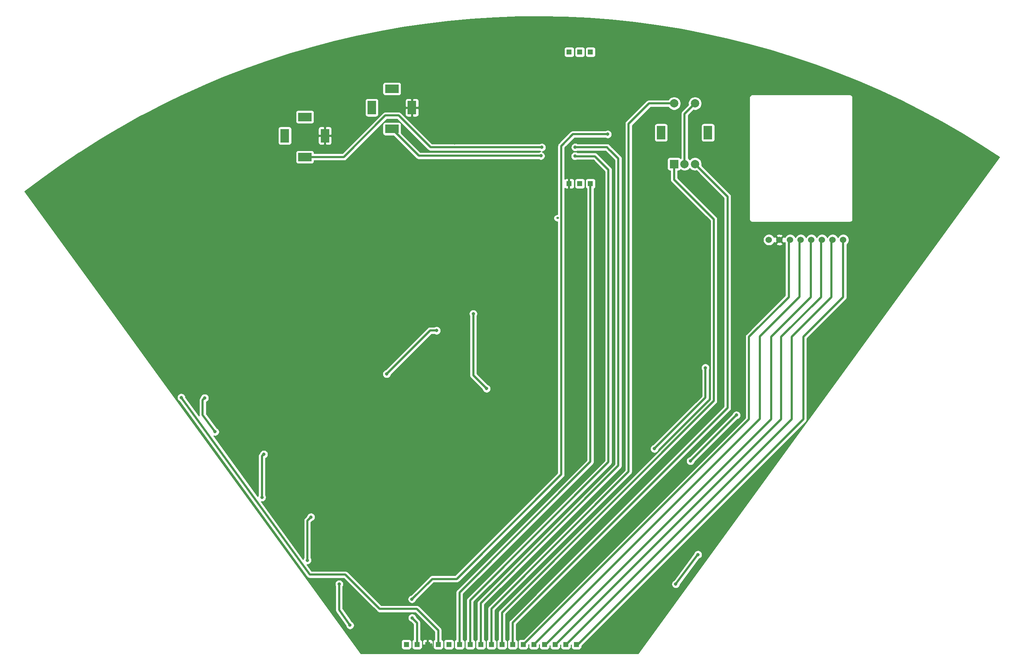
<source format=gbr>
%TF.GenerationSoftware,KiCad,Pcbnew,(5.1.7-0-10_14)*%
%TF.CreationDate,2021-04-06T14:55:12+02:00*%
%TF.ProjectId,MDMA,4d444d41-2e6b-4696-9361-645f70636258,rev?*%
%TF.SameCoordinates,Original*%
%TF.FileFunction,Copper,L2,Bot*%
%TF.FilePolarity,Positive*%
%FSLAX46Y46*%
G04 Gerber Fmt 4.6, Leading zero omitted, Abs format (unit mm)*
G04 Created by KiCad (PCBNEW (5.1.7-0-10_14)) date 2021-04-06 14:55:12*
%MOMM*%
%LPD*%
G01*
G04 APERTURE LIST*
%TA.AperFunction,ComponentPad*%
%ADD10R,1.250000X1.250000*%
%TD*%
%TA.AperFunction,ComponentPad*%
%ADD11R,2.000000X2.000000*%
%TD*%
%TA.AperFunction,ComponentPad*%
%ADD12C,2.000000*%
%TD*%
%TA.AperFunction,ComponentPad*%
%ADD13R,2.000000X3.200000*%
%TD*%
%TA.AperFunction,ComponentPad*%
%ADD14R,3.200000X2.000000*%
%TD*%
%TA.AperFunction,ComponentPad*%
%ADD15C,1.524000*%
%TD*%
%TA.AperFunction,ViaPad*%
%ADD16C,0.800000*%
%TD*%
%TA.AperFunction,Conductor*%
%ADD17C,0.500000*%
%TD*%
%TA.AperFunction,Conductor*%
%ADD18C,0.254000*%
%TD*%
%TA.AperFunction,Conductor*%
%ADD19C,0.100000*%
%TD*%
G04 APERTURE END LIST*
D10*
%TO.P,U1,4*%
%TO.N,N/C*%
X158140000Y-33150000D03*
X155600000Y-33150000D03*
X153060000Y-33150000D03*
%TO.P,U1,1*%
%TO.N,Net-(P1-Pad6)*%
X158140000Y-64650000D03*
%TO.P,U1,2*%
%TO.N,+5V*%
X155600000Y-64650000D03*
%TO.P,U1,3*%
%TO.N,GND*%
X153060000Y-64650000D03*
%TD*%
%TO.P,P1,17*%
%TO.N,Net-(P1-Pad17)*%
X154780000Y-174950000D03*
%TO.P,P1,16*%
%TO.N,Net-(P1-Pad16)*%
X152240000Y-174950000D03*
%TO.P,P1,15*%
%TO.N,Net-(P1-Pad15)*%
X149700000Y-174950000D03*
%TO.P,P1,14*%
%TO.N,Net-(P1-Pad14)*%
X147160000Y-174950000D03*
%TO.P,P1,13*%
%TO.N,Net-(P1-Pad13)*%
X144620000Y-174950000D03*
%TO.P,P1,12*%
%TO.N,Net-(P1-Pad12)*%
X142080000Y-174950000D03*
%TO.P,P1,11*%
%TO.N,Net-(P1-Pad11)*%
X139540000Y-174950000D03*
%TO.P,P1,10*%
%TO.N,Net-(P1-Pad10)*%
X137000000Y-174950000D03*
%TO.P,P1,9*%
%TO.N,Net-(P1-Pad9)*%
X134460000Y-174950000D03*
%TO.P,P1,8*%
%TO.N,/switch_led/SW_OUTPUT*%
X131920000Y-174950000D03*
%TO.P,P1,7*%
%TO.N,/switch_led2/SW_OUTPUT*%
X129380000Y-174950000D03*
%TO.P,P1,6*%
%TO.N,Net-(P1-Pad6)*%
X126840000Y-174950000D03*
%TO.P,P1,5*%
%TO.N,/leds/DATA_IN*%
X124300000Y-174950000D03*
%TO.P,P1,4*%
%TO.N,/leds/DATA_OUT*%
X121760000Y-174950000D03*
%TO.P,P1,3*%
%TO.N,GND*%
X119220000Y-174950000D03*
%TO.P,P1,2*%
%TO.N,+3V3*%
X116680000Y-174950000D03*
%TO.P,P1,1*%
%TO.N,+5V*%
X114140000Y-174950000D03*
%TD*%
D11*
%TO.P,SW1,A*%
%TO.N,Net-(P1-Pad10)*%
X178140000Y-59950000D03*
D12*
%TO.P,SW1,C*%
%TO.N,+5V*%
X180640000Y-59950000D03*
%TO.P,SW1,B*%
%TO.N,Net-(P1-Pad11)*%
X183140000Y-59950000D03*
D13*
%TO.P,SW1,MP*%
%TO.N,N/C*%
X175040000Y-52450000D03*
X186240000Y-52450000D03*
D12*
%TO.P,SW1,S2*%
%TO.N,Net-(P1-Pad9)*%
X178140000Y-45450000D03*
%TO.P,SW1,S1*%
%TO.N,+5V*%
X183140000Y-45450000D03*
%TD*%
D13*
%TO.P,SW2,3*%
%TO.N,GND*%
X94660000Y-53190000D03*
%TO.P,SW2,4*%
%TO.N,+5V*%
X85060000Y-53190000D03*
D14*
%TO.P,SW2,2*%
%TO.N,/switch_led/SW_OUTPUT*%
X89860000Y-58290000D03*
%TO.P,SW2,1*%
%TO.N,+5V*%
X89860000Y-48690000D03*
%TD*%
D13*
%TO.P,SW3,3*%
%TO.N,GND*%
X115470000Y-46460000D03*
%TO.P,SW3,4*%
%TO.N,+5V*%
X105870000Y-46460000D03*
D14*
%TO.P,SW3,2*%
%TO.N,/switch_led2/SW_OUTPUT*%
X110670000Y-51560000D03*
%TO.P,SW3,1*%
%TO.N,+5V*%
X110670000Y-41960000D03*
%TD*%
D15*
%TO.P,T1,1*%
%TO.N,+3V3*%
X200800000Y-78110000D03*
%TO.P,T1,2*%
%TO.N,GND*%
X203340000Y-78110000D03*
%TO.P,T1,3*%
%TO.N,Net-(P1-Pad12)*%
X205880000Y-78110000D03*
%TO.P,T1,4*%
%TO.N,Net-(P1-Pad13)*%
X208420000Y-78110000D03*
%TO.P,T1,5*%
%TO.N,Net-(P1-Pad14)*%
X210960000Y-78110000D03*
%TO.P,T1,6*%
%TO.N,Net-(P1-Pad15)*%
X213500000Y-78110000D03*
%TO.P,T1,7*%
%TO.N,Net-(P1-Pad16)*%
X216040000Y-78110000D03*
%TO.P,T1,8*%
%TO.N,Net-(P1-Pad17)*%
X218580000Y-78110000D03*
%TD*%
D16*
%TO.N,GND*%
X110460000Y-172040000D03*
X115930000Y-158080000D03*
X155330000Y-158540000D03*
X155330000Y-158540000D03*
X169570000Y-143190000D03*
X170496000Y-127189000D03*
X173680000Y-112270000D03*
X68070000Y-110740000D03*
X211830000Y-104350000D03*
X213000000Y-113480000D03*
X194160000Y-118190000D03*
X125700000Y-54900000D03*
X172600000Y-63800000D03*
%TO.N,+5V*%
X182060000Y-131040000D03*
X193050000Y-120050000D03*
X193050000Y-120050000D03*
%TO.N,/leds/sheet5FFCD275/DIN*%
X100640000Y-170350000D03*
X98060000Y-160500000D03*
X178540000Y-160500000D03*
X183860000Y-153440000D03*
%TO.N,/leds/sheet5FFCE972/DIN*%
X90450000Y-154780000D03*
X91310000Y-144460000D03*
%TO.N,/leds/sheet5FFCF15F/DIN*%
X79590000Y-139740000D03*
X80040000Y-129430000D03*
%TO.N,/leds/sheet5FFCFCC8/DIN*%
X173440000Y-128090000D03*
X185620000Y-108730000D03*
%TO.N,/leds/sheet5FFD0ABE/DIN*%
X109430000Y-110210000D03*
X121350000Y-99810000D03*
%TO.N,/leds/sheet5FFD1E55/DIN*%
X130130000Y-95800000D03*
X133310000Y-113700000D03*
%TO.N,/leds/sheet5FFD364E/DIN*%
X65910000Y-115950000D03*
X68380000Y-124040000D03*
%TO.N,/leds/DATA_OUT*%
X60300000Y-115830000D03*
%TO.N,+3V3*%
X115500000Y-168590000D03*
X115470000Y-164100000D03*
X162260000Y-52830000D03*
%TO.N,/switch_led2/SW_OUTPUT*%
X154460000Y-58060000D03*
X146300000Y-58000000D03*
%TO.N,/switch_led/SW_OUTPUT*%
X154490000Y-55940000D03*
X146510000Y-55970000D03*
%TD*%
D17*
%TO.N,GND*%
X119220000Y-176130000D02*
X119610000Y-176520000D01*
X119220000Y-173650000D02*
X119220000Y-174950000D01*
X119220000Y-174950000D02*
X119220000Y-175250000D01*
X119220000Y-175250000D02*
X119580000Y-175610000D01*
X119580000Y-175610000D02*
X119580000Y-176010000D01*
X119220000Y-176130000D02*
X118890000Y-176130000D01*
X118890000Y-176130000D02*
X118740000Y-175980000D01*
X119220000Y-174950000D02*
X119220000Y-175370000D01*
X118740000Y-175980000D02*
X118740000Y-175850000D01*
X118740000Y-175850000D02*
X118965000Y-175625000D01*
X119220000Y-175370000D02*
X118965000Y-175625000D01*
X118965000Y-175625000D02*
X119150000Y-175810000D01*
X118970000Y-175200000D02*
X119220000Y-174950000D01*
X118190000Y-175200000D02*
X118970000Y-175200000D01*
X118600000Y-175680000D02*
X118370000Y-175680000D01*
X118600000Y-175680000D02*
X118340000Y-175940000D01*
X118190000Y-175500000D02*
X118370000Y-175680000D01*
X118190000Y-175200000D02*
X118190000Y-175500000D01*
X119220000Y-174950000D02*
X119720000Y-174950000D01*
X120120000Y-174860000D02*
X120120000Y-175350000D01*
X120120000Y-175350000D02*
X120145000Y-175375000D01*
X120010000Y-175500000D02*
X120020000Y-175500000D01*
X120020000Y-175500000D02*
X120145000Y-175375000D01*
X120010000Y-175500000D02*
X120010000Y-175400000D01*
X119220000Y-175090000D02*
X119940000Y-175810000D01*
X119220000Y-174950000D02*
X119220000Y-175090000D01*
X120140000Y-175850000D02*
X120140000Y-175630000D01*
X119940000Y-175810000D02*
X119940000Y-176050000D01*
X120140000Y-175630000D02*
X120010000Y-175500000D01*
X119940000Y-176050000D02*
X120140000Y-175850000D01*
X153060000Y-66450000D02*
X153060000Y-64650000D01*
X153060000Y-64650000D02*
X153060000Y-62400000D01*
X165500000Y-42500000D02*
X165300000Y-42700000D01*
%TO.N,+5V*%
X182060000Y-131040000D02*
X193050000Y-120050000D01*
X180640000Y-47950000D02*
X183140000Y-45450000D01*
X180640000Y-59950000D02*
X180640000Y-47950000D01*
X150200000Y-72900000D02*
X150400000Y-72900000D01*
%TO.N,/leds/sheet5FFCD275/DIN*%
X178540000Y-160500000D02*
X183860000Y-153360000D01*
X183860000Y-153360000D02*
X183860000Y-153440000D01*
X98050000Y-166630000D02*
X98060000Y-160500000D01*
X100640000Y-170350000D02*
X98050000Y-166630000D01*
%TO.N,/leds/sheet5FFCE972/DIN*%
X90450000Y-154780000D02*
X90450000Y-145320000D01*
X90450000Y-145320000D02*
X91310000Y-144460000D01*
%TO.N,/leds/sheet5FFCF15F/DIN*%
X79590000Y-139740000D02*
X79590000Y-129880000D01*
X79590000Y-129880000D02*
X80040000Y-129430000D01*
%TO.N,/leds/sheet5FFCFCC8/DIN*%
X173440000Y-128090000D02*
X185650000Y-115880000D01*
X185650000Y-115880000D02*
X185650000Y-108760000D01*
X185650000Y-108760000D02*
X185620000Y-108730000D01*
%TO.N,/leds/sheet5FFD0ABE/DIN*%
X109430000Y-110210000D02*
X119840000Y-99800000D01*
X121340000Y-99800000D02*
X121350000Y-99810000D01*
X119840000Y-99800000D02*
X121340000Y-99800000D01*
%TO.N,/leds/sheet5FFD1E55/DIN*%
X130130000Y-110520000D02*
X133310000Y-113700000D01*
X130130000Y-95800000D02*
X130130000Y-110520000D01*
%TO.N,/leds/sheet5FFD364E/DIN*%
X65420000Y-120020000D02*
X68380000Y-124040000D01*
X65420000Y-116440000D02*
X65420000Y-120020000D01*
X65910000Y-115950000D02*
X65420000Y-116440000D01*
%TO.N,/leds/DATA_OUT*%
X99541496Y-158231496D02*
X91038504Y-158231496D01*
X60300000Y-115830000D02*
X91038504Y-158231496D01*
X116655000Y-166445000D02*
X107755000Y-166445000D01*
X121760000Y-174950000D02*
X121760000Y-171550000D01*
X107755000Y-166445000D02*
X99541496Y-158231496D01*
X121760000Y-171550000D02*
X116655000Y-166445000D01*
%TO.N,+3V3*%
X116680000Y-169770000D02*
X115500000Y-168590000D01*
X116680000Y-174950000D02*
X116680000Y-169770000D01*
X115470000Y-164100000D02*
X120300000Y-159270000D01*
X120300000Y-159270000D02*
X126160000Y-159270000D01*
X126160000Y-159270000D02*
X151150000Y-134280000D01*
X151150000Y-134280000D02*
X151150000Y-59090000D01*
X151150000Y-59090000D02*
X151150000Y-55650000D01*
X151150000Y-55650000D02*
X153970000Y-52830000D01*
X153970000Y-52830000D02*
X162260000Y-52830000D01*
%TO.N,Net-(P1-Pad6)*%
X158140000Y-64650000D02*
X158140000Y-131190000D01*
X126840000Y-162490000D02*
X126840000Y-174950000D01*
X158140000Y-131190000D02*
X126840000Y-162490000D01*
%TO.N,/switch_led2/SW_OUTPUT*%
X129380000Y-174950000D02*
X129380000Y-164380000D01*
X129380000Y-164380000D02*
X162460000Y-131300000D01*
X162460000Y-131300000D02*
X162460000Y-61370000D01*
X162460000Y-61370000D02*
X159200001Y-58110001D01*
X154510001Y-58110001D02*
X154460000Y-58060000D01*
X159200001Y-58110001D02*
X154510001Y-58110001D01*
X117110000Y-58000000D02*
X110670000Y-51560000D01*
X146300000Y-58000000D02*
X117110000Y-58000000D01*
%TO.N,/switch_led/SW_OUTPUT*%
X131920000Y-165060000D02*
X131920000Y-174950000D01*
X164830000Y-132150000D02*
X131920000Y-165060000D01*
X162830000Y-56660000D02*
X164830000Y-58660000D01*
X164830000Y-58660000D02*
X164830000Y-132150000D01*
X162830000Y-56660000D02*
X162790000Y-56660000D01*
X162070000Y-55940000D02*
X154490000Y-55940000D01*
X162790000Y-56660000D02*
X162070000Y-55940000D01*
X109100000Y-48350000D02*
X99160000Y-58290000D01*
X99160000Y-58290000D02*
X89860000Y-58290000D01*
X112260000Y-48350000D02*
X109100000Y-48350000D01*
X119880000Y-55970000D02*
X112260000Y-48350000D01*
X146510000Y-55970000D02*
X119880000Y-55970000D01*
%TO.N,Net-(P1-Pad9)*%
X134460000Y-174950000D02*
X134460000Y-166400000D01*
X134460000Y-166400000D02*
X167260000Y-133600000D01*
X167260000Y-133600000D02*
X167260000Y-50360000D01*
X172170000Y-45450000D02*
X178140000Y-45450000D01*
X167260000Y-50360000D02*
X172170000Y-45450000D01*
%TO.N,Net-(P1-Pad10)*%
X137000000Y-174950000D02*
X137000000Y-167320000D01*
X137000000Y-167320000D02*
X187650000Y-116670000D01*
X187650000Y-116670000D02*
X187650000Y-73210000D01*
X178140000Y-63700000D02*
X178140000Y-59950000D01*
X187650000Y-73210000D02*
X178140000Y-63700000D01*
%TO.N,Net-(P1-Pad11)*%
X139540000Y-174950000D02*
X139540000Y-169760000D01*
X139540000Y-169760000D02*
X190940000Y-118360000D01*
X190940000Y-67750000D02*
X183140000Y-59950000D01*
X190940000Y-118360000D02*
X190940000Y-67750000D01*
%TO.N,Net-(P1-Pad12)*%
X142140000Y-174950000D02*
X196040000Y-121050000D01*
X205580000Y-91810000D02*
X205580000Y-78110000D01*
X196040000Y-121050000D02*
X196040000Y-101350000D01*
X196040000Y-101350000D02*
X205580000Y-91810000D01*
%TO.N,Net-(P1-Pad13)*%
X208180000Y-91710000D02*
X208180000Y-78010000D01*
X198640000Y-120950000D02*
X198640000Y-101250000D01*
X144740000Y-174850000D02*
X198640000Y-120950000D01*
X198640000Y-101250000D02*
X208180000Y-91710000D01*
%TO.N,Net-(P1-Pad14)*%
X147440000Y-174950000D02*
X201340000Y-121050000D01*
X201340000Y-101350000D02*
X210880000Y-91810000D01*
X201340000Y-121050000D02*
X201340000Y-101350000D01*
X210880000Y-91810000D02*
X210880000Y-78110000D01*
%TO.N,Net-(P1-Pad15)*%
X213280000Y-91810000D02*
X213280000Y-78110000D01*
X203740000Y-101350000D02*
X213280000Y-91810000D01*
X203740000Y-121050000D02*
X203740000Y-101350000D01*
X149840000Y-174950000D02*
X203740000Y-121050000D01*
%TO.N,Net-(P1-Pad16)*%
X152340000Y-174950000D02*
X206240000Y-121050000D01*
X206240000Y-121050000D02*
X206240000Y-101350000D01*
X215780000Y-91810000D02*
X215780000Y-78110000D01*
X206240000Y-101350000D02*
X215780000Y-91810000D01*
%TO.N,Net-(P1-Pad17)*%
X154780000Y-174950000D02*
X155140000Y-174950000D01*
X155140000Y-174950000D02*
X209040000Y-121050000D01*
X209040000Y-121050000D02*
X209040000Y-101350000D01*
X218580000Y-91810000D02*
X218580000Y-78110000D01*
X209040000Y-101350000D02*
X218580000Y-91810000D01*
%TD*%
D18*
%TO.N,GND*%
X152004423Y-24778406D02*
X157562944Y-25047725D01*
X163111779Y-25472143D01*
X168646579Y-26051327D01*
X174163112Y-26784832D01*
X179656950Y-27672073D01*
X185123868Y-28712363D01*
X190559664Y-29904906D01*
X195960006Y-31248751D01*
X201320711Y-32742855D01*
X206637629Y-34386064D01*
X211906581Y-36177084D01*
X217123479Y-38114527D01*
X222284273Y-40196891D01*
X227384865Y-42422519D01*
X232421350Y-44789709D01*
X237389770Y-47296599D01*
X242286238Y-49941228D01*
X247107000Y-52721570D01*
X251848223Y-55635416D01*
X255889853Y-58277557D01*
X169546237Y-177120000D01*
X103252765Y-177120000D01*
X101222097Y-174325000D01*
X112876928Y-174325000D01*
X112876928Y-175575000D01*
X112889188Y-175699482D01*
X112925498Y-175819180D01*
X112984463Y-175929494D01*
X113063815Y-176026185D01*
X113160506Y-176105537D01*
X113270820Y-176164502D01*
X113390518Y-176200812D01*
X113515000Y-176213072D01*
X114765000Y-176213072D01*
X114889482Y-176200812D01*
X115009180Y-176164502D01*
X115119494Y-176105537D01*
X115216185Y-176026185D01*
X115295537Y-175929494D01*
X115354502Y-175819180D01*
X115390812Y-175699482D01*
X115403072Y-175575000D01*
X115403072Y-174325000D01*
X115390812Y-174200518D01*
X115354502Y-174080820D01*
X115295537Y-173970506D01*
X115216185Y-173873815D01*
X115119494Y-173794463D01*
X115009180Y-173735498D01*
X114889482Y-173699188D01*
X114765000Y-173686928D01*
X113515000Y-173686928D01*
X113390518Y-173699188D01*
X113270820Y-173735498D01*
X113160506Y-173794463D01*
X113063815Y-173873815D01*
X112984463Y-173970506D01*
X112925498Y-174080820D01*
X112889188Y-174200518D01*
X112876928Y-174325000D01*
X101222097Y-174325000D01*
X91103675Y-160398061D01*
X97025000Y-160398061D01*
X97025000Y-160601939D01*
X97064774Y-160801898D01*
X97142795Y-160990256D01*
X97174123Y-161037142D01*
X97165058Y-166594288D01*
X97160881Y-166647025D01*
X97170008Y-166724462D01*
X97177524Y-166802066D01*
X97180203Y-166810948D01*
X97181288Y-166820157D01*
X97205345Y-166894321D01*
X97227857Y-166968972D01*
X97232215Y-166977157D01*
X97235077Y-166985981D01*
X97273152Y-167054047D01*
X97309785Y-167122852D01*
X97343273Y-167163793D01*
X99605000Y-170412297D01*
X99605000Y-170451939D01*
X99644774Y-170651898D01*
X99722795Y-170840256D01*
X99836063Y-171009774D01*
X99980226Y-171153937D01*
X100149744Y-171267205D01*
X100338102Y-171345226D01*
X100538061Y-171385000D01*
X100741939Y-171385000D01*
X100941898Y-171345226D01*
X101130256Y-171267205D01*
X101299774Y-171153937D01*
X101443937Y-171009774D01*
X101557205Y-170840256D01*
X101635226Y-170651898D01*
X101675000Y-170451939D01*
X101675000Y-170248061D01*
X101635226Y-170048102D01*
X101557205Y-169859744D01*
X101443937Y-169690226D01*
X101299774Y-169546063D01*
X101130256Y-169432795D01*
X101059326Y-169403415D01*
X100422023Y-168488061D01*
X114465000Y-168488061D01*
X114465000Y-168691939D01*
X114504774Y-168891898D01*
X114582795Y-169080256D01*
X114696063Y-169249774D01*
X114840226Y-169393937D01*
X115009744Y-169507205D01*
X115198102Y-169585226D01*
X115254957Y-169596535D01*
X115795001Y-170136580D01*
X115795000Y-173743954D01*
X115700506Y-173794463D01*
X115603815Y-173873815D01*
X115524463Y-173970506D01*
X115465498Y-174080820D01*
X115429188Y-174200518D01*
X115416928Y-174325000D01*
X115416928Y-175575000D01*
X115429188Y-175699482D01*
X115465498Y-175819180D01*
X115524463Y-175929494D01*
X115603815Y-176026185D01*
X115700506Y-176105537D01*
X115810820Y-176164502D01*
X115930518Y-176200812D01*
X116055000Y-176213072D01*
X117305000Y-176213072D01*
X117429482Y-176200812D01*
X117549180Y-176164502D01*
X117659494Y-176105537D01*
X117756185Y-176026185D01*
X117835537Y-175929494D01*
X117894502Y-175819180D01*
X117930812Y-175699482D01*
X117943072Y-175575000D01*
X117943072Y-174325000D01*
X117956928Y-174325000D01*
X117956928Y-175575000D01*
X117969188Y-175699482D01*
X118005498Y-175819180D01*
X118064463Y-175929494D01*
X118143815Y-176026185D01*
X118240506Y-176105537D01*
X118350820Y-176164502D01*
X118470518Y-176200812D01*
X118595000Y-176213072D01*
X119845000Y-176213072D01*
X119969482Y-176200812D01*
X120089180Y-176164502D01*
X120199494Y-176105537D01*
X120296185Y-176026185D01*
X120375537Y-175929494D01*
X120434502Y-175819180D01*
X120470812Y-175699482D01*
X120483072Y-175575000D01*
X120483072Y-174325000D01*
X120470812Y-174200518D01*
X120434502Y-174080820D01*
X120375537Y-173970506D01*
X120296185Y-173873815D01*
X120199494Y-173794463D01*
X120089180Y-173735498D01*
X119969482Y-173699188D01*
X119845000Y-173686928D01*
X118595000Y-173686928D01*
X118470518Y-173699188D01*
X118350820Y-173735498D01*
X118240506Y-173794463D01*
X118143815Y-173873815D01*
X118064463Y-173970506D01*
X118005498Y-174080820D01*
X117969188Y-174200518D01*
X117956928Y-174325000D01*
X117943072Y-174325000D01*
X117930812Y-174200518D01*
X117894502Y-174080820D01*
X117835537Y-173970506D01*
X117756185Y-173873815D01*
X117659494Y-173794463D01*
X117565000Y-173743954D01*
X117565000Y-169813466D01*
X117569281Y-169769999D01*
X117565000Y-169726533D01*
X117565000Y-169726523D01*
X117552195Y-169596510D01*
X117501589Y-169429687D01*
X117419411Y-169275941D01*
X117308817Y-169141183D01*
X117275049Y-169113470D01*
X116506535Y-168344957D01*
X116495226Y-168288102D01*
X116417205Y-168099744D01*
X116303937Y-167930226D01*
X116159774Y-167786063D01*
X115990256Y-167672795D01*
X115801898Y-167594774D01*
X115601939Y-167555000D01*
X115398061Y-167555000D01*
X115198102Y-167594774D01*
X115009744Y-167672795D01*
X114840226Y-167786063D01*
X114696063Y-167930226D01*
X114582795Y-168099744D01*
X114504774Y-168288102D01*
X114465000Y-168488061D01*
X100422023Y-168488061D01*
X98935452Y-166352910D01*
X98944120Y-161039772D01*
X98977205Y-160990256D01*
X99055226Y-160801898D01*
X99095000Y-160601939D01*
X99095000Y-160398061D01*
X99055226Y-160198102D01*
X98977205Y-160009744D01*
X98863937Y-159840226D01*
X98719774Y-159696063D01*
X98550256Y-159582795D01*
X98361898Y-159504774D01*
X98161939Y-159465000D01*
X97958061Y-159465000D01*
X97758102Y-159504774D01*
X97569744Y-159582795D01*
X97400226Y-159696063D01*
X97256063Y-159840226D01*
X97142795Y-160009744D01*
X97064774Y-160198102D01*
X97025000Y-160398061D01*
X91103675Y-160398061D01*
X58649311Y-115728061D01*
X59265000Y-115728061D01*
X59265000Y-115931939D01*
X59304774Y-116131898D01*
X59382795Y-116320256D01*
X59496063Y-116489774D01*
X59640226Y-116633937D01*
X59809744Y-116747205D01*
X59898476Y-116783959D01*
X90286499Y-158701994D01*
X90299093Y-158725555D01*
X90337552Y-158772417D01*
X90347496Y-158786134D01*
X90365127Y-158806017D01*
X90409687Y-158860313D01*
X90422859Y-158871123D01*
X90434172Y-158883881D01*
X90490140Y-158926340D01*
X90544445Y-158970907D01*
X90559483Y-158978945D01*
X90573059Y-158989244D01*
X90636231Y-159019967D01*
X90698191Y-159053085D01*
X90714500Y-159058032D01*
X90729832Y-159065489D01*
X90797785Y-159083297D01*
X90865014Y-159103691D01*
X90881984Y-159105362D01*
X90898467Y-159109682D01*
X90968569Y-159113890D01*
X90995027Y-159116496D01*
X91011979Y-159116496D01*
X91072483Y-159120128D01*
X91098945Y-159116496D01*
X99174918Y-159116496D01*
X107098470Y-167040049D01*
X107126183Y-167073817D01*
X107159951Y-167101530D01*
X107159953Y-167101532D01*
X107214759Y-167146510D01*
X107260941Y-167184411D01*
X107414687Y-167266589D01*
X107581510Y-167317195D01*
X107711523Y-167330000D01*
X107711531Y-167330000D01*
X107755000Y-167334281D01*
X107798469Y-167330000D01*
X116288422Y-167330000D01*
X120875001Y-171916580D01*
X120875000Y-173743954D01*
X120780506Y-173794463D01*
X120683815Y-173873815D01*
X120604463Y-173970506D01*
X120545498Y-174080820D01*
X120509188Y-174200518D01*
X120496928Y-174325000D01*
X120496928Y-175575000D01*
X120509188Y-175699482D01*
X120545498Y-175819180D01*
X120604463Y-175929494D01*
X120683815Y-176026185D01*
X120780506Y-176105537D01*
X120890820Y-176164502D01*
X121010518Y-176200812D01*
X121135000Y-176213072D01*
X122385000Y-176213072D01*
X122509482Y-176200812D01*
X122629180Y-176164502D01*
X122739494Y-176105537D01*
X122836185Y-176026185D01*
X122915537Y-175929494D01*
X122974502Y-175819180D01*
X123010812Y-175699482D01*
X123023072Y-175575000D01*
X123023072Y-174325000D01*
X123036928Y-174325000D01*
X123036928Y-175575000D01*
X123049188Y-175699482D01*
X123085498Y-175819180D01*
X123144463Y-175929494D01*
X123223815Y-176026185D01*
X123320506Y-176105537D01*
X123430820Y-176164502D01*
X123550518Y-176200812D01*
X123675000Y-176213072D01*
X124925000Y-176213072D01*
X125049482Y-176200812D01*
X125169180Y-176164502D01*
X125279494Y-176105537D01*
X125376185Y-176026185D01*
X125455537Y-175929494D01*
X125514502Y-175819180D01*
X125550812Y-175699482D01*
X125563072Y-175575000D01*
X125563072Y-174325000D01*
X125576928Y-174325000D01*
X125576928Y-175575000D01*
X125589188Y-175699482D01*
X125625498Y-175819180D01*
X125684463Y-175929494D01*
X125763815Y-176026185D01*
X125860506Y-176105537D01*
X125970820Y-176164502D01*
X126090518Y-176200812D01*
X126215000Y-176213072D01*
X127465000Y-176213072D01*
X127589482Y-176200812D01*
X127709180Y-176164502D01*
X127819494Y-176105537D01*
X127916185Y-176026185D01*
X127995537Y-175929494D01*
X128054502Y-175819180D01*
X128090812Y-175699482D01*
X128103072Y-175575000D01*
X128103072Y-174325000D01*
X128116928Y-174325000D01*
X128116928Y-175575000D01*
X128129188Y-175699482D01*
X128165498Y-175819180D01*
X128224463Y-175929494D01*
X128303815Y-176026185D01*
X128400506Y-176105537D01*
X128510820Y-176164502D01*
X128630518Y-176200812D01*
X128755000Y-176213072D01*
X130005000Y-176213072D01*
X130129482Y-176200812D01*
X130249180Y-176164502D01*
X130359494Y-176105537D01*
X130456185Y-176026185D01*
X130535537Y-175929494D01*
X130594502Y-175819180D01*
X130630812Y-175699482D01*
X130643072Y-175575000D01*
X130643072Y-174325000D01*
X130656928Y-174325000D01*
X130656928Y-175575000D01*
X130669188Y-175699482D01*
X130705498Y-175819180D01*
X130764463Y-175929494D01*
X130843815Y-176026185D01*
X130940506Y-176105537D01*
X131050820Y-176164502D01*
X131170518Y-176200812D01*
X131295000Y-176213072D01*
X132545000Y-176213072D01*
X132669482Y-176200812D01*
X132789180Y-176164502D01*
X132899494Y-176105537D01*
X132996185Y-176026185D01*
X133075537Y-175929494D01*
X133134502Y-175819180D01*
X133170812Y-175699482D01*
X133183072Y-175575000D01*
X133183072Y-174325000D01*
X133196928Y-174325000D01*
X133196928Y-175575000D01*
X133209188Y-175699482D01*
X133245498Y-175819180D01*
X133304463Y-175929494D01*
X133383815Y-176026185D01*
X133480506Y-176105537D01*
X133590820Y-176164502D01*
X133710518Y-176200812D01*
X133835000Y-176213072D01*
X135085000Y-176213072D01*
X135209482Y-176200812D01*
X135329180Y-176164502D01*
X135439494Y-176105537D01*
X135536185Y-176026185D01*
X135615537Y-175929494D01*
X135674502Y-175819180D01*
X135710812Y-175699482D01*
X135723072Y-175575000D01*
X135723072Y-174325000D01*
X135736928Y-174325000D01*
X135736928Y-175575000D01*
X135749188Y-175699482D01*
X135785498Y-175819180D01*
X135844463Y-175929494D01*
X135923815Y-176026185D01*
X136020506Y-176105537D01*
X136130820Y-176164502D01*
X136250518Y-176200812D01*
X136375000Y-176213072D01*
X137625000Y-176213072D01*
X137749482Y-176200812D01*
X137869180Y-176164502D01*
X137979494Y-176105537D01*
X138076185Y-176026185D01*
X138155537Y-175929494D01*
X138214502Y-175819180D01*
X138250812Y-175699482D01*
X138263072Y-175575000D01*
X138263072Y-174325000D01*
X138250812Y-174200518D01*
X138214502Y-174080820D01*
X138155537Y-173970506D01*
X138076185Y-173873815D01*
X137979494Y-173794463D01*
X137885000Y-173743954D01*
X137885000Y-167686578D01*
X188245051Y-117326528D01*
X188278817Y-117298817D01*
X188309371Y-117261588D01*
X188389411Y-117164059D01*
X188389412Y-117164058D01*
X188471589Y-117010313D01*
X188522195Y-116843490D01*
X188535000Y-116713477D01*
X188535000Y-116713469D01*
X188539281Y-116670000D01*
X188535000Y-116626531D01*
X188535000Y-73253469D01*
X188539281Y-73210000D01*
X188535000Y-73166531D01*
X188535000Y-73166523D01*
X188522195Y-73036510D01*
X188471589Y-72869687D01*
X188389411Y-72715941D01*
X188278817Y-72581183D01*
X188245049Y-72553470D01*
X179025000Y-63333422D01*
X179025000Y-61588072D01*
X179140000Y-61588072D01*
X179264482Y-61575812D01*
X179384180Y-61539502D01*
X179494494Y-61480537D01*
X179591185Y-61401185D01*
X179670537Y-61304494D01*
X179684665Y-61278063D01*
X179865537Y-61398918D01*
X180163088Y-61522168D01*
X180478967Y-61585000D01*
X180801033Y-61585000D01*
X181116912Y-61522168D01*
X181414463Y-61398918D01*
X181682252Y-61219987D01*
X181890000Y-61012239D01*
X182097748Y-61219987D01*
X182365537Y-61398918D01*
X182663088Y-61522168D01*
X182978967Y-61585000D01*
X183301033Y-61585000D01*
X183486525Y-61548103D01*
X190055001Y-68116580D01*
X190055000Y-117993421D01*
X138944952Y-169103470D01*
X138911184Y-169131183D01*
X138883471Y-169164951D01*
X138883468Y-169164954D01*
X138800590Y-169265941D01*
X138718412Y-169419687D01*
X138667805Y-169586510D01*
X138650719Y-169760000D01*
X138655001Y-169803479D01*
X138655000Y-173743954D01*
X138560506Y-173794463D01*
X138463815Y-173873815D01*
X138384463Y-173970506D01*
X138325498Y-174080820D01*
X138289188Y-174200518D01*
X138276928Y-174325000D01*
X138276928Y-175575000D01*
X138289188Y-175699482D01*
X138325498Y-175819180D01*
X138384463Y-175929494D01*
X138463815Y-176026185D01*
X138560506Y-176105537D01*
X138670820Y-176164502D01*
X138790518Y-176200812D01*
X138915000Y-176213072D01*
X140165000Y-176213072D01*
X140289482Y-176200812D01*
X140409180Y-176164502D01*
X140519494Y-176105537D01*
X140616185Y-176026185D01*
X140695537Y-175929494D01*
X140754502Y-175819180D01*
X140790812Y-175699482D01*
X140803072Y-175575000D01*
X140803072Y-174325000D01*
X140816928Y-174325000D01*
X140816928Y-175575000D01*
X140829188Y-175699482D01*
X140865498Y-175819180D01*
X140924463Y-175929494D01*
X141003815Y-176026185D01*
X141100506Y-176105537D01*
X141210820Y-176164502D01*
X141330518Y-176200812D01*
X141455000Y-176213072D01*
X142705000Y-176213072D01*
X142829482Y-176200812D01*
X142949180Y-176164502D01*
X143059494Y-176105537D01*
X143156185Y-176026185D01*
X143235537Y-175929494D01*
X143294502Y-175819180D01*
X143330812Y-175699482D01*
X143343072Y-175575000D01*
X143343072Y-174998506D01*
X143356928Y-174984650D01*
X143356928Y-175575000D01*
X143369188Y-175699482D01*
X143405498Y-175819180D01*
X143464463Y-175929494D01*
X143543815Y-176026185D01*
X143640506Y-176105537D01*
X143750820Y-176164502D01*
X143870518Y-176200812D01*
X143995000Y-176213072D01*
X145245000Y-176213072D01*
X145369482Y-176200812D01*
X145489180Y-176164502D01*
X145599494Y-176105537D01*
X145696185Y-176026185D01*
X145775537Y-175929494D01*
X145834502Y-175819180D01*
X145870812Y-175699482D01*
X145883072Y-175575000D01*
X145883072Y-174958506D01*
X145896928Y-174944650D01*
X145896928Y-175575000D01*
X145909188Y-175699482D01*
X145945498Y-175819180D01*
X146004463Y-175929494D01*
X146083815Y-176026185D01*
X146180506Y-176105537D01*
X146290820Y-176164502D01*
X146410518Y-176200812D01*
X146535000Y-176213072D01*
X147785000Y-176213072D01*
X147909482Y-176200812D01*
X148029180Y-176164502D01*
X148139494Y-176105537D01*
X148236185Y-176026185D01*
X148315537Y-175929494D01*
X148374502Y-175819180D01*
X148410812Y-175699482D01*
X148423072Y-175575000D01*
X148423072Y-175218506D01*
X148436928Y-175204650D01*
X148436928Y-175575000D01*
X148449188Y-175699482D01*
X148485498Y-175819180D01*
X148544463Y-175929494D01*
X148623815Y-176026185D01*
X148720506Y-176105537D01*
X148830820Y-176164502D01*
X148950518Y-176200812D01*
X149075000Y-176213072D01*
X150325000Y-176213072D01*
X150449482Y-176200812D01*
X150569180Y-176164502D01*
X150679494Y-176105537D01*
X150776185Y-176026185D01*
X150855537Y-175929494D01*
X150914502Y-175819180D01*
X150950812Y-175699482D01*
X150963072Y-175575000D01*
X150963072Y-175078506D01*
X150976928Y-175064650D01*
X150976928Y-175575000D01*
X150989188Y-175699482D01*
X151025498Y-175819180D01*
X151084463Y-175929494D01*
X151163815Y-176026185D01*
X151260506Y-176105537D01*
X151370820Y-176164502D01*
X151490518Y-176200812D01*
X151615000Y-176213072D01*
X152865000Y-176213072D01*
X152989482Y-176200812D01*
X153109180Y-176164502D01*
X153219494Y-176105537D01*
X153316185Y-176026185D01*
X153395537Y-175929494D01*
X153454502Y-175819180D01*
X153490812Y-175699482D01*
X153503072Y-175575000D01*
X153503072Y-175038506D01*
X153516928Y-175024650D01*
X153516928Y-175575000D01*
X153529188Y-175699482D01*
X153565498Y-175819180D01*
X153624463Y-175929494D01*
X153703815Y-176026185D01*
X153800506Y-176105537D01*
X153910820Y-176164502D01*
X154030518Y-176200812D01*
X154155000Y-176213072D01*
X155405000Y-176213072D01*
X155529482Y-176200812D01*
X155649180Y-176164502D01*
X155759494Y-176105537D01*
X155856185Y-176026185D01*
X155935537Y-175929494D01*
X155994502Y-175819180D01*
X156030812Y-175699482D01*
X156043072Y-175575000D01*
X156043072Y-175298506D01*
X170943517Y-160398061D01*
X177505000Y-160398061D01*
X177505000Y-160601939D01*
X177544774Y-160801898D01*
X177622795Y-160990256D01*
X177736063Y-161159774D01*
X177880226Y-161303937D01*
X178049744Y-161417205D01*
X178238102Y-161495226D01*
X178438061Y-161535000D01*
X178641939Y-161535000D01*
X178841898Y-161495226D01*
X179030256Y-161417205D01*
X179199774Y-161303937D01*
X179343937Y-161159774D01*
X179457205Y-160990256D01*
X179535226Y-160801898D01*
X179575000Y-160601939D01*
X179575000Y-160592138D01*
X184162773Y-154434863D01*
X184350256Y-154357205D01*
X184519774Y-154243937D01*
X184663937Y-154099774D01*
X184777205Y-153930256D01*
X184855226Y-153741898D01*
X184895000Y-153541939D01*
X184895000Y-153338061D01*
X184855226Y-153138102D01*
X184777205Y-152949744D01*
X184663937Y-152780226D01*
X184519774Y-152636063D01*
X184350256Y-152522795D01*
X184161898Y-152444774D01*
X183961939Y-152405000D01*
X183758061Y-152405000D01*
X183558102Y-152444774D01*
X183369744Y-152522795D01*
X183200226Y-152636063D01*
X183056063Y-152780226D01*
X182942795Y-152949744D01*
X182864774Y-153138102D01*
X182844049Y-153242296D01*
X178151010Y-159540849D01*
X178049744Y-159582795D01*
X177880226Y-159696063D01*
X177736063Y-159840226D01*
X177622795Y-160009744D01*
X177544774Y-160198102D01*
X177505000Y-160398061D01*
X170943517Y-160398061D01*
X209635051Y-121706528D01*
X209668817Y-121678817D01*
X209779411Y-121544059D01*
X209861589Y-121390313D01*
X209912195Y-121223490D01*
X209925000Y-121093477D01*
X209925000Y-121093467D01*
X209929281Y-121050001D01*
X209925000Y-121006534D01*
X209925000Y-101716578D01*
X219175051Y-92466528D01*
X219208817Y-92438817D01*
X219319411Y-92304059D01*
X219401589Y-92150313D01*
X219452195Y-91983490D01*
X219465000Y-91853477D01*
X219465000Y-91853467D01*
X219469281Y-91810001D01*
X219465000Y-91766535D01*
X219465000Y-79198818D01*
X219470535Y-79195120D01*
X219665120Y-79000535D01*
X219818005Y-78771727D01*
X219923314Y-78517490D01*
X219977000Y-78247592D01*
X219977000Y-77972408D01*
X219923314Y-77702510D01*
X219818005Y-77448273D01*
X219665120Y-77219465D01*
X219470535Y-77024880D01*
X219241727Y-76871995D01*
X218987490Y-76766686D01*
X218717592Y-76713000D01*
X218442408Y-76713000D01*
X218172510Y-76766686D01*
X217918273Y-76871995D01*
X217689465Y-77024880D01*
X217494880Y-77219465D01*
X217341995Y-77448273D01*
X217310000Y-77525515D01*
X217278005Y-77448273D01*
X217125120Y-77219465D01*
X216930535Y-77024880D01*
X216701727Y-76871995D01*
X216447490Y-76766686D01*
X216177592Y-76713000D01*
X215902408Y-76713000D01*
X215632510Y-76766686D01*
X215378273Y-76871995D01*
X215149465Y-77024880D01*
X214954880Y-77219465D01*
X214801995Y-77448273D01*
X214770000Y-77525515D01*
X214738005Y-77448273D01*
X214585120Y-77219465D01*
X214390535Y-77024880D01*
X214161727Y-76871995D01*
X213907490Y-76766686D01*
X213637592Y-76713000D01*
X213362408Y-76713000D01*
X213092510Y-76766686D01*
X212838273Y-76871995D01*
X212609465Y-77024880D01*
X212414880Y-77219465D01*
X212261995Y-77448273D01*
X212230000Y-77525515D01*
X212198005Y-77448273D01*
X212045120Y-77219465D01*
X211850535Y-77024880D01*
X211621727Y-76871995D01*
X211367490Y-76766686D01*
X211097592Y-76713000D01*
X210822408Y-76713000D01*
X210552510Y-76766686D01*
X210298273Y-76871995D01*
X210069465Y-77024880D01*
X209874880Y-77219465D01*
X209721995Y-77448273D01*
X209690000Y-77525515D01*
X209658005Y-77448273D01*
X209505120Y-77219465D01*
X209310535Y-77024880D01*
X209081727Y-76871995D01*
X208827490Y-76766686D01*
X208557592Y-76713000D01*
X208282408Y-76713000D01*
X208012510Y-76766686D01*
X207758273Y-76871995D01*
X207529465Y-77024880D01*
X207334880Y-77219465D01*
X207181995Y-77448273D01*
X207150000Y-77525515D01*
X207118005Y-77448273D01*
X206965120Y-77219465D01*
X206770535Y-77024880D01*
X206541727Y-76871995D01*
X206287490Y-76766686D01*
X206017592Y-76713000D01*
X205742408Y-76713000D01*
X205472510Y-76766686D01*
X205218273Y-76871995D01*
X204989465Y-77024880D01*
X204794880Y-77219465D01*
X204641995Y-77448273D01*
X204612308Y-77519943D01*
X204607636Y-77506977D01*
X204545656Y-77391020D01*
X204305565Y-77324040D01*
X203519605Y-78110000D01*
X204305565Y-78895960D01*
X204545656Y-78828980D01*
X204609485Y-78693240D01*
X204641995Y-78771727D01*
X204695001Y-78851056D01*
X204695000Y-91443421D01*
X195444952Y-100693470D01*
X195411184Y-100721183D01*
X195383471Y-100754951D01*
X195383468Y-100754954D01*
X195300590Y-100855941D01*
X195218412Y-101009687D01*
X195167805Y-101176510D01*
X195150719Y-101350000D01*
X195155001Y-101393479D01*
X195155000Y-120683421D01*
X142151494Y-173686928D01*
X141455000Y-173686928D01*
X141330518Y-173699188D01*
X141210820Y-173735498D01*
X141100506Y-173794463D01*
X141003815Y-173873815D01*
X140924463Y-173970506D01*
X140865498Y-174080820D01*
X140829188Y-174200518D01*
X140816928Y-174325000D01*
X140803072Y-174325000D01*
X140790812Y-174200518D01*
X140754502Y-174080820D01*
X140695537Y-173970506D01*
X140616185Y-173873815D01*
X140519494Y-173794463D01*
X140425000Y-173743954D01*
X140425000Y-170126578D01*
X179613517Y-130938061D01*
X181025000Y-130938061D01*
X181025000Y-131141939D01*
X181064774Y-131341898D01*
X181142795Y-131530256D01*
X181256063Y-131699774D01*
X181400226Y-131843937D01*
X181569744Y-131957205D01*
X181758102Y-132035226D01*
X181958061Y-132075000D01*
X182161939Y-132075000D01*
X182361898Y-132035226D01*
X182550256Y-131957205D01*
X182719774Y-131843937D01*
X182863937Y-131699774D01*
X182977205Y-131530256D01*
X183055226Y-131341898D01*
X183066535Y-131285043D01*
X193295044Y-121056535D01*
X193351898Y-121045226D01*
X193540256Y-120967205D01*
X193709774Y-120853937D01*
X193853937Y-120709774D01*
X193967205Y-120540256D01*
X194045226Y-120351898D01*
X194085000Y-120151939D01*
X194085000Y-119948061D01*
X194045226Y-119748102D01*
X193967205Y-119559744D01*
X193853937Y-119390226D01*
X193709774Y-119246063D01*
X193540256Y-119132795D01*
X193351898Y-119054774D01*
X193151939Y-119015000D01*
X192948061Y-119015000D01*
X192748102Y-119054774D01*
X192559744Y-119132795D01*
X192390226Y-119246063D01*
X192246063Y-119390226D01*
X192132795Y-119559744D01*
X192054774Y-119748102D01*
X192043465Y-119804956D01*
X181814957Y-130033465D01*
X181758102Y-130044774D01*
X181569744Y-130122795D01*
X181400226Y-130236063D01*
X181256063Y-130380226D01*
X181142795Y-130549744D01*
X181064774Y-130738102D01*
X181025000Y-130938061D01*
X179613517Y-130938061D01*
X191535051Y-119016528D01*
X191568817Y-118988817D01*
X191679411Y-118854059D01*
X191761589Y-118700313D01*
X191812195Y-118533490D01*
X191825000Y-118403477D01*
X191825000Y-118403467D01*
X191829281Y-118360001D01*
X191825000Y-118316535D01*
X191825000Y-77972408D01*
X199403000Y-77972408D01*
X199403000Y-78247592D01*
X199456686Y-78517490D01*
X199561995Y-78771727D01*
X199714880Y-79000535D01*
X199909465Y-79195120D01*
X200138273Y-79348005D01*
X200392510Y-79453314D01*
X200662408Y-79507000D01*
X200937592Y-79507000D01*
X201207490Y-79453314D01*
X201461727Y-79348005D01*
X201690535Y-79195120D01*
X201810090Y-79075565D01*
X202554040Y-79075565D01*
X202621020Y-79315656D01*
X202870048Y-79432756D01*
X203137135Y-79499023D01*
X203412017Y-79511910D01*
X203684133Y-79470922D01*
X203943023Y-79377636D01*
X204058980Y-79315656D01*
X204125960Y-79075565D01*
X203340000Y-78289605D01*
X202554040Y-79075565D01*
X201810090Y-79075565D01*
X201885120Y-79000535D01*
X202038005Y-78771727D01*
X202067692Y-78700057D01*
X202072364Y-78713023D01*
X202134344Y-78828980D01*
X202374435Y-78895960D01*
X203160395Y-78110000D01*
X202374435Y-77324040D01*
X202134344Y-77391020D01*
X202070515Y-77526760D01*
X202038005Y-77448273D01*
X201885120Y-77219465D01*
X201810090Y-77144435D01*
X202554040Y-77144435D01*
X203340000Y-77930395D01*
X204125960Y-77144435D01*
X204058980Y-76904344D01*
X203809952Y-76787244D01*
X203542865Y-76720977D01*
X203267983Y-76708090D01*
X202995867Y-76749078D01*
X202736977Y-76842364D01*
X202621020Y-76904344D01*
X202554040Y-77144435D01*
X201810090Y-77144435D01*
X201690535Y-77024880D01*
X201461727Y-76871995D01*
X201207490Y-76766686D01*
X200937592Y-76713000D01*
X200662408Y-76713000D01*
X200392510Y-76766686D01*
X200138273Y-76871995D01*
X199909465Y-77024880D01*
X199714880Y-77219465D01*
X199561995Y-77448273D01*
X199456686Y-77702510D01*
X199403000Y-77972408D01*
X191825000Y-77972408D01*
X191825000Y-67793469D01*
X191829281Y-67750000D01*
X191825000Y-67706531D01*
X191825000Y-67706523D01*
X191812195Y-67576510D01*
X191761589Y-67409687D01*
X191679411Y-67255941D01*
X191568817Y-67121183D01*
X191535049Y-67093470D01*
X184738103Y-60296525D01*
X184775000Y-60111033D01*
X184775000Y-59788967D01*
X184712168Y-59473088D01*
X184588918Y-59175537D01*
X184409987Y-58907748D01*
X184182252Y-58680013D01*
X183914463Y-58501082D01*
X183616912Y-58377832D01*
X183301033Y-58315000D01*
X182978967Y-58315000D01*
X182663088Y-58377832D01*
X182365537Y-58501082D01*
X182097748Y-58680013D01*
X181890000Y-58887761D01*
X181682252Y-58680013D01*
X181525000Y-58574941D01*
X181525000Y-50850000D01*
X184601928Y-50850000D01*
X184601928Y-54050000D01*
X184614188Y-54174482D01*
X184650498Y-54294180D01*
X184709463Y-54404494D01*
X184788815Y-54501185D01*
X184885506Y-54580537D01*
X184995820Y-54639502D01*
X185115518Y-54675812D01*
X185240000Y-54688072D01*
X187240000Y-54688072D01*
X187364482Y-54675812D01*
X187484180Y-54639502D01*
X187594494Y-54580537D01*
X187691185Y-54501185D01*
X187770537Y-54404494D01*
X187829502Y-54294180D01*
X187865812Y-54174482D01*
X187878072Y-54050000D01*
X187878072Y-50850000D01*
X187865812Y-50725518D01*
X187829502Y-50605820D01*
X187770537Y-50495506D01*
X187691185Y-50398815D01*
X187594494Y-50319463D01*
X187484180Y-50260498D01*
X187364482Y-50224188D01*
X187240000Y-50211928D01*
X185240000Y-50211928D01*
X185115518Y-50224188D01*
X184995820Y-50260498D01*
X184885506Y-50319463D01*
X184788815Y-50398815D01*
X184709463Y-50495506D01*
X184650498Y-50605820D01*
X184614188Y-50725518D01*
X184601928Y-50850000D01*
X181525000Y-50850000D01*
X181525000Y-48316578D01*
X182793475Y-47048104D01*
X182978967Y-47085000D01*
X183301033Y-47085000D01*
X183616912Y-47022168D01*
X183914463Y-46898918D01*
X184182252Y-46719987D01*
X184409987Y-46492252D01*
X184588918Y-46224463D01*
X184712168Y-45926912D01*
X184775000Y-45611033D01*
X184775000Y-45288967D01*
X184712168Y-44973088D01*
X184588918Y-44675537D01*
X184409987Y-44407748D01*
X184182252Y-44180013D01*
X183914463Y-44001082D01*
X183911851Y-44000000D01*
X196136807Y-44000000D01*
X196140000Y-44032419D01*
X196140001Y-73167571D01*
X196136807Y-73200000D01*
X196149550Y-73329383D01*
X196187290Y-73453793D01*
X196248575Y-73568450D01*
X196331052Y-73668948D01*
X196431550Y-73751425D01*
X196546207Y-73812710D01*
X196670617Y-73850450D01*
X196767581Y-73860000D01*
X196800000Y-73863193D01*
X196832419Y-73860000D01*
X220167581Y-73860000D01*
X220200000Y-73863193D01*
X220232419Y-73860000D01*
X220329383Y-73850450D01*
X220453793Y-73812710D01*
X220568450Y-73751425D01*
X220668948Y-73668948D01*
X220751425Y-73568450D01*
X220812710Y-73453793D01*
X220850450Y-73329383D01*
X220863193Y-73200000D01*
X220860000Y-73167581D01*
X220860000Y-44032419D01*
X220863193Y-44000000D01*
X220850450Y-43870617D01*
X220812710Y-43746207D01*
X220751425Y-43631550D01*
X220668948Y-43531052D01*
X220568450Y-43448575D01*
X220453793Y-43387290D01*
X220329383Y-43349550D01*
X220232419Y-43340000D01*
X220200000Y-43336807D01*
X220167581Y-43340000D01*
X196832419Y-43340000D01*
X196800000Y-43336807D01*
X196767581Y-43340000D01*
X196670617Y-43349550D01*
X196546207Y-43387290D01*
X196431550Y-43448575D01*
X196331052Y-43531052D01*
X196248575Y-43631550D01*
X196187290Y-43746207D01*
X196149550Y-43870617D01*
X196136807Y-44000000D01*
X183911851Y-44000000D01*
X183616912Y-43877832D01*
X183301033Y-43815000D01*
X182978967Y-43815000D01*
X182663088Y-43877832D01*
X182365537Y-44001082D01*
X182097748Y-44180013D01*
X181870013Y-44407748D01*
X181691082Y-44675537D01*
X181567832Y-44973088D01*
X181505000Y-45288967D01*
X181505000Y-45611033D01*
X181541896Y-45796525D01*
X180044951Y-47293471D01*
X180011184Y-47321183D01*
X179983471Y-47354951D01*
X179983468Y-47354954D01*
X179900590Y-47455941D01*
X179818412Y-47609687D01*
X179767805Y-47776510D01*
X179750719Y-47950000D01*
X179755001Y-47993479D01*
X179755000Y-58574940D01*
X179684665Y-58621937D01*
X179670537Y-58595506D01*
X179591185Y-58498815D01*
X179494494Y-58419463D01*
X179384180Y-58360498D01*
X179264482Y-58324188D01*
X179140000Y-58311928D01*
X177140000Y-58311928D01*
X177015518Y-58324188D01*
X176895820Y-58360498D01*
X176785506Y-58419463D01*
X176688815Y-58498815D01*
X176609463Y-58595506D01*
X176550498Y-58705820D01*
X176514188Y-58825518D01*
X176501928Y-58950000D01*
X176501928Y-60950000D01*
X176514188Y-61074482D01*
X176550498Y-61194180D01*
X176609463Y-61304494D01*
X176688815Y-61401185D01*
X176785506Y-61480537D01*
X176895820Y-61539502D01*
X177015518Y-61575812D01*
X177140000Y-61588072D01*
X177255001Y-61588072D01*
X177255000Y-63656531D01*
X177250719Y-63700000D01*
X177255000Y-63743469D01*
X177255000Y-63743476D01*
X177267805Y-63873489D01*
X177318411Y-64040312D01*
X177400589Y-64194058D01*
X177511183Y-64328817D01*
X177544956Y-64356534D01*
X186765001Y-73576580D01*
X186765000Y-116303421D01*
X136404952Y-166663470D01*
X136371184Y-166691183D01*
X136343471Y-166724951D01*
X136343468Y-166724954D01*
X136260590Y-166825941D01*
X136178412Y-166979687D01*
X136127805Y-167146510D01*
X136110719Y-167320000D01*
X136115001Y-167363479D01*
X136115000Y-173743954D01*
X136020506Y-173794463D01*
X135923815Y-173873815D01*
X135844463Y-173970506D01*
X135785498Y-174080820D01*
X135749188Y-174200518D01*
X135736928Y-174325000D01*
X135723072Y-174325000D01*
X135710812Y-174200518D01*
X135674502Y-174080820D01*
X135615537Y-173970506D01*
X135536185Y-173873815D01*
X135439494Y-173794463D01*
X135345000Y-173743954D01*
X135345000Y-166766578D01*
X167855051Y-134256528D01*
X167888817Y-134228817D01*
X167999411Y-134094059D01*
X168081589Y-133940313D01*
X168132195Y-133773490D01*
X168145000Y-133643477D01*
X168145000Y-133643469D01*
X168149281Y-133600000D01*
X168145000Y-133556531D01*
X168145000Y-127988061D01*
X172405000Y-127988061D01*
X172405000Y-128191939D01*
X172444774Y-128391898D01*
X172522795Y-128580256D01*
X172636063Y-128749774D01*
X172780226Y-128893937D01*
X172949744Y-129007205D01*
X173138102Y-129085226D01*
X173338061Y-129125000D01*
X173541939Y-129125000D01*
X173741898Y-129085226D01*
X173930256Y-129007205D01*
X174099774Y-128893937D01*
X174243937Y-128749774D01*
X174357205Y-128580256D01*
X174435226Y-128391898D01*
X174446535Y-128335043D01*
X186245051Y-116536528D01*
X186278817Y-116508817D01*
X186389411Y-116374059D01*
X186446896Y-116266511D01*
X186471589Y-116220314D01*
X186522195Y-116053490D01*
X186526137Y-116013468D01*
X186535000Y-115923477D01*
X186535000Y-115923469D01*
X186539281Y-115880000D01*
X186535000Y-115836531D01*
X186535000Y-109223556D01*
X186537205Y-109220256D01*
X186615226Y-109031898D01*
X186655000Y-108831939D01*
X186655000Y-108628061D01*
X186615226Y-108428102D01*
X186537205Y-108239744D01*
X186423937Y-108070226D01*
X186279774Y-107926063D01*
X186110256Y-107812795D01*
X185921898Y-107734774D01*
X185721939Y-107695000D01*
X185518061Y-107695000D01*
X185318102Y-107734774D01*
X185129744Y-107812795D01*
X184960226Y-107926063D01*
X184816063Y-108070226D01*
X184702795Y-108239744D01*
X184624774Y-108428102D01*
X184585000Y-108628061D01*
X184585000Y-108831939D01*
X184624774Y-109031898D01*
X184702795Y-109220256D01*
X184765001Y-109313354D01*
X184765000Y-115513421D01*
X173194957Y-127083465D01*
X173138102Y-127094774D01*
X172949744Y-127172795D01*
X172780226Y-127286063D01*
X172636063Y-127430226D01*
X172522795Y-127599744D01*
X172444774Y-127788102D01*
X172405000Y-127988061D01*
X168145000Y-127988061D01*
X168145000Y-50850000D01*
X173401928Y-50850000D01*
X173401928Y-54050000D01*
X173414188Y-54174482D01*
X173450498Y-54294180D01*
X173509463Y-54404494D01*
X173588815Y-54501185D01*
X173685506Y-54580537D01*
X173795820Y-54639502D01*
X173915518Y-54675812D01*
X174040000Y-54688072D01*
X176040000Y-54688072D01*
X176164482Y-54675812D01*
X176284180Y-54639502D01*
X176394494Y-54580537D01*
X176491185Y-54501185D01*
X176570537Y-54404494D01*
X176629502Y-54294180D01*
X176665812Y-54174482D01*
X176678072Y-54050000D01*
X176678072Y-50850000D01*
X176665812Y-50725518D01*
X176629502Y-50605820D01*
X176570537Y-50495506D01*
X176491185Y-50398815D01*
X176394494Y-50319463D01*
X176284180Y-50260498D01*
X176164482Y-50224188D01*
X176040000Y-50211928D01*
X174040000Y-50211928D01*
X173915518Y-50224188D01*
X173795820Y-50260498D01*
X173685506Y-50319463D01*
X173588815Y-50398815D01*
X173509463Y-50495506D01*
X173450498Y-50605820D01*
X173414188Y-50725518D01*
X173401928Y-50850000D01*
X168145000Y-50850000D01*
X168145000Y-50726578D01*
X172536579Y-46335000D01*
X176764941Y-46335000D01*
X176870013Y-46492252D01*
X177097748Y-46719987D01*
X177365537Y-46898918D01*
X177663088Y-47022168D01*
X177978967Y-47085000D01*
X178301033Y-47085000D01*
X178616912Y-47022168D01*
X178914463Y-46898918D01*
X179182252Y-46719987D01*
X179409987Y-46492252D01*
X179588918Y-46224463D01*
X179712168Y-45926912D01*
X179775000Y-45611033D01*
X179775000Y-45288967D01*
X179712168Y-44973088D01*
X179588918Y-44675537D01*
X179409987Y-44407748D01*
X179182252Y-44180013D01*
X178914463Y-44001082D01*
X178616912Y-43877832D01*
X178301033Y-43815000D01*
X177978967Y-43815000D01*
X177663088Y-43877832D01*
X177365537Y-44001082D01*
X177097748Y-44180013D01*
X176870013Y-44407748D01*
X176764941Y-44565000D01*
X172213469Y-44565000D01*
X172170000Y-44560719D01*
X172126531Y-44565000D01*
X172126523Y-44565000D01*
X171996510Y-44577805D01*
X171829686Y-44628411D01*
X171675941Y-44710589D01*
X171574953Y-44793468D01*
X171574951Y-44793470D01*
X171541183Y-44821183D01*
X171513470Y-44854951D01*
X166664952Y-49703470D01*
X166631184Y-49731183D01*
X166603471Y-49764951D01*
X166603468Y-49764954D01*
X166520590Y-49865941D01*
X166438412Y-50019687D01*
X166387805Y-50186510D01*
X166370719Y-50360000D01*
X166375001Y-50403479D01*
X166375000Y-133233421D01*
X133864952Y-165743470D01*
X133831184Y-165771183D01*
X133803471Y-165804951D01*
X133803468Y-165804954D01*
X133720590Y-165905941D01*
X133638412Y-166059687D01*
X133587805Y-166226510D01*
X133570719Y-166400000D01*
X133575001Y-166443479D01*
X133575000Y-173743954D01*
X133480506Y-173794463D01*
X133383815Y-173873815D01*
X133304463Y-173970506D01*
X133245498Y-174080820D01*
X133209188Y-174200518D01*
X133196928Y-174325000D01*
X133183072Y-174325000D01*
X133170812Y-174200518D01*
X133134502Y-174080820D01*
X133075537Y-173970506D01*
X132996185Y-173873815D01*
X132899494Y-173794463D01*
X132805000Y-173743954D01*
X132805000Y-165426578D01*
X165425049Y-132806530D01*
X165458817Y-132778817D01*
X165569411Y-132644059D01*
X165651589Y-132490313D01*
X165702195Y-132323490D01*
X165715000Y-132193477D01*
X165715000Y-132193467D01*
X165719281Y-132150001D01*
X165715000Y-132106535D01*
X165715000Y-58703465D01*
X165719281Y-58659999D01*
X165715000Y-58616533D01*
X165715000Y-58616523D01*
X165702195Y-58486510D01*
X165651589Y-58319687D01*
X165569411Y-58165941D01*
X165523501Y-58110000D01*
X165486532Y-58064953D01*
X165486530Y-58064951D01*
X165458817Y-58031183D01*
X165425050Y-58003471D01*
X163486534Y-56064956D01*
X163458817Y-56031183D01*
X163324059Y-55920589D01*
X163277031Y-55895452D01*
X162726534Y-55344956D01*
X162698817Y-55311183D01*
X162564059Y-55200589D01*
X162410313Y-55118411D01*
X162243490Y-55067805D01*
X162113477Y-55055000D01*
X162113469Y-55055000D01*
X162070000Y-55050719D01*
X162026531Y-55055000D01*
X155028454Y-55055000D01*
X154980256Y-55022795D01*
X154791898Y-54944774D01*
X154591939Y-54905000D01*
X154388061Y-54905000D01*
X154188102Y-54944774D01*
X153999744Y-55022795D01*
X153830226Y-55136063D01*
X153686063Y-55280226D01*
X153572795Y-55449744D01*
X153494774Y-55638102D01*
X153455000Y-55838061D01*
X153455000Y-56041939D01*
X153494774Y-56241898D01*
X153572795Y-56430256D01*
X153686063Y-56599774D01*
X153830226Y-56743937D01*
X153999744Y-56857205D01*
X154188102Y-56935226D01*
X154388061Y-56975000D01*
X154591939Y-56975000D01*
X154791898Y-56935226D01*
X154980256Y-56857205D01*
X155028454Y-56825000D01*
X161703422Y-56825000D01*
X162133470Y-57255049D01*
X162161183Y-57288817D01*
X162194951Y-57316530D01*
X162194953Y-57316532D01*
X162243861Y-57356670D01*
X162295941Y-57399411D01*
X162342970Y-57424548D01*
X163945000Y-59026579D01*
X163945001Y-131783420D01*
X131324956Y-164403466D01*
X131291183Y-164431183D01*
X131180589Y-164565942D01*
X131098411Y-164719688D01*
X131047805Y-164886511D01*
X131035000Y-165016524D01*
X131035000Y-165016531D01*
X131030719Y-165060000D01*
X131035000Y-165103469D01*
X131035001Y-173743954D01*
X130940506Y-173794463D01*
X130843815Y-173873815D01*
X130764463Y-173970506D01*
X130705498Y-174080820D01*
X130669188Y-174200518D01*
X130656928Y-174325000D01*
X130643072Y-174325000D01*
X130630812Y-174200518D01*
X130594502Y-174080820D01*
X130535537Y-173970506D01*
X130456185Y-173873815D01*
X130359494Y-173794463D01*
X130265000Y-173743954D01*
X130265000Y-164746578D01*
X163055051Y-131956528D01*
X163088817Y-131928817D01*
X163179093Y-131818817D01*
X163199411Y-131794059D01*
X163281589Y-131640314D01*
X163332195Y-131473490D01*
X163338390Y-131410590D01*
X163345000Y-131343477D01*
X163345000Y-131343469D01*
X163349281Y-131300000D01*
X163345000Y-131256531D01*
X163345000Y-61413469D01*
X163349281Y-61370000D01*
X163345000Y-61326531D01*
X163345000Y-61326523D01*
X163332195Y-61196510D01*
X163281589Y-61029687D01*
X163199411Y-60875941D01*
X163116532Y-60774953D01*
X163116530Y-60774951D01*
X163088817Y-60741183D01*
X163055049Y-60713470D01*
X159856533Y-57514955D01*
X159828818Y-57481184D01*
X159694060Y-57370590D01*
X159540314Y-57288412D01*
X159373491Y-57237806D01*
X159243478Y-57225001D01*
X159243470Y-57225001D01*
X159200001Y-57220720D01*
X159156532Y-57225001D01*
X155073286Y-57225001D01*
X154950256Y-57142795D01*
X154761898Y-57064774D01*
X154561939Y-57025000D01*
X154358061Y-57025000D01*
X154158102Y-57064774D01*
X153969744Y-57142795D01*
X153800226Y-57256063D01*
X153656063Y-57400226D01*
X153542795Y-57569744D01*
X153464774Y-57758102D01*
X153425000Y-57958061D01*
X153425000Y-58161939D01*
X153464774Y-58361898D01*
X153542795Y-58550256D01*
X153656063Y-58719774D01*
X153800226Y-58863937D01*
X153969744Y-58977205D01*
X154158102Y-59055226D01*
X154358061Y-59095000D01*
X154561939Y-59095000D01*
X154761898Y-59055226D01*
X154907293Y-58995001D01*
X158833423Y-58995001D01*
X161575001Y-61736580D01*
X161575000Y-130933421D01*
X128784952Y-163723470D01*
X128751184Y-163751183D01*
X128723471Y-163784951D01*
X128723468Y-163784954D01*
X128640590Y-163885941D01*
X128558412Y-164039687D01*
X128507805Y-164206510D01*
X128490719Y-164380000D01*
X128495001Y-164423479D01*
X128495000Y-173743954D01*
X128400506Y-173794463D01*
X128303815Y-173873815D01*
X128224463Y-173970506D01*
X128165498Y-174080820D01*
X128129188Y-174200518D01*
X128116928Y-174325000D01*
X128103072Y-174325000D01*
X128090812Y-174200518D01*
X128054502Y-174080820D01*
X127995537Y-173970506D01*
X127916185Y-173873815D01*
X127819494Y-173794463D01*
X127725000Y-173743954D01*
X127725000Y-162856578D01*
X158735049Y-131846530D01*
X158768817Y-131818817D01*
X158879411Y-131684059D01*
X158902793Y-131640314D01*
X158961589Y-131530314D01*
X159012195Y-131363490D01*
X159014166Y-131343476D01*
X159025000Y-131233477D01*
X159025000Y-131233469D01*
X159029281Y-131190000D01*
X159025000Y-131146531D01*
X159025000Y-65856046D01*
X159119494Y-65805537D01*
X159216185Y-65726185D01*
X159295537Y-65629494D01*
X159354502Y-65519180D01*
X159390812Y-65399482D01*
X159403072Y-65275000D01*
X159403072Y-64025000D01*
X159390812Y-63900518D01*
X159354502Y-63780820D01*
X159295537Y-63670506D01*
X159216185Y-63573815D01*
X159119494Y-63494463D01*
X159009180Y-63435498D01*
X158889482Y-63399188D01*
X158765000Y-63386928D01*
X157515000Y-63386928D01*
X157390518Y-63399188D01*
X157270820Y-63435498D01*
X157160506Y-63494463D01*
X157063815Y-63573815D01*
X156984463Y-63670506D01*
X156925498Y-63780820D01*
X156889188Y-63900518D01*
X156876928Y-64025000D01*
X156876928Y-65275000D01*
X156889188Y-65399482D01*
X156925498Y-65519180D01*
X156984463Y-65629494D01*
X157063815Y-65726185D01*
X157160506Y-65805537D01*
X157255000Y-65856046D01*
X157255001Y-130823420D01*
X126244956Y-161833466D01*
X126211183Y-161861183D01*
X126100589Y-161995942D01*
X126018411Y-162149688D01*
X125967805Y-162316511D01*
X125955000Y-162446524D01*
X125955000Y-162446531D01*
X125950719Y-162490000D01*
X125955000Y-162533469D01*
X125955001Y-173743954D01*
X125860506Y-173794463D01*
X125763815Y-173873815D01*
X125684463Y-173970506D01*
X125625498Y-174080820D01*
X125589188Y-174200518D01*
X125576928Y-174325000D01*
X125563072Y-174325000D01*
X125550812Y-174200518D01*
X125514502Y-174080820D01*
X125455537Y-173970506D01*
X125376185Y-173873815D01*
X125279494Y-173794463D01*
X125169180Y-173735498D01*
X125049482Y-173699188D01*
X124925000Y-173686928D01*
X123675000Y-173686928D01*
X123550518Y-173699188D01*
X123430820Y-173735498D01*
X123320506Y-173794463D01*
X123223815Y-173873815D01*
X123144463Y-173970506D01*
X123085498Y-174080820D01*
X123049188Y-174200518D01*
X123036928Y-174325000D01*
X123023072Y-174325000D01*
X123010812Y-174200518D01*
X122974502Y-174080820D01*
X122915537Y-173970506D01*
X122836185Y-173873815D01*
X122739494Y-173794463D01*
X122645000Y-173743954D01*
X122645000Y-171593465D01*
X122649281Y-171549999D01*
X122645000Y-171506533D01*
X122645000Y-171506523D01*
X122632195Y-171376510D01*
X122581589Y-171209687D01*
X122499411Y-171055941D01*
X122388817Y-170921183D01*
X122355049Y-170893470D01*
X117311534Y-165849956D01*
X117283817Y-165816183D01*
X117149059Y-165705589D01*
X116995313Y-165623411D01*
X116828490Y-165572805D01*
X116698477Y-165560000D01*
X116698469Y-165560000D01*
X116655000Y-165555719D01*
X116611531Y-165560000D01*
X108121579Y-165560000D01*
X106559640Y-163998061D01*
X114435000Y-163998061D01*
X114435000Y-164201939D01*
X114474774Y-164401898D01*
X114552795Y-164590256D01*
X114666063Y-164759774D01*
X114810226Y-164903937D01*
X114979744Y-165017205D01*
X115168102Y-165095226D01*
X115368061Y-165135000D01*
X115571939Y-165135000D01*
X115771898Y-165095226D01*
X115960256Y-165017205D01*
X116129774Y-164903937D01*
X116273937Y-164759774D01*
X116387205Y-164590256D01*
X116465226Y-164401898D01*
X116476535Y-164345043D01*
X120666579Y-160155000D01*
X126116531Y-160155000D01*
X126160000Y-160159281D01*
X126203469Y-160155000D01*
X126203477Y-160155000D01*
X126333490Y-160142195D01*
X126500313Y-160091589D01*
X126654059Y-160009411D01*
X126788817Y-159898817D01*
X126816534Y-159865044D01*
X151745051Y-134936528D01*
X151778817Y-134908817D01*
X151889411Y-134774059D01*
X151971589Y-134620313D01*
X152006843Y-134504097D01*
X152022195Y-134453491D01*
X152025337Y-134421589D01*
X152035000Y-134323477D01*
X152035000Y-134323469D01*
X152039281Y-134280000D01*
X152035000Y-134236531D01*
X152035000Y-65768191D01*
X152080506Y-65805537D01*
X152190820Y-65864502D01*
X152310518Y-65900812D01*
X152435000Y-65913072D01*
X153685000Y-65913072D01*
X153809482Y-65900812D01*
X153929180Y-65864502D01*
X154039494Y-65805537D01*
X154136185Y-65726185D01*
X154215537Y-65629494D01*
X154274502Y-65519180D01*
X154310812Y-65399482D01*
X154323072Y-65275000D01*
X154323072Y-64025000D01*
X154336928Y-64025000D01*
X154336928Y-65275000D01*
X154349188Y-65399482D01*
X154385498Y-65519180D01*
X154444463Y-65629494D01*
X154523815Y-65726185D01*
X154620506Y-65805537D01*
X154730820Y-65864502D01*
X154850518Y-65900812D01*
X154975000Y-65913072D01*
X156225000Y-65913072D01*
X156349482Y-65900812D01*
X156469180Y-65864502D01*
X156579494Y-65805537D01*
X156676185Y-65726185D01*
X156755537Y-65629494D01*
X156814502Y-65519180D01*
X156850812Y-65399482D01*
X156863072Y-65275000D01*
X156863072Y-64025000D01*
X156850812Y-63900518D01*
X156814502Y-63780820D01*
X156755537Y-63670506D01*
X156676185Y-63573815D01*
X156579494Y-63494463D01*
X156469180Y-63435498D01*
X156349482Y-63399188D01*
X156225000Y-63386928D01*
X154975000Y-63386928D01*
X154850518Y-63399188D01*
X154730820Y-63435498D01*
X154620506Y-63494463D01*
X154523815Y-63573815D01*
X154444463Y-63670506D01*
X154385498Y-63780820D01*
X154349188Y-63900518D01*
X154336928Y-64025000D01*
X154323072Y-64025000D01*
X154310812Y-63900518D01*
X154274502Y-63780820D01*
X154215537Y-63670506D01*
X154136185Y-63573815D01*
X154039494Y-63494463D01*
X153929180Y-63435498D01*
X153809482Y-63399188D01*
X153685000Y-63386928D01*
X152435000Y-63386928D01*
X152310518Y-63399188D01*
X152190820Y-63435498D01*
X152080506Y-63494463D01*
X152035000Y-63531809D01*
X152035000Y-56016578D01*
X154336579Y-53715000D01*
X161721546Y-53715000D01*
X161769744Y-53747205D01*
X161958102Y-53825226D01*
X162158061Y-53865000D01*
X162361939Y-53865000D01*
X162561898Y-53825226D01*
X162750256Y-53747205D01*
X162919774Y-53633937D01*
X163063937Y-53489774D01*
X163177205Y-53320256D01*
X163255226Y-53131898D01*
X163295000Y-52931939D01*
X163295000Y-52728061D01*
X163255226Y-52528102D01*
X163177205Y-52339744D01*
X163063937Y-52170226D01*
X162919774Y-52026063D01*
X162750256Y-51912795D01*
X162561898Y-51834774D01*
X162361939Y-51795000D01*
X162158061Y-51795000D01*
X161958102Y-51834774D01*
X161769744Y-51912795D01*
X161721546Y-51945000D01*
X154013465Y-51945000D01*
X153969999Y-51940719D01*
X153926533Y-51945000D01*
X153926523Y-51945000D01*
X153796510Y-51957805D01*
X153629687Y-52008411D01*
X153475941Y-52090589D01*
X153475939Y-52090590D01*
X153475940Y-52090590D01*
X153374953Y-52173468D01*
X153374951Y-52173470D01*
X153341183Y-52201183D01*
X153313470Y-52234951D01*
X150554951Y-54993471D01*
X150521184Y-55021183D01*
X150493471Y-55054951D01*
X150493468Y-55054954D01*
X150410590Y-55155941D01*
X150328412Y-55309687D01*
X150277805Y-55476510D01*
X150260719Y-55650000D01*
X150265001Y-55693479D01*
X150265000Y-59133476D01*
X150265001Y-59133486D01*
X150265001Y-72015000D01*
X150156523Y-72015000D01*
X150026510Y-72027805D01*
X149859687Y-72078411D01*
X149705941Y-72160589D01*
X149571183Y-72271183D01*
X149460589Y-72405941D01*
X149378411Y-72559687D01*
X149327805Y-72726510D01*
X149310718Y-72900000D01*
X149327805Y-73073490D01*
X149378411Y-73240313D01*
X149460589Y-73394059D01*
X149571183Y-73528817D01*
X149705941Y-73639411D01*
X149859687Y-73721589D01*
X150026510Y-73772195D01*
X150156523Y-73785000D01*
X150265001Y-73785000D01*
X150265000Y-133913421D01*
X125793422Y-158385000D01*
X120343469Y-158385000D01*
X120300000Y-158380719D01*
X120256531Y-158385000D01*
X120256523Y-158385000D01*
X120126510Y-158397805D01*
X119959686Y-158448411D01*
X119805941Y-158530589D01*
X119704953Y-158613468D01*
X119704951Y-158613470D01*
X119671183Y-158641183D01*
X119643470Y-158674951D01*
X115224957Y-163093465D01*
X115168102Y-163104774D01*
X114979744Y-163182795D01*
X114810226Y-163296063D01*
X114666063Y-163440226D01*
X114552795Y-163609744D01*
X114474774Y-163798102D01*
X114435000Y-163998061D01*
X106559640Y-163998061D01*
X100198030Y-157636452D01*
X100170313Y-157602679D01*
X100035555Y-157492085D01*
X99881809Y-157409907D01*
X99714986Y-157359301D01*
X99584973Y-157346496D01*
X99584965Y-157346496D01*
X99541496Y-157342215D01*
X99498027Y-157346496D01*
X91490020Y-157346496D01*
X90379778Y-155815000D01*
X90551939Y-155815000D01*
X90751898Y-155775226D01*
X90940256Y-155697205D01*
X91109774Y-155583937D01*
X91253937Y-155439774D01*
X91367205Y-155270256D01*
X91445226Y-155081898D01*
X91485000Y-154881939D01*
X91485000Y-154678061D01*
X91445226Y-154478102D01*
X91367205Y-154289744D01*
X91335000Y-154241546D01*
X91335000Y-145686578D01*
X91555044Y-145466535D01*
X91611898Y-145455226D01*
X91800256Y-145377205D01*
X91969774Y-145263937D01*
X92113937Y-145119774D01*
X92227205Y-144950256D01*
X92305226Y-144761898D01*
X92345000Y-144561939D01*
X92345000Y-144358061D01*
X92305226Y-144158102D01*
X92227205Y-143969744D01*
X92113937Y-143800226D01*
X91969774Y-143656063D01*
X91800256Y-143542795D01*
X91611898Y-143464774D01*
X91411939Y-143425000D01*
X91208061Y-143425000D01*
X91008102Y-143464774D01*
X90819744Y-143542795D01*
X90650226Y-143656063D01*
X90506063Y-143800226D01*
X90392795Y-143969744D01*
X90314774Y-144158102D01*
X90303465Y-144214956D01*
X89854951Y-144663471D01*
X89821184Y-144691183D01*
X89793471Y-144724951D01*
X89793468Y-144724954D01*
X89710590Y-144825941D01*
X89628412Y-144979687D01*
X89577805Y-145146510D01*
X89560719Y-145320000D01*
X89565001Y-145363479D01*
X89565000Y-154241546D01*
X89532795Y-154289744D01*
X89454774Y-154478102D01*
X89445265Y-154525908D01*
X79474778Y-140772358D01*
X79488061Y-140775000D01*
X79691939Y-140775000D01*
X79891898Y-140735226D01*
X80080256Y-140657205D01*
X80249774Y-140543937D01*
X80393937Y-140399774D01*
X80507205Y-140230256D01*
X80585226Y-140041898D01*
X80625000Y-139841939D01*
X80625000Y-139638061D01*
X80585226Y-139438102D01*
X80507205Y-139249744D01*
X80475000Y-139201546D01*
X80475000Y-130370093D01*
X80530256Y-130347205D01*
X80699774Y-130233937D01*
X80843937Y-130089774D01*
X80957205Y-129920256D01*
X81035226Y-129731898D01*
X81075000Y-129531939D01*
X81075000Y-129328061D01*
X81035226Y-129128102D01*
X80957205Y-128939744D01*
X80843937Y-128770226D01*
X80699774Y-128626063D01*
X80530256Y-128512795D01*
X80341898Y-128434774D01*
X80141939Y-128395000D01*
X79938061Y-128395000D01*
X79738102Y-128434774D01*
X79549744Y-128512795D01*
X79380226Y-128626063D01*
X79236063Y-128770226D01*
X79122795Y-128939744D01*
X79044774Y-129128102D01*
X79033465Y-129184957D01*
X78994952Y-129223470D01*
X78961184Y-129251183D01*
X78933471Y-129284951D01*
X78933468Y-129284954D01*
X78850590Y-129385941D01*
X78768412Y-129539687D01*
X78717805Y-129706510D01*
X78700719Y-129880000D01*
X78705001Y-129923479D01*
X78705000Y-139201546D01*
X78672795Y-139249744D01*
X78594774Y-139438102D01*
X78575988Y-139532544D01*
X68061256Y-125028248D01*
X68078102Y-125035226D01*
X68278061Y-125075000D01*
X68481939Y-125075000D01*
X68681898Y-125035226D01*
X68870256Y-124957205D01*
X69039774Y-124843937D01*
X69183937Y-124699774D01*
X69297205Y-124530256D01*
X69375226Y-124341898D01*
X69415000Y-124141939D01*
X69415000Y-123938061D01*
X69375226Y-123738102D01*
X69297205Y-123549744D01*
X69183937Y-123380226D01*
X69039774Y-123236063D01*
X68870256Y-123122795D01*
X68774453Y-123083112D01*
X66305000Y-119729329D01*
X66305000Y-116906662D01*
X66400256Y-116867205D01*
X66569774Y-116753937D01*
X66713937Y-116609774D01*
X66827205Y-116440256D01*
X66905226Y-116251898D01*
X66945000Y-116051939D01*
X66945000Y-115848061D01*
X66905226Y-115648102D01*
X66827205Y-115459744D01*
X66713937Y-115290226D01*
X66569774Y-115146063D01*
X66400256Y-115032795D01*
X66211898Y-114954774D01*
X66011939Y-114915000D01*
X65808061Y-114915000D01*
X65608102Y-114954774D01*
X65419744Y-115032795D01*
X65250226Y-115146063D01*
X65106063Y-115290226D01*
X64992795Y-115459744D01*
X64914774Y-115648102D01*
X64903465Y-115704957D01*
X64824956Y-115783466D01*
X64791183Y-115811183D01*
X64680589Y-115945942D01*
X64598411Y-116099688D01*
X64547805Y-116266511D01*
X64535000Y-116396524D01*
X64535000Y-116396531D01*
X64530719Y-116440000D01*
X64535000Y-116483469D01*
X64535001Y-119996736D01*
X64531644Y-120060571D01*
X64541243Y-120126850D01*
X64546463Y-120179850D01*
X61335000Y-115749875D01*
X61335000Y-115728061D01*
X61295226Y-115528102D01*
X61217205Y-115339744D01*
X61103937Y-115170226D01*
X60959774Y-115026063D01*
X60790256Y-114912795D01*
X60601898Y-114834774D01*
X60401939Y-114795000D01*
X60198061Y-114795000D01*
X59998102Y-114834774D01*
X59809744Y-114912795D01*
X59640226Y-115026063D01*
X59496063Y-115170226D01*
X59382795Y-115339744D01*
X59304774Y-115528102D01*
X59265000Y-115728061D01*
X58649311Y-115728061D01*
X54566179Y-110108061D01*
X108395000Y-110108061D01*
X108395000Y-110311939D01*
X108434774Y-110511898D01*
X108512795Y-110700256D01*
X108626063Y-110869774D01*
X108770226Y-111013937D01*
X108939744Y-111127205D01*
X109128102Y-111205226D01*
X109328061Y-111245000D01*
X109531939Y-111245000D01*
X109731898Y-111205226D01*
X109920256Y-111127205D01*
X110089774Y-111013937D01*
X110233937Y-110869774D01*
X110347205Y-110700256D01*
X110425226Y-110511898D01*
X110436535Y-110455043D01*
X120206579Y-100685000D01*
X120796580Y-100685000D01*
X120859744Y-100727205D01*
X121048102Y-100805226D01*
X121248061Y-100845000D01*
X121451939Y-100845000D01*
X121651898Y-100805226D01*
X121840256Y-100727205D01*
X122009774Y-100613937D01*
X122153937Y-100469774D01*
X122267205Y-100300256D01*
X122345226Y-100111898D01*
X122385000Y-99911939D01*
X122385000Y-99708061D01*
X122345226Y-99508102D01*
X122267205Y-99319744D01*
X122153937Y-99150226D01*
X122009774Y-99006063D01*
X121840256Y-98892795D01*
X121651898Y-98814774D01*
X121451939Y-98775000D01*
X121248061Y-98775000D01*
X121048102Y-98814774D01*
X120859744Y-98892795D01*
X120826512Y-98915000D01*
X119883465Y-98915000D01*
X119839999Y-98910719D01*
X119796533Y-98915000D01*
X119796523Y-98915000D01*
X119666510Y-98927805D01*
X119499687Y-98978411D01*
X119345941Y-99060589D01*
X119345939Y-99060590D01*
X119345940Y-99060590D01*
X119244953Y-99143468D01*
X119244951Y-99143470D01*
X119211183Y-99171183D01*
X119183470Y-99204951D01*
X109184957Y-109203465D01*
X109128102Y-109214774D01*
X108939744Y-109292795D01*
X108770226Y-109406063D01*
X108626063Y-109550226D01*
X108512795Y-109719744D01*
X108434774Y-109908102D01*
X108395000Y-110108061D01*
X54566179Y-110108061D01*
X44096795Y-95698061D01*
X129095000Y-95698061D01*
X129095000Y-95901939D01*
X129134774Y-96101898D01*
X129212795Y-96290256D01*
X129245000Y-96338454D01*
X129245001Y-110476521D01*
X129240719Y-110520000D01*
X129257805Y-110693490D01*
X129308412Y-110860313D01*
X129390590Y-111014059D01*
X129473468Y-111115046D01*
X129473471Y-111115049D01*
X129501184Y-111148817D01*
X129534951Y-111176529D01*
X132303465Y-113945044D01*
X132314774Y-114001898D01*
X132392795Y-114190256D01*
X132506063Y-114359774D01*
X132650226Y-114503937D01*
X132819744Y-114617205D01*
X133008102Y-114695226D01*
X133208061Y-114735000D01*
X133411939Y-114735000D01*
X133611898Y-114695226D01*
X133800256Y-114617205D01*
X133969774Y-114503937D01*
X134113937Y-114359774D01*
X134227205Y-114190256D01*
X134305226Y-114001898D01*
X134345000Y-113801939D01*
X134345000Y-113598061D01*
X134305226Y-113398102D01*
X134227205Y-113209744D01*
X134113937Y-113040226D01*
X133969774Y-112896063D01*
X133800256Y-112782795D01*
X133611898Y-112704774D01*
X133555044Y-112693465D01*
X131015000Y-110153422D01*
X131015000Y-96338454D01*
X131047205Y-96290256D01*
X131125226Y-96101898D01*
X131165000Y-95901939D01*
X131165000Y-95698061D01*
X131125226Y-95498102D01*
X131047205Y-95309744D01*
X130933937Y-95140226D01*
X130789774Y-94996063D01*
X130620256Y-94882795D01*
X130431898Y-94804774D01*
X130231939Y-94765000D01*
X130028061Y-94765000D01*
X129828102Y-94804774D01*
X129639744Y-94882795D01*
X129470226Y-94996063D01*
X129326063Y-95140226D01*
X129212795Y-95309744D01*
X129134774Y-95498102D01*
X129095000Y-95698061D01*
X44096795Y-95698061D01*
X22918890Y-66548915D01*
X26804625Y-63596692D01*
X31328056Y-60355117D01*
X35867818Y-57290000D01*
X87621928Y-57290000D01*
X87621928Y-59290000D01*
X87634188Y-59414482D01*
X87670498Y-59534180D01*
X87729463Y-59644494D01*
X87808815Y-59741185D01*
X87905506Y-59820537D01*
X88015820Y-59879502D01*
X88135518Y-59915812D01*
X88260000Y-59928072D01*
X91460000Y-59928072D01*
X91584482Y-59915812D01*
X91704180Y-59879502D01*
X91814494Y-59820537D01*
X91911185Y-59741185D01*
X91990537Y-59644494D01*
X92049502Y-59534180D01*
X92085812Y-59414482D01*
X92098072Y-59290000D01*
X92098072Y-59175000D01*
X99116531Y-59175000D01*
X99160000Y-59179281D01*
X99203469Y-59175000D01*
X99203477Y-59175000D01*
X99333490Y-59162195D01*
X99500313Y-59111589D01*
X99654059Y-59029411D01*
X99788817Y-58918817D01*
X99816534Y-58885044D01*
X109466579Y-49235000D01*
X111893422Y-49235000D01*
X119223470Y-56565049D01*
X119251183Y-56598817D01*
X119284951Y-56626530D01*
X119284953Y-56626532D01*
X119310398Y-56647414D01*
X119385941Y-56709411D01*
X119539687Y-56791589D01*
X119706510Y-56842195D01*
X119836523Y-56855000D01*
X119836533Y-56855000D01*
X119879999Y-56859281D01*
X119923465Y-56855000D01*
X145971546Y-56855000D01*
X146019744Y-56887205D01*
X146207556Y-56965000D01*
X146198061Y-56965000D01*
X145998102Y-57004774D01*
X145809744Y-57082795D01*
X145761546Y-57115000D01*
X117476579Y-57115000D01*
X112908072Y-52546494D01*
X112908072Y-50560000D01*
X112895812Y-50435518D01*
X112859502Y-50315820D01*
X112800537Y-50205506D01*
X112721185Y-50108815D01*
X112624494Y-50029463D01*
X112514180Y-49970498D01*
X112394482Y-49934188D01*
X112270000Y-49921928D01*
X109070000Y-49921928D01*
X108945518Y-49934188D01*
X108825820Y-49970498D01*
X108715506Y-50029463D01*
X108618815Y-50108815D01*
X108539463Y-50205506D01*
X108480498Y-50315820D01*
X108444188Y-50435518D01*
X108431928Y-50560000D01*
X108431928Y-52560000D01*
X108444188Y-52684482D01*
X108480498Y-52804180D01*
X108539463Y-52914494D01*
X108618815Y-53011185D01*
X108715506Y-53090537D01*
X108825820Y-53149502D01*
X108945518Y-53185812D01*
X109070000Y-53198072D01*
X111056494Y-53198072D01*
X116453470Y-58595049D01*
X116481183Y-58628817D01*
X116514951Y-58656530D01*
X116514953Y-58656532D01*
X116563699Y-58696537D01*
X116615941Y-58739411D01*
X116769687Y-58821589D01*
X116936510Y-58872195D01*
X117066523Y-58885000D01*
X117066533Y-58885000D01*
X117109999Y-58889281D01*
X117153465Y-58885000D01*
X145761546Y-58885000D01*
X145809744Y-58917205D01*
X145998102Y-58995226D01*
X146198061Y-59035000D01*
X146401939Y-59035000D01*
X146601898Y-58995226D01*
X146790256Y-58917205D01*
X146959774Y-58803937D01*
X147103937Y-58659774D01*
X147217205Y-58490256D01*
X147295226Y-58301898D01*
X147335000Y-58101939D01*
X147335000Y-57898061D01*
X147295226Y-57698102D01*
X147217205Y-57509744D01*
X147103937Y-57340226D01*
X146959774Y-57196063D01*
X146790256Y-57082795D01*
X146602444Y-57005000D01*
X146611939Y-57005000D01*
X146811898Y-56965226D01*
X147000256Y-56887205D01*
X147169774Y-56773937D01*
X147313937Y-56629774D01*
X147427205Y-56460256D01*
X147505226Y-56271898D01*
X147545000Y-56071939D01*
X147545000Y-55868061D01*
X147505226Y-55668102D01*
X147427205Y-55479744D01*
X147313937Y-55310226D01*
X147169774Y-55166063D01*
X147000256Y-55052795D01*
X146811898Y-54974774D01*
X146611939Y-54935000D01*
X146408061Y-54935000D01*
X146208102Y-54974774D01*
X146019744Y-55052795D01*
X145971546Y-55085000D01*
X120246579Y-55085000D01*
X113221579Y-48060000D01*
X113831928Y-48060000D01*
X113844188Y-48184482D01*
X113880498Y-48304180D01*
X113939463Y-48414494D01*
X114018815Y-48511185D01*
X114115506Y-48590537D01*
X114225820Y-48649502D01*
X114345518Y-48685812D01*
X114470000Y-48698072D01*
X115184250Y-48695000D01*
X115343000Y-48536250D01*
X115343000Y-46587000D01*
X115597000Y-46587000D01*
X115597000Y-48536250D01*
X115755750Y-48695000D01*
X116470000Y-48698072D01*
X116594482Y-48685812D01*
X116714180Y-48649502D01*
X116824494Y-48590537D01*
X116921185Y-48511185D01*
X117000537Y-48414494D01*
X117059502Y-48304180D01*
X117095812Y-48184482D01*
X117108072Y-48060000D01*
X117105000Y-46745750D01*
X116946250Y-46587000D01*
X115597000Y-46587000D01*
X115343000Y-46587000D01*
X113993750Y-46587000D01*
X113835000Y-46745750D01*
X113831928Y-48060000D01*
X113221579Y-48060000D01*
X112916534Y-47754956D01*
X112888817Y-47721183D01*
X112754059Y-47610589D01*
X112600313Y-47528411D01*
X112433490Y-47477805D01*
X112303477Y-47465000D01*
X112303469Y-47465000D01*
X112260000Y-47460719D01*
X112216531Y-47465000D01*
X109143469Y-47465000D01*
X109100000Y-47460719D01*
X109056531Y-47465000D01*
X109056523Y-47465000D01*
X108926510Y-47477805D01*
X108759687Y-47528411D01*
X108612534Y-47607065D01*
X108605941Y-47610589D01*
X108504953Y-47693468D01*
X108504951Y-47693470D01*
X108471183Y-47721183D01*
X108443470Y-47754951D01*
X98793422Y-57405000D01*
X92098072Y-57405000D01*
X92098072Y-57290000D01*
X92085812Y-57165518D01*
X92049502Y-57045820D01*
X91990537Y-56935506D01*
X91911185Y-56838815D01*
X91814494Y-56759463D01*
X91704180Y-56700498D01*
X91584482Y-56664188D01*
X91460000Y-56651928D01*
X88260000Y-56651928D01*
X88135518Y-56664188D01*
X88015820Y-56700498D01*
X87905506Y-56759463D01*
X87808815Y-56838815D01*
X87729463Y-56935506D01*
X87670498Y-57045820D01*
X87634188Y-57165518D01*
X87621928Y-57290000D01*
X35867818Y-57290000D01*
X35940274Y-57241080D01*
X40637656Y-54257029D01*
X45107009Y-51590000D01*
X83421928Y-51590000D01*
X83421928Y-54790000D01*
X83434188Y-54914482D01*
X83470498Y-55034180D01*
X83529463Y-55144494D01*
X83608815Y-55241185D01*
X83705506Y-55320537D01*
X83815820Y-55379502D01*
X83935518Y-55415812D01*
X84060000Y-55428072D01*
X86060000Y-55428072D01*
X86184482Y-55415812D01*
X86304180Y-55379502D01*
X86414494Y-55320537D01*
X86511185Y-55241185D01*
X86590537Y-55144494D01*
X86649502Y-55034180D01*
X86685812Y-54914482D01*
X86698072Y-54790000D01*
X93021928Y-54790000D01*
X93034188Y-54914482D01*
X93070498Y-55034180D01*
X93129463Y-55144494D01*
X93208815Y-55241185D01*
X93305506Y-55320537D01*
X93415820Y-55379502D01*
X93535518Y-55415812D01*
X93660000Y-55428072D01*
X94374250Y-55425000D01*
X94533000Y-55266250D01*
X94533000Y-53317000D01*
X94787000Y-53317000D01*
X94787000Y-55266250D01*
X94945750Y-55425000D01*
X95660000Y-55428072D01*
X95784482Y-55415812D01*
X95904180Y-55379502D01*
X96014494Y-55320537D01*
X96111185Y-55241185D01*
X96190537Y-55144494D01*
X96249502Y-55034180D01*
X96285812Y-54914482D01*
X96298072Y-54790000D01*
X96295000Y-53475750D01*
X96136250Y-53317000D01*
X94787000Y-53317000D01*
X94533000Y-53317000D01*
X93183750Y-53317000D01*
X93025000Y-53475750D01*
X93021928Y-54790000D01*
X86698072Y-54790000D01*
X86698072Y-51590000D01*
X93021928Y-51590000D01*
X93025000Y-52904250D01*
X93183750Y-53063000D01*
X94533000Y-53063000D01*
X94533000Y-51113750D01*
X94787000Y-51113750D01*
X94787000Y-53063000D01*
X96136250Y-53063000D01*
X96295000Y-52904250D01*
X96298072Y-51590000D01*
X96285812Y-51465518D01*
X96249502Y-51345820D01*
X96190537Y-51235506D01*
X96111185Y-51138815D01*
X96014494Y-51059463D01*
X95904180Y-51000498D01*
X95784482Y-50964188D01*
X95660000Y-50951928D01*
X94945750Y-50955000D01*
X94787000Y-51113750D01*
X94533000Y-51113750D01*
X94374250Y-50955000D01*
X93660000Y-50951928D01*
X93535518Y-50964188D01*
X93415820Y-51000498D01*
X93305506Y-51059463D01*
X93208815Y-51138815D01*
X93129463Y-51235506D01*
X93070498Y-51345820D01*
X93034188Y-51465518D01*
X93021928Y-51590000D01*
X86698072Y-51590000D01*
X86685812Y-51465518D01*
X86649502Y-51345820D01*
X86590537Y-51235506D01*
X86511185Y-51138815D01*
X86414494Y-51059463D01*
X86304180Y-51000498D01*
X86184482Y-50964188D01*
X86060000Y-50951928D01*
X84060000Y-50951928D01*
X83935518Y-50964188D01*
X83815820Y-51000498D01*
X83705506Y-51059463D01*
X83608815Y-51138815D01*
X83529463Y-51235506D01*
X83470498Y-51345820D01*
X83434188Y-51465518D01*
X83421928Y-51590000D01*
X45107009Y-51590000D01*
X45416483Y-51405326D01*
X50273100Y-48688152D01*
X52180272Y-47690000D01*
X87621928Y-47690000D01*
X87621928Y-49690000D01*
X87634188Y-49814482D01*
X87670498Y-49934180D01*
X87729463Y-50044494D01*
X87808815Y-50141185D01*
X87905506Y-50220537D01*
X88015820Y-50279502D01*
X88135518Y-50315812D01*
X88260000Y-50328072D01*
X91460000Y-50328072D01*
X91584482Y-50315812D01*
X91704180Y-50279502D01*
X91814494Y-50220537D01*
X91911185Y-50141185D01*
X91990537Y-50044494D01*
X92049502Y-49934180D01*
X92085812Y-49814482D01*
X92098072Y-49690000D01*
X92098072Y-47690000D01*
X92085812Y-47565518D01*
X92049502Y-47445820D01*
X91990537Y-47335506D01*
X91911185Y-47238815D01*
X91814494Y-47159463D01*
X91704180Y-47100498D01*
X91584482Y-47064188D01*
X91460000Y-47051928D01*
X88260000Y-47051928D01*
X88135518Y-47064188D01*
X88015820Y-47100498D01*
X87905506Y-47159463D01*
X87808815Y-47238815D01*
X87729463Y-47335506D01*
X87670498Y-47445820D01*
X87634188Y-47565518D01*
X87621928Y-47690000D01*
X52180272Y-47690000D01*
X55203703Y-46107635D01*
X57758780Y-44860000D01*
X104231928Y-44860000D01*
X104231928Y-48060000D01*
X104244188Y-48184482D01*
X104280498Y-48304180D01*
X104339463Y-48414494D01*
X104418815Y-48511185D01*
X104515506Y-48590537D01*
X104625820Y-48649502D01*
X104745518Y-48685812D01*
X104870000Y-48698072D01*
X106870000Y-48698072D01*
X106994482Y-48685812D01*
X107114180Y-48649502D01*
X107224494Y-48590537D01*
X107321185Y-48511185D01*
X107400537Y-48414494D01*
X107459502Y-48304180D01*
X107495812Y-48184482D01*
X107508072Y-48060000D01*
X107508072Y-44860000D01*
X113831928Y-44860000D01*
X113835000Y-46174250D01*
X113993750Y-46333000D01*
X115343000Y-46333000D01*
X115343000Y-44383750D01*
X115597000Y-44383750D01*
X115597000Y-46333000D01*
X116946250Y-46333000D01*
X117105000Y-46174250D01*
X117108072Y-44860000D01*
X117095812Y-44735518D01*
X117059502Y-44615820D01*
X117000537Y-44505506D01*
X116921185Y-44408815D01*
X116824494Y-44329463D01*
X116714180Y-44270498D01*
X116594482Y-44234188D01*
X116470000Y-44221928D01*
X115755750Y-44225000D01*
X115597000Y-44383750D01*
X115343000Y-44383750D01*
X115184250Y-44225000D01*
X114470000Y-44221928D01*
X114345518Y-44234188D01*
X114225820Y-44270498D01*
X114115506Y-44329463D01*
X114018815Y-44408815D01*
X113939463Y-44505506D01*
X113880498Y-44615820D01*
X113844188Y-44735518D01*
X113831928Y-44860000D01*
X107508072Y-44860000D01*
X107495812Y-44735518D01*
X107459502Y-44615820D01*
X107400537Y-44505506D01*
X107321185Y-44408815D01*
X107224494Y-44329463D01*
X107114180Y-44270498D01*
X106994482Y-44234188D01*
X106870000Y-44221928D01*
X104870000Y-44221928D01*
X104745518Y-44234188D01*
X104625820Y-44270498D01*
X104515506Y-44329463D01*
X104418815Y-44408815D01*
X104339463Y-44505506D01*
X104280498Y-44615820D01*
X104244188Y-44735518D01*
X104231928Y-44860000D01*
X57758780Y-44860000D01*
X60204391Y-43665817D01*
X65271347Y-41364561D01*
X66232534Y-40960000D01*
X108431928Y-40960000D01*
X108431928Y-42960000D01*
X108444188Y-43084482D01*
X108480498Y-43204180D01*
X108539463Y-43314494D01*
X108618815Y-43411185D01*
X108715506Y-43490537D01*
X108825820Y-43549502D01*
X108945518Y-43585812D01*
X109070000Y-43598072D01*
X112270000Y-43598072D01*
X112394482Y-43585812D01*
X112514180Y-43549502D01*
X112624494Y-43490537D01*
X112721185Y-43411185D01*
X112800537Y-43314494D01*
X112859502Y-43204180D01*
X112895812Y-43084482D01*
X112908072Y-42960000D01*
X112908072Y-40960000D01*
X112895812Y-40835518D01*
X112859502Y-40715820D01*
X112800537Y-40605506D01*
X112721185Y-40508815D01*
X112624494Y-40429463D01*
X112514180Y-40370498D01*
X112394482Y-40334188D01*
X112270000Y-40321928D01*
X109070000Y-40321928D01*
X108945518Y-40334188D01*
X108825820Y-40370498D01*
X108715506Y-40429463D01*
X108618815Y-40508815D01*
X108539463Y-40605506D01*
X108480498Y-40715820D01*
X108444188Y-40835518D01*
X108431928Y-40960000D01*
X66232534Y-40960000D01*
X70400584Y-39205680D01*
X75588092Y-37190860D01*
X80829815Y-35321676D01*
X86121672Y-33599583D01*
X89766663Y-32525000D01*
X151796928Y-32525000D01*
X151796928Y-33775000D01*
X151809188Y-33899482D01*
X151845498Y-34019180D01*
X151904463Y-34129494D01*
X151983815Y-34226185D01*
X152080506Y-34305537D01*
X152190820Y-34364502D01*
X152310518Y-34400812D01*
X152435000Y-34413072D01*
X153685000Y-34413072D01*
X153809482Y-34400812D01*
X153929180Y-34364502D01*
X154039494Y-34305537D01*
X154136185Y-34226185D01*
X154215537Y-34129494D01*
X154274502Y-34019180D01*
X154310812Y-33899482D01*
X154323072Y-33775000D01*
X154323072Y-32525000D01*
X154336928Y-32525000D01*
X154336928Y-33775000D01*
X154349188Y-33899482D01*
X154385498Y-34019180D01*
X154444463Y-34129494D01*
X154523815Y-34226185D01*
X154620506Y-34305537D01*
X154730820Y-34364502D01*
X154850518Y-34400812D01*
X154975000Y-34413072D01*
X156225000Y-34413072D01*
X156349482Y-34400812D01*
X156469180Y-34364502D01*
X156579494Y-34305537D01*
X156676185Y-34226185D01*
X156755537Y-34129494D01*
X156814502Y-34019180D01*
X156850812Y-33899482D01*
X156863072Y-33775000D01*
X156863072Y-32525000D01*
X156876928Y-32525000D01*
X156876928Y-33775000D01*
X156889188Y-33899482D01*
X156925498Y-34019180D01*
X156984463Y-34129494D01*
X157063815Y-34226185D01*
X157160506Y-34305537D01*
X157270820Y-34364502D01*
X157390518Y-34400812D01*
X157515000Y-34413072D01*
X158765000Y-34413072D01*
X158889482Y-34400812D01*
X159009180Y-34364502D01*
X159119494Y-34305537D01*
X159216185Y-34226185D01*
X159295537Y-34129494D01*
X159354502Y-34019180D01*
X159390812Y-33899482D01*
X159403072Y-33775000D01*
X159403072Y-32525000D01*
X159390812Y-32400518D01*
X159354502Y-32280820D01*
X159295537Y-32170506D01*
X159216185Y-32073815D01*
X159119494Y-31994463D01*
X159009180Y-31935498D01*
X158889482Y-31899188D01*
X158765000Y-31886928D01*
X157515000Y-31886928D01*
X157390518Y-31899188D01*
X157270820Y-31935498D01*
X157160506Y-31994463D01*
X157063815Y-32073815D01*
X156984463Y-32170506D01*
X156925498Y-32280820D01*
X156889188Y-32400518D01*
X156876928Y-32525000D01*
X156863072Y-32525000D01*
X156850812Y-32400518D01*
X156814502Y-32280820D01*
X156755537Y-32170506D01*
X156676185Y-32073815D01*
X156579494Y-31994463D01*
X156469180Y-31935498D01*
X156349482Y-31899188D01*
X156225000Y-31886928D01*
X154975000Y-31886928D01*
X154850518Y-31899188D01*
X154730820Y-31935498D01*
X154620506Y-31994463D01*
X154523815Y-32073815D01*
X154444463Y-32170506D01*
X154385498Y-32280820D01*
X154349188Y-32400518D01*
X154336928Y-32525000D01*
X154323072Y-32525000D01*
X154310812Y-32400518D01*
X154274502Y-32280820D01*
X154215537Y-32170506D01*
X154136185Y-32073815D01*
X154039494Y-31994463D01*
X153929180Y-31935498D01*
X153809482Y-31899188D01*
X153685000Y-31886928D01*
X152435000Y-31886928D01*
X152310518Y-31899188D01*
X152190820Y-31935498D01*
X152080506Y-31994463D01*
X151983815Y-32073815D01*
X151904463Y-32170506D01*
X151845498Y-32280820D01*
X151809188Y-32400518D01*
X151796928Y-32525000D01*
X89766663Y-32525000D01*
X91459624Y-32025897D01*
X96839376Y-30601884D01*
X102256809Y-29328633D01*
X107707662Y-28207147D01*
X113187715Y-27238292D01*
X118692697Y-26422826D01*
X124218262Y-25761390D01*
X129760196Y-25254490D01*
X135314114Y-24902528D01*
X140875665Y-24705778D01*
X146440531Y-24664393D01*
X152004423Y-24778406D01*
%TA.AperFunction,Conductor*%
D19*
G36*
X152004423Y-24778406D02*
G01*
X157562944Y-25047725D01*
X163111779Y-25472143D01*
X168646579Y-26051327D01*
X174163112Y-26784832D01*
X179656950Y-27672073D01*
X185123868Y-28712363D01*
X190559664Y-29904906D01*
X195960006Y-31248751D01*
X201320711Y-32742855D01*
X206637629Y-34386064D01*
X211906581Y-36177084D01*
X217123479Y-38114527D01*
X222284273Y-40196891D01*
X227384865Y-42422519D01*
X232421350Y-44789709D01*
X237389770Y-47296599D01*
X242286238Y-49941228D01*
X247107000Y-52721570D01*
X251848223Y-55635416D01*
X255889853Y-58277557D01*
X169546237Y-177120000D01*
X103252765Y-177120000D01*
X101222097Y-174325000D01*
X112876928Y-174325000D01*
X112876928Y-175575000D01*
X112889188Y-175699482D01*
X112925498Y-175819180D01*
X112984463Y-175929494D01*
X113063815Y-176026185D01*
X113160506Y-176105537D01*
X113270820Y-176164502D01*
X113390518Y-176200812D01*
X113515000Y-176213072D01*
X114765000Y-176213072D01*
X114889482Y-176200812D01*
X115009180Y-176164502D01*
X115119494Y-176105537D01*
X115216185Y-176026185D01*
X115295537Y-175929494D01*
X115354502Y-175819180D01*
X115390812Y-175699482D01*
X115403072Y-175575000D01*
X115403072Y-174325000D01*
X115390812Y-174200518D01*
X115354502Y-174080820D01*
X115295537Y-173970506D01*
X115216185Y-173873815D01*
X115119494Y-173794463D01*
X115009180Y-173735498D01*
X114889482Y-173699188D01*
X114765000Y-173686928D01*
X113515000Y-173686928D01*
X113390518Y-173699188D01*
X113270820Y-173735498D01*
X113160506Y-173794463D01*
X113063815Y-173873815D01*
X112984463Y-173970506D01*
X112925498Y-174080820D01*
X112889188Y-174200518D01*
X112876928Y-174325000D01*
X101222097Y-174325000D01*
X91103675Y-160398061D01*
X97025000Y-160398061D01*
X97025000Y-160601939D01*
X97064774Y-160801898D01*
X97142795Y-160990256D01*
X97174123Y-161037142D01*
X97165058Y-166594288D01*
X97160881Y-166647025D01*
X97170008Y-166724462D01*
X97177524Y-166802066D01*
X97180203Y-166810948D01*
X97181288Y-166820157D01*
X97205345Y-166894321D01*
X97227857Y-166968972D01*
X97232215Y-166977157D01*
X97235077Y-166985981D01*
X97273152Y-167054047D01*
X97309785Y-167122852D01*
X97343273Y-167163793D01*
X99605000Y-170412297D01*
X99605000Y-170451939D01*
X99644774Y-170651898D01*
X99722795Y-170840256D01*
X99836063Y-171009774D01*
X99980226Y-171153937D01*
X100149744Y-171267205D01*
X100338102Y-171345226D01*
X100538061Y-171385000D01*
X100741939Y-171385000D01*
X100941898Y-171345226D01*
X101130256Y-171267205D01*
X101299774Y-171153937D01*
X101443937Y-171009774D01*
X101557205Y-170840256D01*
X101635226Y-170651898D01*
X101675000Y-170451939D01*
X101675000Y-170248061D01*
X101635226Y-170048102D01*
X101557205Y-169859744D01*
X101443937Y-169690226D01*
X101299774Y-169546063D01*
X101130256Y-169432795D01*
X101059326Y-169403415D01*
X100422023Y-168488061D01*
X114465000Y-168488061D01*
X114465000Y-168691939D01*
X114504774Y-168891898D01*
X114582795Y-169080256D01*
X114696063Y-169249774D01*
X114840226Y-169393937D01*
X115009744Y-169507205D01*
X115198102Y-169585226D01*
X115254957Y-169596535D01*
X115795001Y-170136580D01*
X115795000Y-173743954D01*
X115700506Y-173794463D01*
X115603815Y-173873815D01*
X115524463Y-173970506D01*
X115465498Y-174080820D01*
X115429188Y-174200518D01*
X115416928Y-174325000D01*
X115416928Y-175575000D01*
X115429188Y-175699482D01*
X115465498Y-175819180D01*
X115524463Y-175929494D01*
X115603815Y-176026185D01*
X115700506Y-176105537D01*
X115810820Y-176164502D01*
X115930518Y-176200812D01*
X116055000Y-176213072D01*
X117305000Y-176213072D01*
X117429482Y-176200812D01*
X117549180Y-176164502D01*
X117659494Y-176105537D01*
X117756185Y-176026185D01*
X117835537Y-175929494D01*
X117894502Y-175819180D01*
X117930812Y-175699482D01*
X117943072Y-175575000D01*
X117943072Y-174325000D01*
X117956928Y-174325000D01*
X117956928Y-175575000D01*
X117969188Y-175699482D01*
X118005498Y-175819180D01*
X118064463Y-175929494D01*
X118143815Y-176026185D01*
X118240506Y-176105537D01*
X118350820Y-176164502D01*
X118470518Y-176200812D01*
X118595000Y-176213072D01*
X119845000Y-176213072D01*
X119969482Y-176200812D01*
X120089180Y-176164502D01*
X120199494Y-176105537D01*
X120296185Y-176026185D01*
X120375537Y-175929494D01*
X120434502Y-175819180D01*
X120470812Y-175699482D01*
X120483072Y-175575000D01*
X120483072Y-174325000D01*
X120470812Y-174200518D01*
X120434502Y-174080820D01*
X120375537Y-173970506D01*
X120296185Y-173873815D01*
X120199494Y-173794463D01*
X120089180Y-173735498D01*
X119969482Y-173699188D01*
X119845000Y-173686928D01*
X118595000Y-173686928D01*
X118470518Y-173699188D01*
X118350820Y-173735498D01*
X118240506Y-173794463D01*
X118143815Y-173873815D01*
X118064463Y-173970506D01*
X118005498Y-174080820D01*
X117969188Y-174200518D01*
X117956928Y-174325000D01*
X117943072Y-174325000D01*
X117930812Y-174200518D01*
X117894502Y-174080820D01*
X117835537Y-173970506D01*
X117756185Y-173873815D01*
X117659494Y-173794463D01*
X117565000Y-173743954D01*
X117565000Y-169813466D01*
X117569281Y-169769999D01*
X117565000Y-169726533D01*
X117565000Y-169726523D01*
X117552195Y-169596510D01*
X117501589Y-169429687D01*
X117419411Y-169275941D01*
X117308817Y-169141183D01*
X117275049Y-169113470D01*
X116506535Y-168344957D01*
X116495226Y-168288102D01*
X116417205Y-168099744D01*
X116303937Y-167930226D01*
X116159774Y-167786063D01*
X115990256Y-167672795D01*
X115801898Y-167594774D01*
X115601939Y-167555000D01*
X115398061Y-167555000D01*
X115198102Y-167594774D01*
X115009744Y-167672795D01*
X114840226Y-167786063D01*
X114696063Y-167930226D01*
X114582795Y-168099744D01*
X114504774Y-168288102D01*
X114465000Y-168488061D01*
X100422023Y-168488061D01*
X98935452Y-166352910D01*
X98944120Y-161039772D01*
X98977205Y-160990256D01*
X99055226Y-160801898D01*
X99095000Y-160601939D01*
X99095000Y-160398061D01*
X99055226Y-160198102D01*
X98977205Y-160009744D01*
X98863937Y-159840226D01*
X98719774Y-159696063D01*
X98550256Y-159582795D01*
X98361898Y-159504774D01*
X98161939Y-159465000D01*
X97958061Y-159465000D01*
X97758102Y-159504774D01*
X97569744Y-159582795D01*
X97400226Y-159696063D01*
X97256063Y-159840226D01*
X97142795Y-160009744D01*
X97064774Y-160198102D01*
X97025000Y-160398061D01*
X91103675Y-160398061D01*
X58649311Y-115728061D01*
X59265000Y-115728061D01*
X59265000Y-115931939D01*
X59304774Y-116131898D01*
X59382795Y-116320256D01*
X59496063Y-116489774D01*
X59640226Y-116633937D01*
X59809744Y-116747205D01*
X59898476Y-116783959D01*
X90286499Y-158701994D01*
X90299093Y-158725555D01*
X90337552Y-158772417D01*
X90347496Y-158786134D01*
X90365127Y-158806017D01*
X90409687Y-158860313D01*
X90422859Y-158871123D01*
X90434172Y-158883881D01*
X90490140Y-158926340D01*
X90544445Y-158970907D01*
X90559483Y-158978945D01*
X90573059Y-158989244D01*
X90636231Y-159019967D01*
X90698191Y-159053085D01*
X90714500Y-159058032D01*
X90729832Y-159065489D01*
X90797785Y-159083297D01*
X90865014Y-159103691D01*
X90881984Y-159105362D01*
X90898467Y-159109682D01*
X90968569Y-159113890D01*
X90995027Y-159116496D01*
X91011979Y-159116496D01*
X91072483Y-159120128D01*
X91098945Y-159116496D01*
X99174918Y-159116496D01*
X107098470Y-167040049D01*
X107126183Y-167073817D01*
X107159951Y-167101530D01*
X107159953Y-167101532D01*
X107214759Y-167146510D01*
X107260941Y-167184411D01*
X107414687Y-167266589D01*
X107581510Y-167317195D01*
X107711523Y-167330000D01*
X107711531Y-167330000D01*
X107755000Y-167334281D01*
X107798469Y-167330000D01*
X116288422Y-167330000D01*
X120875001Y-171916580D01*
X120875000Y-173743954D01*
X120780506Y-173794463D01*
X120683815Y-173873815D01*
X120604463Y-173970506D01*
X120545498Y-174080820D01*
X120509188Y-174200518D01*
X120496928Y-174325000D01*
X120496928Y-175575000D01*
X120509188Y-175699482D01*
X120545498Y-175819180D01*
X120604463Y-175929494D01*
X120683815Y-176026185D01*
X120780506Y-176105537D01*
X120890820Y-176164502D01*
X121010518Y-176200812D01*
X121135000Y-176213072D01*
X122385000Y-176213072D01*
X122509482Y-176200812D01*
X122629180Y-176164502D01*
X122739494Y-176105537D01*
X122836185Y-176026185D01*
X122915537Y-175929494D01*
X122974502Y-175819180D01*
X123010812Y-175699482D01*
X123023072Y-175575000D01*
X123023072Y-174325000D01*
X123036928Y-174325000D01*
X123036928Y-175575000D01*
X123049188Y-175699482D01*
X123085498Y-175819180D01*
X123144463Y-175929494D01*
X123223815Y-176026185D01*
X123320506Y-176105537D01*
X123430820Y-176164502D01*
X123550518Y-176200812D01*
X123675000Y-176213072D01*
X124925000Y-176213072D01*
X125049482Y-176200812D01*
X125169180Y-176164502D01*
X125279494Y-176105537D01*
X125376185Y-176026185D01*
X125455537Y-175929494D01*
X125514502Y-175819180D01*
X125550812Y-175699482D01*
X125563072Y-175575000D01*
X125563072Y-174325000D01*
X125576928Y-174325000D01*
X125576928Y-175575000D01*
X125589188Y-175699482D01*
X125625498Y-175819180D01*
X125684463Y-175929494D01*
X125763815Y-176026185D01*
X125860506Y-176105537D01*
X125970820Y-176164502D01*
X126090518Y-176200812D01*
X126215000Y-176213072D01*
X127465000Y-176213072D01*
X127589482Y-176200812D01*
X127709180Y-176164502D01*
X127819494Y-176105537D01*
X127916185Y-176026185D01*
X127995537Y-175929494D01*
X128054502Y-175819180D01*
X128090812Y-175699482D01*
X128103072Y-175575000D01*
X128103072Y-174325000D01*
X128116928Y-174325000D01*
X128116928Y-175575000D01*
X128129188Y-175699482D01*
X128165498Y-175819180D01*
X128224463Y-175929494D01*
X128303815Y-176026185D01*
X128400506Y-176105537D01*
X128510820Y-176164502D01*
X128630518Y-176200812D01*
X128755000Y-176213072D01*
X130005000Y-176213072D01*
X130129482Y-176200812D01*
X130249180Y-176164502D01*
X130359494Y-176105537D01*
X130456185Y-176026185D01*
X130535537Y-175929494D01*
X130594502Y-175819180D01*
X130630812Y-175699482D01*
X130643072Y-175575000D01*
X130643072Y-174325000D01*
X130656928Y-174325000D01*
X130656928Y-175575000D01*
X130669188Y-175699482D01*
X130705498Y-175819180D01*
X130764463Y-175929494D01*
X130843815Y-176026185D01*
X130940506Y-176105537D01*
X131050820Y-176164502D01*
X131170518Y-176200812D01*
X131295000Y-176213072D01*
X132545000Y-176213072D01*
X132669482Y-176200812D01*
X132789180Y-176164502D01*
X132899494Y-176105537D01*
X132996185Y-176026185D01*
X133075537Y-175929494D01*
X133134502Y-175819180D01*
X133170812Y-175699482D01*
X133183072Y-175575000D01*
X133183072Y-174325000D01*
X133196928Y-174325000D01*
X133196928Y-175575000D01*
X133209188Y-175699482D01*
X133245498Y-175819180D01*
X133304463Y-175929494D01*
X133383815Y-176026185D01*
X133480506Y-176105537D01*
X133590820Y-176164502D01*
X133710518Y-176200812D01*
X133835000Y-176213072D01*
X135085000Y-176213072D01*
X135209482Y-176200812D01*
X135329180Y-176164502D01*
X135439494Y-176105537D01*
X135536185Y-176026185D01*
X135615537Y-175929494D01*
X135674502Y-175819180D01*
X135710812Y-175699482D01*
X135723072Y-175575000D01*
X135723072Y-174325000D01*
X135736928Y-174325000D01*
X135736928Y-175575000D01*
X135749188Y-175699482D01*
X135785498Y-175819180D01*
X135844463Y-175929494D01*
X135923815Y-176026185D01*
X136020506Y-176105537D01*
X136130820Y-176164502D01*
X136250518Y-176200812D01*
X136375000Y-176213072D01*
X137625000Y-176213072D01*
X137749482Y-176200812D01*
X137869180Y-176164502D01*
X137979494Y-176105537D01*
X138076185Y-176026185D01*
X138155537Y-175929494D01*
X138214502Y-175819180D01*
X138250812Y-175699482D01*
X138263072Y-175575000D01*
X138263072Y-174325000D01*
X138250812Y-174200518D01*
X138214502Y-174080820D01*
X138155537Y-173970506D01*
X138076185Y-173873815D01*
X137979494Y-173794463D01*
X137885000Y-173743954D01*
X137885000Y-167686578D01*
X188245051Y-117326528D01*
X188278817Y-117298817D01*
X188309371Y-117261588D01*
X188389411Y-117164059D01*
X188389412Y-117164058D01*
X188471589Y-117010313D01*
X188522195Y-116843490D01*
X188535000Y-116713477D01*
X188535000Y-116713469D01*
X188539281Y-116670000D01*
X188535000Y-116626531D01*
X188535000Y-73253469D01*
X188539281Y-73210000D01*
X188535000Y-73166531D01*
X188535000Y-73166523D01*
X188522195Y-73036510D01*
X188471589Y-72869687D01*
X188389411Y-72715941D01*
X188278817Y-72581183D01*
X188245049Y-72553470D01*
X179025000Y-63333422D01*
X179025000Y-61588072D01*
X179140000Y-61588072D01*
X179264482Y-61575812D01*
X179384180Y-61539502D01*
X179494494Y-61480537D01*
X179591185Y-61401185D01*
X179670537Y-61304494D01*
X179684665Y-61278063D01*
X179865537Y-61398918D01*
X180163088Y-61522168D01*
X180478967Y-61585000D01*
X180801033Y-61585000D01*
X181116912Y-61522168D01*
X181414463Y-61398918D01*
X181682252Y-61219987D01*
X181890000Y-61012239D01*
X182097748Y-61219987D01*
X182365537Y-61398918D01*
X182663088Y-61522168D01*
X182978967Y-61585000D01*
X183301033Y-61585000D01*
X183486525Y-61548103D01*
X190055001Y-68116580D01*
X190055000Y-117993421D01*
X138944952Y-169103470D01*
X138911184Y-169131183D01*
X138883471Y-169164951D01*
X138883468Y-169164954D01*
X138800590Y-169265941D01*
X138718412Y-169419687D01*
X138667805Y-169586510D01*
X138650719Y-169760000D01*
X138655001Y-169803479D01*
X138655000Y-173743954D01*
X138560506Y-173794463D01*
X138463815Y-173873815D01*
X138384463Y-173970506D01*
X138325498Y-174080820D01*
X138289188Y-174200518D01*
X138276928Y-174325000D01*
X138276928Y-175575000D01*
X138289188Y-175699482D01*
X138325498Y-175819180D01*
X138384463Y-175929494D01*
X138463815Y-176026185D01*
X138560506Y-176105537D01*
X138670820Y-176164502D01*
X138790518Y-176200812D01*
X138915000Y-176213072D01*
X140165000Y-176213072D01*
X140289482Y-176200812D01*
X140409180Y-176164502D01*
X140519494Y-176105537D01*
X140616185Y-176026185D01*
X140695537Y-175929494D01*
X140754502Y-175819180D01*
X140790812Y-175699482D01*
X140803072Y-175575000D01*
X140803072Y-174325000D01*
X140816928Y-174325000D01*
X140816928Y-175575000D01*
X140829188Y-175699482D01*
X140865498Y-175819180D01*
X140924463Y-175929494D01*
X141003815Y-176026185D01*
X141100506Y-176105537D01*
X141210820Y-176164502D01*
X141330518Y-176200812D01*
X141455000Y-176213072D01*
X142705000Y-176213072D01*
X142829482Y-176200812D01*
X142949180Y-176164502D01*
X143059494Y-176105537D01*
X143156185Y-176026185D01*
X143235537Y-175929494D01*
X143294502Y-175819180D01*
X143330812Y-175699482D01*
X143343072Y-175575000D01*
X143343072Y-174998506D01*
X143356928Y-174984650D01*
X143356928Y-175575000D01*
X143369188Y-175699482D01*
X143405498Y-175819180D01*
X143464463Y-175929494D01*
X143543815Y-176026185D01*
X143640506Y-176105537D01*
X143750820Y-176164502D01*
X143870518Y-176200812D01*
X143995000Y-176213072D01*
X145245000Y-176213072D01*
X145369482Y-176200812D01*
X145489180Y-176164502D01*
X145599494Y-176105537D01*
X145696185Y-176026185D01*
X145775537Y-175929494D01*
X145834502Y-175819180D01*
X145870812Y-175699482D01*
X145883072Y-175575000D01*
X145883072Y-174958506D01*
X145896928Y-174944650D01*
X145896928Y-175575000D01*
X145909188Y-175699482D01*
X145945498Y-175819180D01*
X146004463Y-175929494D01*
X146083815Y-176026185D01*
X146180506Y-176105537D01*
X146290820Y-176164502D01*
X146410518Y-176200812D01*
X146535000Y-176213072D01*
X147785000Y-176213072D01*
X147909482Y-176200812D01*
X148029180Y-176164502D01*
X148139494Y-176105537D01*
X148236185Y-176026185D01*
X148315537Y-175929494D01*
X148374502Y-175819180D01*
X148410812Y-175699482D01*
X148423072Y-175575000D01*
X148423072Y-175218506D01*
X148436928Y-175204650D01*
X148436928Y-175575000D01*
X148449188Y-175699482D01*
X148485498Y-175819180D01*
X148544463Y-175929494D01*
X148623815Y-176026185D01*
X148720506Y-176105537D01*
X148830820Y-176164502D01*
X148950518Y-176200812D01*
X149075000Y-176213072D01*
X150325000Y-176213072D01*
X150449482Y-176200812D01*
X150569180Y-176164502D01*
X150679494Y-176105537D01*
X150776185Y-176026185D01*
X150855537Y-175929494D01*
X150914502Y-175819180D01*
X150950812Y-175699482D01*
X150963072Y-175575000D01*
X150963072Y-175078506D01*
X150976928Y-175064650D01*
X150976928Y-175575000D01*
X150989188Y-175699482D01*
X151025498Y-175819180D01*
X151084463Y-175929494D01*
X151163815Y-176026185D01*
X151260506Y-176105537D01*
X151370820Y-176164502D01*
X151490518Y-176200812D01*
X151615000Y-176213072D01*
X152865000Y-176213072D01*
X152989482Y-176200812D01*
X153109180Y-176164502D01*
X153219494Y-176105537D01*
X153316185Y-176026185D01*
X153395537Y-175929494D01*
X153454502Y-175819180D01*
X153490812Y-175699482D01*
X153503072Y-175575000D01*
X153503072Y-175038506D01*
X153516928Y-175024650D01*
X153516928Y-175575000D01*
X153529188Y-175699482D01*
X153565498Y-175819180D01*
X153624463Y-175929494D01*
X153703815Y-176026185D01*
X153800506Y-176105537D01*
X153910820Y-176164502D01*
X154030518Y-176200812D01*
X154155000Y-176213072D01*
X155405000Y-176213072D01*
X155529482Y-176200812D01*
X155649180Y-176164502D01*
X155759494Y-176105537D01*
X155856185Y-176026185D01*
X155935537Y-175929494D01*
X155994502Y-175819180D01*
X156030812Y-175699482D01*
X156043072Y-175575000D01*
X156043072Y-175298506D01*
X170943517Y-160398061D01*
X177505000Y-160398061D01*
X177505000Y-160601939D01*
X177544774Y-160801898D01*
X177622795Y-160990256D01*
X177736063Y-161159774D01*
X177880226Y-161303937D01*
X178049744Y-161417205D01*
X178238102Y-161495226D01*
X178438061Y-161535000D01*
X178641939Y-161535000D01*
X178841898Y-161495226D01*
X179030256Y-161417205D01*
X179199774Y-161303937D01*
X179343937Y-161159774D01*
X179457205Y-160990256D01*
X179535226Y-160801898D01*
X179575000Y-160601939D01*
X179575000Y-160592138D01*
X184162773Y-154434863D01*
X184350256Y-154357205D01*
X184519774Y-154243937D01*
X184663937Y-154099774D01*
X184777205Y-153930256D01*
X184855226Y-153741898D01*
X184895000Y-153541939D01*
X184895000Y-153338061D01*
X184855226Y-153138102D01*
X184777205Y-152949744D01*
X184663937Y-152780226D01*
X184519774Y-152636063D01*
X184350256Y-152522795D01*
X184161898Y-152444774D01*
X183961939Y-152405000D01*
X183758061Y-152405000D01*
X183558102Y-152444774D01*
X183369744Y-152522795D01*
X183200226Y-152636063D01*
X183056063Y-152780226D01*
X182942795Y-152949744D01*
X182864774Y-153138102D01*
X182844049Y-153242296D01*
X178151010Y-159540849D01*
X178049744Y-159582795D01*
X177880226Y-159696063D01*
X177736063Y-159840226D01*
X177622795Y-160009744D01*
X177544774Y-160198102D01*
X177505000Y-160398061D01*
X170943517Y-160398061D01*
X209635051Y-121706528D01*
X209668817Y-121678817D01*
X209779411Y-121544059D01*
X209861589Y-121390313D01*
X209912195Y-121223490D01*
X209925000Y-121093477D01*
X209925000Y-121093467D01*
X209929281Y-121050001D01*
X209925000Y-121006534D01*
X209925000Y-101716578D01*
X219175051Y-92466528D01*
X219208817Y-92438817D01*
X219319411Y-92304059D01*
X219401589Y-92150313D01*
X219452195Y-91983490D01*
X219465000Y-91853477D01*
X219465000Y-91853467D01*
X219469281Y-91810001D01*
X219465000Y-91766535D01*
X219465000Y-79198818D01*
X219470535Y-79195120D01*
X219665120Y-79000535D01*
X219818005Y-78771727D01*
X219923314Y-78517490D01*
X219977000Y-78247592D01*
X219977000Y-77972408D01*
X219923314Y-77702510D01*
X219818005Y-77448273D01*
X219665120Y-77219465D01*
X219470535Y-77024880D01*
X219241727Y-76871995D01*
X218987490Y-76766686D01*
X218717592Y-76713000D01*
X218442408Y-76713000D01*
X218172510Y-76766686D01*
X217918273Y-76871995D01*
X217689465Y-77024880D01*
X217494880Y-77219465D01*
X217341995Y-77448273D01*
X217310000Y-77525515D01*
X217278005Y-77448273D01*
X217125120Y-77219465D01*
X216930535Y-77024880D01*
X216701727Y-76871995D01*
X216447490Y-76766686D01*
X216177592Y-76713000D01*
X215902408Y-76713000D01*
X215632510Y-76766686D01*
X215378273Y-76871995D01*
X215149465Y-77024880D01*
X214954880Y-77219465D01*
X214801995Y-77448273D01*
X214770000Y-77525515D01*
X214738005Y-77448273D01*
X214585120Y-77219465D01*
X214390535Y-77024880D01*
X214161727Y-76871995D01*
X213907490Y-76766686D01*
X213637592Y-76713000D01*
X213362408Y-76713000D01*
X213092510Y-76766686D01*
X212838273Y-76871995D01*
X212609465Y-77024880D01*
X212414880Y-77219465D01*
X212261995Y-77448273D01*
X212230000Y-77525515D01*
X212198005Y-77448273D01*
X212045120Y-77219465D01*
X211850535Y-77024880D01*
X211621727Y-76871995D01*
X211367490Y-76766686D01*
X211097592Y-76713000D01*
X210822408Y-76713000D01*
X210552510Y-76766686D01*
X210298273Y-76871995D01*
X210069465Y-77024880D01*
X209874880Y-77219465D01*
X209721995Y-77448273D01*
X209690000Y-77525515D01*
X209658005Y-77448273D01*
X209505120Y-77219465D01*
X209310535Y-77024880D01*
X209081727Y-76871995D01*
X208827490Y-76766686D01*
X208557592Y-76713000D01*
X208282408Y-76713000D01*
X208012510Y-76766686D01*
X207758273Y-76871995D01*
X207529465Y-77024880D01*
X207334880Y-77219465D01*
X207181995Y-77448273D01*
X207150000Y-77525515D01*
X207118005Y-77448273D01*
X206965120Y-77219465D01*
X206770535Y-77024880D01*
X206541727Y-76871995D01*
X206287490Y-76766686D01*
X206017592Y-76713000D01*
X205742408Y-76713000D01*
X205472510Y-76766686D01*
X205218273Y-76871995D01*
X204989465Y-77024880D01*
X204794880Y-77219465D01*
X204641995Y-77448273D01*
X204612308Y-77519943D01*
X204607636Y-77506977D01*
X204545656Y-77391020D01*
X204305565Y-77324040D01*
X203519605Y-78110000D01*
X204305565Y-78895960D01*
X204545656Y-78828980D01*
X204609485Y-78693240D01*
X204641995Y-78771727D01*
X204695001Y-78851056D01*
X204695000Y-91443421D01*
X195444952Y-100693470D01*
X195411184Y-100721183D01*
X195383471Y-100754951D01*
X195383468Y-100754954D01*
X195300590Y-100855941D01*
X195218412Y-101009687D01*
X195167805Y-101176510D01*
X195150719Y-101350000D01*
X195155001Y-101393479D01*
X195155000Y-120683421D01*
X142151494Y-173686928D01*
X141455000Y-173686928D01*
X141330518Y-173699188D01*
X141210820Y-173735498D01*
X141100506Y-173794463D01*
X141003815Y-173873815D01*
X140924463Y-173970506D01*
X140865498Y-174080820D01*
X140829188Y-174200518D01*
X140816928Y-174325000D01*
X140803072Y-174325000D01*
X140790812Y-174200518D01*
X140754502Y-174080820D01*
X140695537Y-173970506D01*
X140616185Y-173873815D01*
X140519494Y-173794463D01*
X140425000Y-173743954D01*
X140425000Y-170126578D01*
X179613517Y-130938061D01*
X181025000Y-130938061D01*
X181025000Y-131141939D01*
X181064774Y-131341898D01*
X181142795Y-131530256D01*
X181256063Y-131699774D01*
X181400226Y-131843937D01*
X181569744Y-131957205D01*
X181758102Y-132035226D01*
X181958061Y-132075000D01*
X182161939Y-132075000D01*
X182361898Y-132035226D01*
X182550256Y-131957205D01*
X182719774Y-131843937D01*
X182863937Y-131699774D01*
X182977205Y-131530256D01*
X183055226Y-131341898D01*
X183066535Y-131285043D01*
X193295044Y-121056535D01*
X193351898Y-121045226D01*
X193540256Y-120967205D01*
X193709774Y-120853937D01*
X193853937Y-120709774D01*
X193967205Y-120540256D01*
X194045226Y-120351898D01*
X194085000Y-120151939D01*
X194085000Y-119948061D01*
X194045226Y-119748102D01*
X193967205Y-119559744D01*
X193853937Y-119390226D01*
X193709774Y-119246063D01*
X193540256Y-119132795D01*
X193351898Y-119054774D01*
X193151939Y-119015000D01*
X192948061Y-119015000D01*
X192748102Y-119054774D01*
X192559744Y-119132795D01*
X192390226Y-119246063D01*
X192246063Y-119390226D01*
X192132795Y-119559744D01*
X192054774Y-119748102D01*
X192043465Y-119804956D01*
X181814957Y-130033465D01*
X181758102Y-130044774D01*
X181569744Y-130122795D01*
X181400226Y-130236063D01*
X181256063Y-130380226D01*
X181142795Y-130549744D01*
X181064774Y-130738102D01*
X181025000Y-130938061D01*
X179613517Y-130938061D01*
X191535051Y-119016528D01*
X191568817Y-118988817D01*
X191679411Y-118854059D01*
X191761589Y-118700313D01*
X191812195Y-118533490D01*
X191825000Y-118403477D01*
X191825000Y-118403467D01*
X191829281Y-118360001D01*
X191825000Y-118316535D01*
X191825000Y-77972408D01*
X199403000Y-77972408D01*
X199403000Y-78247592D01*
X199456686Y-78517490D01*
X199561995Y-78771727D01*
X199714880Y-79000535D01*
X199909465Y-79195120D01*
X200138273Y-79348005D01*
X200392510Y-79453314D01*
X200662408Y-79507000D01*
X200937592Y-79507000D01*
X201207490Y-79453314D01*
X201461727Y-79348005D01*
X201690535Y-79195120D01*
X201810090Y-79075565D01*
X202554040Y-79075565D01*
X202621020Y-79315656D01*
X202870048Y-79432756D01*
X203137135Y-79499023D01*
X203412017Y-79511910D01*
X203684133Y-79470922D01*
X203943023Y-79377636D01*
X204058980Y-79315656D01*
X204125960Y-79075565D01*
X203340000Y-78289605D01*
X202554040Y-79075565D01*
X201810090Y-79075565D01*
X201885120Y-79000535D01*
X202038005Y-78771727D01*
X202067692Y-78700057D01*
X202072364Y-78713023D01*
X202134344Y-78828980D01*
X202374435Y-78895960D01*
X203160395Y-78110000D01*
X202374435Y-77324040D01*
X202134344Y-77391020D01*
X202070515Y-77526760D01*
X202038005Y-77448273D01*
X201885120Y-77219465D01*
X201810090Y-77144435D01*
X202554040Y-77144435D01*
X203340000Y-77930395D01*
X204125960Y-77144435D01*
X204058980Y-76904344D01*
X203809952Y-76787244D01*
X203542865Y-76720977D01*
X203267983Y-76708090D01*
X202995867Y-76749078D01*
X202736977Y-76842364D01*
X202621020Y-76904344D01*
X202554040Y-77144435D01*
X201810090Y-77144435D01*
X201690535Y-77024880D01*
X201461727Y-76871995D01*
X201207490Y-76766686D01*
X200937592Y-76713000D01*
X200662408Y-76713000D01*
X200392510Y-76766686D01*
X200138273Y-76871995D01*
X199909465Y-77024880D01*
X199714880Y-77219465D01*
X199561995Y-77448273D01*
X199456686Y-77702510D01*
X199403000Y-77972408D01*
X191825000Y-77972408D01*
X191825000Y-67793469D01*
X191829281Y-67750000D01*
X191825000Y-67706531D01*
X191825000Y-67706523D01*
X191812195Y-67576510D01*
X191761589Y-67409687D01*
X191679411Y-67255941D01*
X191568817Y-67121183D01*
X191535049Y-67093470D01*
X184738103Y-60296525D01*
X184775000Y-60111033D01*
X184775000Y-59788967D01*
X184712168Y-59473088D01*
X184588918Y-59175537D01*
X184409987Y-58907748D01*
X184182252Y-58680013D01*
X183914463Y-58501082D01*
X183616912Y-58377832D01*
X183301033Y-58315000D01*
X182978967Y-58315000D01*
X182663088Y-58377832D01*
X182365537Y-58501082D01*
X182097748Y-58680013D01*
X181890000Y-58887761D01*
X181682252Y-58680013D01*
X181525000Y-58574941D01*
X181525000Y-50850000D01*
X184601928Y-50850000D01*
X184601928Y-54050000D01*
X184614188Y-54174482D01*
X184650498Y-54294180D01*
X184709463Y-54404494D01*
X184788815Y-54501185D01*
X184885506Y-54580537D01*
X184995820Y-54639502D01*
X185115518Y-54675812D01*
X185240000Y-54688072D01*
X187240000Y-54688072D01*
X187364482Y-54675812D01*
X187484180Y-54639502D01*
X187594494Y-54580537D01*
X187691185Y-54501185D01*
X187770537Y-54404494D01*
X187829502Y-54294180D01*
X187865812Y-54174482D01*
X187878072Y-54050000D01*
X187878072Y-50850000D01*
X187865812Y-50725518D01*
X187829502Y-50605820D01*
X187770537Y-50495506D01*
X187691185Y-50398815D01*
X187594494Y-50319463D01*
X187484180Y-50260498D01*
X187364482Y-50224188D01*
X187240000Y-50211928D01*
X185240000Y-50211928D01*
X185115518Y-50224188D01*
X184995820Y-50260498D01*
X184885506Y-50319463D01*
X184788815Y-50398815D01*
X184709463Y-50495506D01*
X184650498Y-50605820D01*
X184614188Y-50725518D01*
X184601928Y-50850000D01*
X181525000Y-50850000D01*
X181525000Y-48316578D01*
X182793475Y-47048104D01*
X182978967Y-47085000D01*
X183301033Y-47085000D01*
X183616912Y-47022168D01*
X183914463Y-46898918D01*
X184182252Y-46719987D01*
X184409987Y-46492252D01*
X184588918Y-46224463D01*
X184712168Y-45926912D01*
X184775000Y-45611033D01*
X184775000Y-45288967D01*
X184712168Y-44973088D01*
X184588918Y-44675537D01*
X184409987Y-44407748D01*
X184182252Y-44180013D01*
X183914463Y-44001082D01*
X183911851Y-44000000D01*
X196136807Y-44000000D01*
X196140000Y-44032419D01*
X196140001Y-73167571D01*
X196136807Y-73200000D01*
X196149550Y-73329383D01*
X196187290Y-73453793D01*
X196248575Y-73568450D01*
X196331052Y-73668948D01*
X196431550Y-73751425D01*
X196546207Y-73812710D01*
X196670617Y-73850450D01*
X196767581Y-73860000D01*
X196800000Y-73863193D01*
X196832419Y-73860000D01*
X220167581Y-73860000D01*
X220200000Y-73863193D01*
X220232419Y-73860000D01*
X220329383Y-73850450D01*
X220453793Y-73812710D01*
X220568450Y-73751425D01*
X220668948Y-73668948D01*
X220751425Y-73568450D01*
X220812710Y-73453793D01*
X220850450Y-73329383D01*
X220863193Y-73200000D01*
X220860000Y-73167581D01*
X220860000Y-44032419D01*
X220863193Y-44000000D01*
X220850450Y-43870617D01*
X220812710Y-43746207D01*
X220751425Y-43631550D01*
X220668948Y-43531052D01*
X220568450Y-43448575D01*
X220453793Y-43387290D01*
X220329383Y-43349550D01*
X220232419Y-43340000D01*
X220200000Y-43336807D01*
X220167581Y-43340000D01*
X196832419Y-43340000D01*
X196800000Y-43336807D01*
X196767581Y-43340000D01*
X196670617Y-43349550D01*
X196546207Y-43387290D01*
X196431550Y-43448575D01*
X196331052Y-43531052D01*
X196248575Y-43631550D01*
X196187290Y-43746207D01*
X196149550Y-43870617D01*
X196136807Y-44000000D01*
X183911851Y-44000000D01*
X183616912Y-43877832D01*
X183301033Y-43815000D01*
X182978967Y-43815000D01*
X182663088Y-43877832D01*
X182365537Y-44001082D01*
X182097748Y-44180013D01*
X181870013Y-44407748D01*
X181691082Y-44675537D01*
X181567832Y-44973088D01*
X181505000Y-45288967D01*
X181505000Y-45611033D01*
X181541896Y-45796525D01*
X180044951Y-47293471D01*
X180011184Y-47321183D01*
X179983471Y-47354951D01*
X179983468Y-47354954D01*
X179900590Y-47455941D01*
X179818412Y-47609687D01*
X179767805Y-47776510D01*
X179750719Y-47950000D01*
X179755001Y-47993479D01*
X179755000Y-58574940D01*
X179684665Y-58621937D01*
X179670537Y-58595506D01*
X179591185Y-58498815D01*
X179494494Y-58419463D01*
X179384180Y-58360498D01*
X179264482Y-58324188D01*
X179140000Y-58311928D01*
X177140000Y-58311928D01*
X177015518Y-58324188D01*
X176895820Y-58360498D01*
X176785506Y-58419463D01*
X176688815Y-58498815D01*
X176609463Y-58595506D01*
X176550498Y-58705820D01*
X176514188Y-58825518D01*
X176501928Y-58950000D01*
X176501928Y-60950000D01*
X176514188Y-61074482D01*
X176550498Y-61194180D01*
X176609463Y-61304494D01*
X176688815Y-61401185D01*
X176785506Y-61480537D01*
X176895820Y-61539502D01*
X177015518Y-61575812D01*
X177140000Y-61588072D01*
X177255001Y-61588072D01*
X177255000Y-63656531D01*
X177250719Y-63700000D01*
X177255000Y-63743469D01*
X177255000Y-63743476D01*
X177267805Y-63873489D01*
X177318411Y-64040312D01*
X177400589Y-64194058D01*
X177511183Y-64328817D01*
X177544956Y-64356534D01*
X186765001Y-73576580D01*
X186765000Y-116303421D01*
X136404952Y-166663470D01*
X136371184Y-166691183D01*
X136343471Y-166724951D01*
X136343468Y-166724954D01*
X136260590Y-166825941D01*
X136178412Y-166979687D01*
X136127805Y-167146510D01*
X136110719Y-167320000D01*
X136115001Y-167363479D01*
X136115000Y-173743954D01*
X136020506Y-173794463D01*
X135923815Y-173873815D01*
X135844463Y-173970506D01*
X135785498Y-174080820D01*
X135749188Y-174200518D01*
X135736928Y-174325000D01*
X135723072Y-174325000D01*
X135710812Y-174200518D01*
X135674502Y-174080820D01*
X135615537Y-173970506D01*
X135536185Y-173873815D01*
X135439494Y-173794463D01*
X135345000Y-173743954D01*
X135345000Y-166766578D01*
X167855051Y-134256528D01*
X167888817Y-134228817D01*
X167999411Y-134094059D01*
X168081589Y-133940313D01*
X168132195Y-133773490D01*
X168145000Y-133643477D01*
X168145000Y-133643469D01*
X168149281Y-133600000D01*
X168145000Y-133556531D01*
X168145000Y-127988061D01*
X172405000Y-127988061D01*
X172405000Y-128191939D01*
X172444774Y-128391898D01*
X172522795Y-128580256D01*
X172636063Y-128749774D01*
X172780226Y-128893937D01*
X172949744Y-129007205D01*
X173138102Y-129085226D01*
X173338061Y-129125000D01*
X173541939Y-129125000D01*
X173741898Y-129085226D01*
X173930256Y-129007205D01*
X174099774Y-128893937D01*
X174243937Y-128749774D01*
X174357205Y-128580256D01*
X174435226Y-128391898D01*
X174446535Y-128335043D01*
X186245051Y-116536528D01*
X186278817Y-116508817D01*
X186389411Y-116374059D01*
X186446896Y-116266511D01*
X186471589Y-116220314D01*
X186522195Y-116053490D01*
X186526137Y-116013468D01*
X186535000Y-115923477D01*
X186535000Y-115923469D01*
X186539281Y-115880000D01*
X186535000Y-115836531D01*
X186535000Y-109223556D01*
X186537205Y-109220256D01*
X186615226Y-109031898D01*
X186655000Y-108831939D01*
X186655000Y-108628061D01*
X186615226Y-108428102D01*
X186537205Y-108239744D01*
X186423937Y-108070226D01*
X186279774Y-107926063D01*
X186110256Y-107812795D01*
X185921898Y-107734774D01*
X185721939Y-107695000D01*
X185518061Y-107695000D01*
X185318102Y-107734774D01*
X185129744Y-107812795D01*
X184960226Y-107926063D01*
X184816063Y-108070226D01*
X184702795Y-108239744D01*
X184624774Y-108428102D01*
X184585000Y-108628061D01*
X184585000Y-108831939D01*
X184624774Y-109031898D01*
X184702795Y-109220256D01*
X184765001Y-109313354D01*
X184765000Y-115513421D01*
X173194957Y-127083465D01*
X173138102Y-127094774D01*
X172949744Y-127172795D01*
X172780226Y-127286063D01*
X172636063Y-127430226D01*
X172522795Y-127599744D01*
X172444774Y-127788102D01*
X172405000Y-127988061D01*
X168145000Y-127988061D01*
X168145000Y-50850000D01*
X173401928Y-50850000D01*
X173401928Y-54050000D01*
X173414188Y-54174482D01*
X173450498Y-54294180D01*
X173509463Y-54404494D01*
X173588815Y-54501185D01*
X173685506Y-54580537D01*
X173795820Y-54639502D01*
X173915518Y-54675812D01*
X174040000Y-54688072D01*
X176040000Y-54688072D01*
X176164482Y-54675812D01*
X176284180Y-54639502D01*
X176394494Y-54580537D01*
X176491185Y-54501185D01*
X176570537Y-54404494D01*
X176629502Y-54294180D01*
X176665812Y-54174482D01*
X176678072Y-54050000D01*
X176678072Y-50850000D01*
X176665812Y-50725518D01*
X176629502Y-50605820D01*
X176570537Y-50495506D01*
X176491185Y-50398815D01*
X176394494Y-50319463D01*
X176284180Y-50260498D01*
X176164482Y-50224188D01*
X176040000Y-50211928D01*
X174040000Y-50211928D01*
X173915518Y-50224188D01*
X173795820Y-50260498D01*
X173685506Y-50319463D01*
X173588815Y-50398815D01*
X173509463Y-50495506D01*
X173450498Y-50605820D01*
X173414188Y-50725518D01*
X173401928Y-50850000D01*
X168145000Y-50850000D01*
X168145000Y-50726578D01*
X172536579Y-46335000D01*
X176764941Y-46335000D01*
X176870013Y-46492252D01*
X177097748Y-46719987D01*
X177365537Y-46898918D01*
X177663088Y-47022168D01*
X177978967Y-47085000D01*
X178301033Y-47085000D01*
X178616912Y-47022168D01*
X178914463Y-46898918D01*
X179182252Y-46719987D01*
X179409987Y-46492252D01*
X179588918Y-46224463D01*
X179712168Y-45926912D01*
X179775000Y-45611033D01*
X179775000Y-45288967D01*
X179712168Y-44973088D01*
X179588918Y-44675537D01*
X179409987Y-44407748D01*
X179182252Y-44180013D01*
X178914463Y-44001082D01*
X178616912Y-43877832D01*
X178301033Y-43815000D01*
X177978967Y-43815000D01*
X177663088Y-43877832D01*
X177365537Y-44001082D01*
X177097748Y-44180013D01*
X176870013Y-44407748D01*
X176764941Y-44565000D01*
X172213469Y-44565000D01*
X172170000Y-44560719D01*
X172126531Y-44565000D01*
X172126523Y-44565000D01*
X171996510Y-44577805D01*
X171829686Y-44628411D01*
X171675941Y-44710589D01*
X171574953Y-44793468D01*
X171574951Y-44793470D01*
X171541183Y-44821183D01*
X171513470Y-44854951D01*
X166664952Y-49703470D01*
X166631184Y-49731183D01*
X166603471Y-49764951D01*
X166603468Y-49764954D01*
X166520590Y-49865941D01*
X166438412Y-50019687D01*
X166387805Y-50186510D01*
X166370719Y-50360000D01*
X166375001Y-50403479D01*
X166375000Y-133233421D01*
X133864952Y-165743470D01*
X133831184Y-165771183D01*
X133803471Y-165804951D01*
X133803468Y-165804954D01*
X133720590Y-165905941D01*
X133638412Y-166059687D01*
X133587805Y-166226510D01*
X133570719Y-166400000D01*
X133575001Y-166443479D01*
X133575000Y-173743954D01*
X133480506Y-173794463D01*
X133383815Y-173873815D01*
X133304463Y-173970506D01*
X133245498Y-174080820D01*
X133209188Y-174200518D01*
X133196928Y-174325000D01*
X133183072Y-174325000D01*
X133170812Y-174200518D01*
X133134502Y-174080820D01*
X133075537Y-173970506D01*
X132996185Y-173873815D01*
X132899494Y-173794463D01*
X132805000Y-173743954D01*
X132805000Y-165426578D01*
X165425049Y-132806530D01*
X165458817Y-132778817D01*
X165569411Y-132644059D01*
X165651589Y-132490313D01*
X165702195Y-132323490D01*
X165715000Y-132193477D01*
X165715000Y-132193467D01*
X165719281Y-132150001D01*
X165715000Y-132106535D01*
X165715000Y-58703465D01*
X165719281Y-58659999D01*
X165715000Y-58616533D01*
X165715000Y-58616523D01*
X165702195Y-58486510D01*
X165651589Y-58319687D01*
X165569411Y-58165941D01*
X165523501Y-58110000D01*
X165486532Y-58064953D01*
X165486530Y-58064951D01*
X165458817Y-58031183D01*
X165425050Y-58003471D01*
X163486534Y-56064956D01*
X163458817Y-56031183D01*
X163324059Y-55920589D01*
X163277031Y-55895452D01*
X162726534Y-55344956D01*
X162698817Y-55311183D01*
X162564059Y-55200589D01*
X162410313Y-55118411D01*
X162243490Y-55067805D01*
X162113477Y-55055000D01*
X162113469Y-55055000D01*
X162070000Y-55050719D01*
X162026531Y-55055000D01*
X155028454Y-55055000D01*
X154980256Y-55022795D01*
X154791898Y-54944774D01*
X154591939Y-54905000D01*
X154388061Y-54905000D01*
X154188102Y-54944774D01*
X153999744Y-55022795D01*
X153830226Y-55136063D01*
X153686063Y-55280226D01*
X153572795Y-55449744D01*
X153494774Y-55638102D01*
X153455000Y-55838061D01*
X153455000Y-56041939D01*
X153494774Y-56241898D01*
X153572795Y-56430256D01*
X153686063Y-56599774D01*
X153830226Y-56743937D01*
X153999744Y-56857205D01*
X154188102Y-56935226D01*
X154388061Y-56975000D01*
X154591939Y-56975000D01*
X154791898Y-56935226D01*
X154980256Y-56857205D01*
X155028454Y-56825000D01*
X161703422Y-56825000D01*
X162133470Y-57255049D01*
X162161183Y-57288817D01*
X162194951Y-57316530D01*
X162194953Y-57316532D01*
X162243861Y-57356670D01*
X162295941Y-57399411D01*
X162342970Y-57424548D01*
X163945000Y-59026579D01*
X163945001Y-131783420D01*
X131324956Y-164403466D01*
X131291183Y-164431183D01*
X131180589Y-164565942D01*
X131098411Y-164719688D01*
X131047805Y-164886511D01*
X131035000Y-165016524D01*
X131035000Y-165016531D01*
X131030719Y-165060000D01*
X131035000Y-165103469D01*
X131035001Y-173743954D01*
X130940506Y-173794463D01*
X130843815Y-173873815D01*
X130764463Y-173970506D01*
X130705498Y-174080820D01*
X130669188Y-174200518D01*
X130656928Y-174325000D01*
X130643072Y-174325000D01*
X130630812Y-174200518D01*
X130594502Y-174080820D01*
X130535537Y-173970506D01*
X130456185Y-173873815D01*
X130359494Y-173794463D01*
X130265000Y-173743954D01*
X130265000Y-164746578D01*
X163055051Y-131956528D01*
X163088817Y-131928817D01*
X163179093Y-131818817D01*
X163199411Y-131794059D01*
X163281589Y-131640314D01*
X163332195Y-131473490D01*
X163338390Y-131410590D01*
X163345000Y-131343477D01*
X163345000Y-131343469D01*
X163349281Y-131300000D01*
X163345000Y-131256531D01*
X163345000Y-61413469D01*
X163349281Y-61370000D01*
X163345000Y-61326531D01*
X163345000Y-61326523D01*
X163332195Y-61196510D01*
X163281589Y-61029687D01*
X163199411Y-60875941D01*
X163116532Y-60774953D01*
X163116530Y-60774951D01*
X163088817Y-60741183D01*
X163055049Y-60713470D01*
X159856533Y-57514955D01*
X159828818Y-57481184D01*
X159694060Y-57370590D01*
X159540314Y-57288412D01*
X159373491Y-57237806D01*
X159243478Y-57225001D01*
X159243470Y-57225001D01*
X159200001Y-57220720D01*
X159156532Y-57225001D01*
X155073286Y-57225001D01*
X154950256Y-57142795D01*
X154761898Y-57064774D01*
X154561939Y-57025000D01*
X154358061Y-57025000D01*
X154158102Y-57064774D01*
X153969744Y-57142795D01*
X153800226Y-57256063D01*
X153656063Y-57400226D01*
X153542795Y-57569744D01*
X153464774Y-57758102D01*
X153425000Y-57958061D01*
X153425000Y-58161939D01*
X153464774Y-58361898D01*
X153542795Y-58550256D01*
X153656063Y-58719774D01*
X153800226Y-58863937D01*
X153969744Y-58977205D01*
X154158102Y-59055226D01*
X154358061Y-59095000D01*
X154561939Y-59095000D01*
X154761898Y-59055226D01*
X154907293Y-58995001D01*
X158833423Y-58995001D01*
X161575001Y-61736580D01*
X161575000Y-130933421D01*
X128784952Y-163723470D01*
X128751184Y-163751183D01*
X128723471Y-163784951D01*
X128723468Y-163784954D01*
X128640590Y-163885941D01*
X128558412Y-164039687D01*
X128507805Y-164206510D01*
X128490719Y-164380000D01*
X128495001Y-164423479D01*
X128495000Y-173743954D01*
X128400506Y-173794463D01*
X128303815Y-173873815D01*
X128224463Y-173970506D01*
X128165498Y-174080820D01*
X128129188Y-174200518D01*
X128116928Y-174325000D01*
X128103072Y-174325000D01*
X128090812Y-174200518D01*
X128054502Y-174080820D01*
X127995537Y-173970506D01*
X127916185Y-173873815D01*
X127819494Y-173794463D01*
X127725000Y-173743954D01*
X127725000Y-162856578D01*
X158735049Y-131846530D01*
X158768817Y-131818817D01*
X158879411Y-131684059D01*
X158902793Y-131640314D01*
X158961589Y-131530314D01*
X159012195Y-131363490D01*
X159014166Y-131343476D01*
X159025000Y-131233477D01*
X159025000Y-131233469D01*
X159029281Y-131190000D01*
X159025000Y-131146531D01*
X159025000Y-65856046D01*
X159119494Y-65805537D01*
X159216185Y-65726185D01*
X159295537Y-65629494D01*
X159354502Y-65519180D01*
X159390812Y-65399482D01*
X159403072Y-65275000D01*
X159403072Y-64025000D01*
X159390812Y-63900518D01*
X159354502Y-63780820D01*
X159295537Y-63670506D01*
X159216185Y-63573815D01*
X159119494Y-63494463D01*
X159009180Y-63435498D01*
X158889482Y-63399188D01*
X158765000Y-63386928D01*
X157515000Y-63386928D01*
X157390518Y-63399188D01*
X157270820Y-63435498D01*
X157160506Y-63494463D01*
X157063815Y-63573815D01*
X156984463Y-63670506D01*
X156925498Y-63780820D01*
X156889188Y-63900518D01*
X156876928Y-64025000D01*
X156876928Y-65275000D01*
X156889188Y-65399482D01*
X156925498Y-65519180D01*
X156984463Y-65629494D01*
X157063815Y-65726185D01*
X157160506Y-65805537D01*
X157255000Y-65856046D01*
X157255001Y-130823420D01*
X126244956Y-161833466D01*
X126211183Y-161861183D01*
X126100589Y-161995942D01*
X126018411Y-162149688D01*
X125967805Y-162316511D01*
X125955000Y-162446524D01*
X125955000Y-162446531D01*
X125950719Y-162490000D01*
X125955000Y-162533469D01*
X125955001Y-173743954D01*
X125860506Y-173794463D01*
X125763815Y-173873815D01*
X125684463Y-173970506D01*
X125625498Y-174080820D01*
X125589188Y-174200518D01*
X125576928Y-174325000D01*
X125563072Y-174325000D01*
X125550812Y-174200518D01*
X125514502Y-174080820D01*
X125455537Y-173970506D01*
X125376185Y-173873815D01*
X125279494Y-173794463D01*
X125169180Y-173735498D01*
X125049482Y-173699188D01*
X124925000Y-173686928D01*
X123675000Y-173686928D01*
X123550518Y-173699188D01*
X123430820Y-173735498D01*
X123320506Y-173794463D01*
X123223815Y-173873815D01*
X123144463Y-173970506D01*
X123085498Y-174080820D01*
X123049188Y-174200518D01*
X123036928Y-174325000D01*
X123023072Y-174325000D01*
X123010812Y-174200518D01*
X122974502Y-174080820D01*
X122915537Y-173970506D01*
X122836185Y-173873815D01*
X122739494Y-173794463D01*
X122645000Y-173743954D01*
X122645000Y-171593465D01*
X122649281Y-171549999D01*
X122645000Y-171506533D01*
X122645000Y-171506523D01*
X122632195Y-171376510D01*
X122581589Y-171209687D01*
X122499411Y-171055941D01*
X122388817Y-170921183D01*
X122355049Y-170893470D01*
X117311534Y-165849956D01*
X117283817Y-165816183D01*
X117149059Y-165705589D01*
X116995313Y-165623411D01*
X116828490Y-165572805D01*
X116698477Y-165560000D01*
X116698469Y-165560000D01*
X116655000Y-165555719D01*
X116611531Y-165560000D01*
X108121579Y-165560000D01*
X106559640Y-163998061D01*
X114435000Y-163998061D01*
X114435000Y-164201939D01*
X114474774Y-164401898D01*
X114552795Y-164590256D01*
X114666063Y-164759774D01*
X114810226Y-164903937D01*
X114979744Y-165017205D01*
X115168102Y-165095226D01*
X115368061Y-165135000D01*
X115571939Y-165135000D01*
X115771898Y-165095226D01*
X115960256Y-165017205D01*
X116129774Y-164903937D01*
X116273937Y-164759774D01*
X116387205Y-164590256D01*
X116465226Y-164401898D01*
X116476535Y-164345043D01*
X120666579Y-160155000D01*
X126116531Y-160155000D01*
X126160000Y-160159281D01*
X126203469Y-160155000D01*
X126203477Y-160155000D01*
X126333490Y-160142195D01*
X126500313Y-160091589D01*
X126654059Y-160009411D01*
X126788817Y-159898817D01*
X126816534Y-159865044D01*
X151745051Y-134936528D01*
X151778817Y-134908817D01*
X151889411Y-134774059D01*
X151971589Y-134620313D01*
X152006843Y-134504097D01*
X152022195Y-134453491D01*
X152025337Y-134421589D01*
X152035000Y-134323477D01*
X152035000Y-134323469D01*
X152039281Y-134280000D01*
X152035000Y-134236531D01*
X152035000Y-65768191D01*
X152080506Y-65805537D01*
X152190820Y-65864502D01*
X152310518Y-65900812D01*
X152435000Y-65913072D01*
X153685000Y-65913072D01*
X153809482Y-65900812D01*
X153929180Y-65864502D01*
X154039494Y-65805537D01*
X154136185Y-65726185D01*
X154215537Y-65629494D01*
X154274502Y-65519180D01*
X154310812Y-65399482D01*
X154323072Y-65275000D01*
X154323072Y-64025000D01*
X154336928Y-64025000D01*
X154336928Y-65275000D01*
X154349188Y-65399482D01*
X154385498Y-65519180D01*
X154444463Y-65629494D01*
X154523815Y-65726185D01*
X154620506Y-65805537D01*
X154730820Y-65864502D01*
X154850518Y-65900812D01*
X154975000Y-65913072D01*
X156225000Y-65913072D01*
X156349482Y-65900812D01*
X156469180Y-65864502D01*
X156579494Y-65805537D01*
X156676185Y-65726185D01*
X156755537Y-65629494D01*
X156814502Y-65519180D01*
X156850812Y-65399482D01*
X156863072Y-65275000D01*
X156863072Y-64025000D01*
X156850812Y-63900518D01*
X156814502Y-63780820D01*
X156755537Y-63670506D01*
X156676185Y-63573815D01*
X156579494Y-63494463D01*
X156469180Y-63435498D01*
X156349482Y-63399188D01*
X156225000Y-63386928D01*
X154975000Y-63386928D01*
X154850518Y-63399188D01*
X154730820Y-63435498D01*
X154620506Y-63494463D01*
X154523815Y-63573815D01*
X154444463Y-63670506D01*
X154385498Y-63780820D01*
X154349188Y-63900518D01*
X154336928Y-64025000D01*
X154323072Y-64025000D01*
X154310812Y-63900518D01*
X154274502Y-63780820D01*
X154215537Y-63670506D01*
X154136185Y-63573815D01*
X154039494Y-63494463D01*
X153929180Y-63435498D01*
X153809482Y-63399188D01*
X153685000Y-63386928D01*
X152435000Y-63386928D01*
X152310518Y-63399188D01*
X152190820Y-63435498D01*
X152080506Y-63494463D01*
X152035000Y-63531809D01*
X152035000Y-56016578D01*
X154336579Y-53715000D01*
X161721546Y-53715000D01*
X161769744Y-53747205D01*
X161958102Y-53825226D01*
X162158061Y-53865000D01*
X162361939Y-53865000D01*
X162561898Y-53825226D01*
X162750256Y-53747205D01*
X162919774Y-53633937D01*
X163063937Y-53489774D01*
X163177205Y-53320256D01*
X163255226Y-53131898D01*
X163295000Y-52931939D01*
X163295000Y-52728061D01*
X163255226Y-52528102D01*
X163177205Y-52339744D01*
X163063937Y-52170226D01*
X162919774Y-52026063D01*
X162750256Y-51912795D01*
X162561898Y-51834774D01*
X162361939Y-51795000D01*
X162158061Y-51795000D01*
X161958102Y-51834774D01*
X161769744Y-51912795D01*
X161721546Y-51945000D01*
X154013465Y-51945000D01*
X153969999Y-51940719D01*
X153926533Y-51945000D01*
X153926523Y-51945000D01*
X153796510Y-51957805D01*
X153629687Y-52008411D01*
X153475941Y-52090589D01*
X153475939Y-52090590D01*
X153475940Y-52090590D01*
X153374953Y-52173468D01*
X153374951Y-52173470D01*
X153341183Y-52201183D01*
X153313470Y-52234951D01*
X150554951Y-54993471D01*
X150521184Y-55021183D01*
X150493471Y-55054951D01*
X150493468Y-55054954D01*
X150410590Y-55155941D01*
X150328412Y-55309687D01*
X150277805Y-55476510D01*
X150260719Y-55650000D01*
X150265001Y-55693479D01*
X150265000Y-59133476D01*
X150265001Y-59133486D01*
X150265001Y-72015000D01*
X150156523Y-72015000D01*
X150026510Y-72027805D01*
X149859687Y-72078411D01*
X149705941Y-72160589D01*
X149571183Y-72271183D01*
X149460589Y-72405941D01*
X149378411Y-72559687D01*
X149327805Y-72726510D01*
X149310718Y-72900000D01*
X149327805Y-73073490D01*
X149378411Y-73240313D01*
X149460589Y-73394059D01*
X149571183Y-73528817D01*
X149705941Y-73639411D01*
X149859687Y-73721589D01*
X150026510Y-73772195D01*
X150156523Y-73785000D01*
X150265001Y-73785000D01*
X150265000Y-133913421D01*
X125793422Y-158385000D01*
X120343469Y-158385000D01*
X120300000Y-158380719D01*
X120256531Y-158385000D01*
X120256523Y-158385000D01*
X120126510Y-158397805D01*
X119959686Y-158448411D01*
X119805941Y-158530589D01*
X119704953Y-158613468D01*
X119704951Y-158613470D01*
X119671183Y-158641183D01*
X119643470Y-158674951D01*
X115224957Y-163093465D01*
X115168102Y-163104774D01*
X114979744Y-163182795D01*
X114810226Y-163296063D01*
X114666063Y-163440226D01*
X114552795Y-163609744D01*
X114474774Y-163798102D01*
X114435000Y-163998061D01*
X106559640Y-163998061D01*
X100198030Y-157636452D01*
X100170313Y-157602679D01*
X100035555Y-157492085D01*
X99881809Y-157409907D01*
X99714986Y-157359301D01*
X99584973Y-157346496D01*
X99584965Y-157346496D01*
X99541496Y-157342215D01*
X99498027Y-157346496D01*
X91490020Y-157346496D01*
X90379778Y-155815000D01*
X90551939Y-155815000D01*
X90751898Y-155775226D01*
X90940256Y-155697205D01*
X91109774Y-155583937D01*
X91253937Y-155439774D01*
X91367205Y-155270256D01*
X91445226Y-155081898D01*
X91485000Y-154881939D01*
X91485000Y-154678061D01*
X91445226Y-154478102D01*
X91367205Y-154289744D01*
X91335000Y-154241546D01*
X91335000Y-145686578D01*
X91555044Y-145466535D01*
X91611898Y-145455226D01*
X91800256Y-145377205D01*
X91969774Y-145263937D01*
X92113937Y-145119774D01*
X92227205Y-144950256D01*
X92305226Y-144761898D01*
X92345000Y-144561939D01*
X92345000Y-144358061D01*
X92305226Y-144158102D01*
X92227205Y-143969744D01*
X92113937Y-143800226D01*
X91969774Y-143656063D01*
X91800256Y-143542795D01*
X91611898Y-143464774D01*
X91411939Y-143425000D01*
X91208061Y-143425000D01*
X91008102Y-143464774D01*
X90819744Y-143542795D01*
X90650226Y-143656063D01*
X90506063Y-143800226D01*
X90392795Y-143969744D01*
X90314774Y-144158102D01*
X90303465Y-144214956D01*
X89854951Y-144663471D01*
X89821184Y-144691183D01*
X89793471Y-144724951D01*
X89793468Y-144724954D01*
X89710590Y-144825941D01*
X89628412Y-144979687D01*
X89577805Y-145146510D01*
X89560719Y-145320000D01*
X89565001Y-145363479D01*
X89565000Y-154241546D01*
X89532795Y-154289744D01*
X89454774Y-154478102D01*
X89445265Y-154525908D01*
X79474778Y-140772358D01*
X79488061Y-140775000D01*
X79691939Y-140775000D01*
X79891898Y-140735226D01*
X80080256Y-140657205D01*
X80249774Y-140543937D01*
X80393937Y-140399774D01*
X80507205Y-140230256D01*
X80585226Y-140041898D01*
X80625000Y-139841939D01*
X80625000Y-139638061D01*
X80585226Y-139438102D01*
X80507205Y-139249744D01*
X80475000Y-139201546D01*
X80475000Y-130370093D01*
X80530256Y-130347205D01*
X80699774Y-130233937D01*
X80843937Y-130089774D01*
X80957205Y-129920256D01*
X81035226Y-129731898D01*
X81075000Y-129531939D01*
X81075000Y-129328061D01*
X81035226Y-129128102D01*
X80957205Y-128939744D01*
X80843937Y-128770226D01*
X80699774Y-128626063D01*
X80530256Y-128512795D01*
X80341898Y-128434774D01*
X80141939Y-128395000D01*
X79938061Y-128395000D01*
X79738102Y-128434774D01*
X79549744Y-128512795D01*
X79380226Y-128626063D01*
X79236063Y-128770226D01*
X79122795Y-128939744D01*
X79044774Y-129128102D01*
X79033465Y-129184957D01*
X78994952Y-129223470D01*
X78961184Y-129251183D01*
X78933471Y-129284951D01*
X78933468Y-129284954D01*
X78850590Y-129385941D01*
X78768412Y-129539687D01*
X78717805Y-129706510D01*
X78700719Y-129880000D01*
X78705001Y-129923479D01*
X78705000Y-139201546D01*
X78672795Y-139249744D01*
X78594774Y-139438102D01*
X78575988Y-139532544D01*
X68061256Y-125028248D01*
X68078102Y-125035226D01*
X68278061Y-125075000D01*
X68481939Y-125075000D01*
X68681898Y-125035226D01*
X68870256Y-124957205D01*
X69039774Y-124843937D01*
X69183937Y-124699774D01*
X69297205Y-124530256D01*
X69375226Y-124341898D01*
X69415000Y-124141939D01*
X69415000Y-123938061D01*
X69375226Y-123738102D01*
X69297205Y-123549744D01*
X69183937Y-123380226D01*
X69039774Y-123236063D01*
X68870256Y-123122795D01*
X68774453Y-123083112D01*
X66305000Y-119729329D01*
X66305000Y-116906662D01*
X66400256Y-116867205D01*
X66569774Y-116753937D01*
X66713937Y-116609774D01*
X66827205Y-116440256D01*
X66905226Y-116251898D01*
X66945000Y-116051939D01*
X66945000Y-115848061D01*
X66905226Y-115648102D01*
X66827205Y-115459744D01*
X66713937Y-115290226D01*
X66569774Y-115146063D01*
X66400256Y-115032795D01*
X66211898Y-114954774D01*
X66011939Y-114915000D01*
X65808061Y-114915000D01*
X65608102Y-114954774D01*
X65419744Y-115032795D01*
X65250226Y-115146063D01*
X65106063Y-115290226D01*
X64992795Y-115459744D01*
X64914774Y-115648102D01*
X64903465Y-115704957D01*
X64824956Y-115783466D01*
X64791183Y-115811183D01*
X64680589Y-115945942D01*
X64598411Y-116099688D01*
X64547805Y-116266511D01*
X64535000Y-116396524D01*
X64535000Y-116396531D01*
X64530719Y-116440000D01*
X64535000Y-116483469D01*
X64535001Y-119996736D01*
X64531644Y-120060571D01*
X64541243Y-120126850D01*
X64546463Y-120179850D01*
X61335000Y-115749875D01*
X61335000Y-115728061D01*
X61295226Y-115528102D01*
X61217205Y-115339744D01*
X61103937Y-115170226D01*
X60959774Y-115026063D01*
X60790256Y-114912795D01*
X60601898Y-114834774D01*
X60401939Y-114795000D01*
X60198061Y-114795000D01*
X59998102Y-114834774D01*
X59809744Y-114912795D01*
X59640226Y-115026063D01*
X59496063Y-115170226D01*
X59382795Y-115339744D01*
X59304774Y-115528102D01*
X59265000Y-115728061D01*
X58649311Y-115728061D01*
X54566179Y-110108061D01*
X108395000Y-110108061D01*
X108395000Y-110311939D01*
X108434774Y-110511898D01*
X108512795Y-110700256D01*
X108626063Y-110869774D01*
X108770226Y-111013937D01*
X108939744Y-111127205D01*
X109128102Y-111205226D01*
X109328061Y-111245000D01*
X109531939Y-111245000D01*
X109731898Y-111205226D01*
X109920256Y-111127205D01*
X110089774Y-111013937D01*
X110233937Y-110869774D01*
X110347205Y-110700256D01*
X110425226Y-110511898D01*
X110436535Y-110455043D01*
X120206579Y-100685000D01*
X120796580Y-100685000D01*
X120859744Y-100727205D01*
X121048102Y-100805226D01*
X121248061Y-100845000D01*
X121451939Y-100845000D01*
X121651898Y-100805226D01*
X121840256Y-100727205D01*
X122009774Y-100613937D01*
X122153937Y-100469774D01*
X122267205Y-100300256D01*
X122345226Y-100111898D01*
X122385000Y-99911939D01*
X122385000Y-99708061D01*
X122345226Y-99508102D01*
X122267205Y-99319744D01*
X122153937Y-99150226D01*
X122009774Y-99006063D01*
X121840256Y-98892795D01*
X121651898Y-98814774D01*
X121451939Y-98775000D01*
X121248061Y-98775000D01*
X121048102Y-98814774D01*
X120859744Y-98892795D01*
X120826512Y-98915000D01*
X119883465Y-98915000D01*
X119839999Y-98910719D01*
X119796533Y-98915000D01*
X119796523Y-98915000D01*
X119666510Y-98927805D01*
X119499687Y-98978411D01*
X119345941Y-99060589D01*
X119345939Y-99060590D01*
X119345940Y-99060590D01*
X119244953Y-99143468D01*
X119244951Y-99143470D01*
X119211183Y-99171183D01*
X119183470Y-99204951D01*
X109184957Y-109203465D01*
X109128102Y-109214774D01*
X108939744Y-109292795D01*
X108770226Y-109406063D01*
X108626063Y-109550226D01*
X108512795Y-109719744D01*
X108434774Y-109908102D01*
X108395000Y-110108061D01*
X54566179Y-110108061D01*
X44096795Y-95698061D01*
X129095000Y-95698061D01*
X129095000Y-95901939D01*
X129134774Y-96101898D01*
X129212795Y-96290256D01*
X129245000Y-96338454D01*
X129245001Y-110476521D01*
X129240719Y-110520000D01*
X129257805Y-110693490D01*
X129308412Y-110860313D01*
X129390590Y-111014059D01*
X129473468Y-111115046D01*
X129473471Y-111115049D01*
X129501184Y-111148817D01*
X129534951Y-111176529D01*
X132303465Y-113945044D01*
X132314774Y-114001898D01*
X132392795Y-114190256D01*
X132506063Y-114359774D01*
X132650226Y-114503937D01*
X132819744Y-114617205D01*
X133008102Y-114695226D01*
X133208061Y-114735000D01*
X133411939Y-114735000D01*
X133611898Y-114695226D01*
X133800256Y-114617205D01*
X133969774Y-114503937D01*
X134113937Y-114359774D01*
X134227205Y-114190256D01*
X134305226Y-114001898D01*
X134345000Y-113801939D01*
X134345000Y-113598061D01*
X134305226Y-113398102D01*
X134227205Y-113209744D01*
X134113937Y-113040226D01*
X133969774Y-112896063D01*
X133800256Y-112782795D01*
X133611898Y-112704774D01*
X133555044Y-112693465D01*
X131015000Y-110153422D01*
X131015000Y-96338454D01*
X131047205Y-96290256D01*
X131125226Y-96101898D01*
X131165000Y-95901939D01*
X131165000Y-95698061D01*
X131125226Y-95498102D01*
X131047205Y-95309744D01*
X130933937Y-95140226D01*
X130789774Y-94996063D01*
X130620256Y-94882795D01*
X130431898Y-94804774D01*
X130231939Y-94765000D01*
X130028061Y-94765000D01*
X129828102Y-94804774D01*
X129639744Y-94882795D01*
X129470226Y-94996063D01*
X129326063Y-95140226D01*
X129212795Y-95309744D01*
X129134774Y-95498102D01*
X129095000Y-95698061D01*
X44096795Y-95698061D01*
X22918890Y-66548915D01*
X26804625Y-63596692D01*
X31328056Y-60355117D01*
X35867818Y-57290000D01*
X87621928Y-57290000D01*
X87621928Y-59290000D01*
X87634188Y-59414482D01*
X87670498Y-59534180D01*
X87729463Y-59644494D01*
X87808815Y-59741185D01*
X87905506Y-59820537D01*
X88015820Y-59879502D01*
X88135518Y-59915812D01*
X88260000Y-59928072D01*
X91460000Y-59928072D01*
X91584482Y-59915812D01*
X91704180Y-59879502D01*
X91814494Y-59820537D01*
X91911185Y-59741185D01*
X91990537Y-59644494D01*
X92049502Y-59534180D01*
X92085812Y-59414482D01*
X92098072Y-59290000D01*
X92098072Y-59175000D01*
X99116531Y-59175000D01*
X99160000Y-59179281D01*
X99203469Y-59175000D01*
X99203477Y-59175000D01*
X99333490Y-59162195D01*
X99500313Y-59111589D01*
X99654059Y-59029411D01*
X99788817Y-58918817D01*
X99816534Y-58885044D01*
X109466579Y-49235000D01*
X111893422Y-49235000D01*
X119223470Y-56565049D01*
X119251183Y-56598817D01*
X119284951Y-56626530D01*
X119284953Y-56626532D01*
X119310398Y-56647414D01*
X119385941Y-56709411D01*
X119539687Y-56791589D01*
X119706510Y-56842195D01*
X119836523Y-56855000D01*
X119836533Y-56855000D01*
X119879999Y-56859281D01*
X119923465Y-56855000D01*
X145971546Y-56855000D01*
X146019744Y-56887205D01*
X146207556Y-56965000D01*
X146198061Y-56965000D01*
X145998102Y-57004774D01*
X145809744Y-57082795D01*
X145761546Y-57115000D01*
X117476579Y-57115000D01*
X112908072Y-52546494D01*
X112908072Y-50560000D01*
X112895812Y-50435518D01*
X112859502Y-50315820D01*
X112800537Y-50205506D01*
X112721185Y-50108815D01*
X112624494Y-50029463D01*
X112514180Y-49970498D01*
X112394482Y-49934188D01*
X112270000Y-49921928D01*
X109070000Y-49921928D01*
X108945518Y-49934188D01*
X108825820Y-49970498D01*
X108715506Y-50029463D01*
X108618815Y-50108815D01*
X108539463Y-50205506D01*
X108480498Y-50315820D01*
X108444188Y-50435518D01*
X108431928Y-50560000D01*
X108431928Y-52560000D01*
X108444188Y-52684482D01*
X108480498Y-52804180D01*
X108539463Y-52914494D01*
X108618815Y-53011185D01*
X108715506Y-53090537D01*
X108825820Y-53149502D01*
X108945518Y-53185812D01*
X109070000Y-53198072D01*
X111056494Y-53198072D01*
X116453470Y-58595049D01*
X116481183Y-58628817D01*
X116514951Y-58656530D01*
X116514953Y-58656532D01*
X116563699Y-58696537D01*
X116615941Y-58739411D01*
X116769687Y-58821589D01*
X116936510Y-58872195D01*
X117066523Y-58885000D01*
X117066533Y-58885000D01*
X117109999Y-58889281D01*
X117153465Y-58885000D01*
X145761546Y-58885000D01*
X145809744Y-58917205D01*
X145998102Y-58995226D01*
X146198061Y-59035000D01*
X146401939Y-59035000D01*
X146601898Y-58995226D01*
X146790256Y-58917205D01*
X146959774Y-58803937D01*
X147103937Y-58659774D01*
X147217205Y-58490256D01*
X147295226Y-58301898D01*
X147335000Y-58101939D01*
X147335000Y-57898061D01*
X147295226Y-57698102D01*
X147217205Y-57509744D01*
X147103937Y-57340226D01*
X146959774Y-57196063D01*
X146790256Y-57082795D01*
X146602444Y-57005000D01*
X146611939Y-57005000D01*
X146811898Y-56965226D01*
X147000256Y-56887205D01*
X147169774Y-56773937D01*
X147313937Y-56629774D01*
X147427205Y-56460256D01*
X147505226Y-56271898D01*
X147545000Y-56071939D01*
X147545000Y-55868061D01*
X147505226Y-55668102D01*
X147427205Y-55479744D01*
X147313937Y-55310226D01*
X147169774Y-55166063D01*
X147000256Y-55052795D01*
X146811898Y-54974774D01*
X146611939Y-54935000D01*
X146408061Y-54935000D01*
X146208102Y-54974774D01*
X146019744Y-55052795D01*
X145971546Y-55085000D01*
X120246579Y-55085000D01*
X113221579Y-48060000D01*
X113831928Y-48060000D01*
X113844188Y-48184482D01*
X113880498Y-48304180D01*
X113939463Y-48414494D01*
X114018815Y-48511185D01*
X114115506Y-48590537D01*
X114225820Y-48649502D01*
X114345518Y-48685812D01*
X114470000Y-48698072D01*
X115184250Y-48695000D01*
X115343000Y-48536250D01*
X115343000Y-46587000D01*
X115597000Y-46587000D01*
X115597000Y-48536250D01*
X115755750Y-48695000D01*
X116470000Y-48698072D01*
X116594482Y-48685812D01*
X116714180Y-48649502D01*
X116824494Y-48590537D01*
X116921185Y-48511185D01*
X117000537Y-48414494D01*
X117059502Y-48304180D01*
X117095812Y-48184482D01*
X117108072Y-48060000D01*
X117105000Y-46745750D01*
X116946250Y-46587000D01*
X115597000Y-46587000D01*
X115343000Y-46587000D01*
X113993750Y-46587000D01*
X113835000Y-46745750D01*
X113831928Y-48060000D01*
X113221579Y-48060000D01*
X112916534Y-47754956D01*
X112888817Y-47721183D01*
X112754059Y-47610589D01*
X112600313Y-47528411D01*
X112433490Y-47477805D01*
X112303477Y-47465000D01*
X112303469Y-47465000D01*
X112260000Y-47460719D01*
X112216531Y-47465000D01*
X109143469Y-47465000D01*
X109100000Y-47460719D01*
X109056531Y-47465000D01*
X109056523Y-47465000D01*
X108926510Y-47477805D01*
X108759687Y-47528411D01*
X108612534Y-47607065D01*
X108605941Y-47610589D01*
X108504953Y-47693468D01*
X108504951Y-47693470D01*
X108471183Y-47721183D01*
X108443470Y-47754951D01*
X98793422Y-57405000D01*
X92098072Y-57405000D01*
X92098072Y-57290000D01*
X92085812Y-57165518D01*
X92049502Y-57045820D01*
X91990537Y-56935506D01*
X91911185Y-56838815D01*
X91814494Y-56759463D01*
X91704180Y-56700498D01*
X91584482Y-56664188D01*
X91460000Y-56651928D01*
X88260000Y-56651928D01*
X88135518Y-56664188D01*
X88015820Y-56700498D01*
X87905506Y-56759463D01*
X87808815Y-56838815D01*
X87729463Y-56935506D01*
X87670498Y-57045820D01*
X87634188Y-57165518D01*
X87621928Y-57290000D01*
X35867818Y-57290000D01*
X35940274Y-57241080D01*
X40637656Y-54257029D01*
X45107009Y-51590000D01*
X83421928Y-51590000D01*
X83421928Y-54790000D01*
X83434188Y-54914482D01*
X83470498Y-55034180D01*
X83529463Y-55144494D01*
X83608815Y-55241185D01*
X83705506Y-55320537D01*
X83815820Y-55379502D01*
X83935518Y-55415812D01*
X84060000Y-55428072D01*
X86060000Y-55428072D01*
X86184482Y-55415812D01*
X86304180Y-55379502D01*
X86414494Y-55320537D01*
X86511185Y-55241185D01*
X86590537Y-55144494D01*
X86649502Y-55034180D01*
X86685812Y-54914482D01*
X86698072Y-54790000D01*
X93021928Y-54790000D01*
X93034188Y-54914482D01*
X93070498Y-55034180D01*
X93129463Y-55144494D01*
X93208815Y-55241185D01*
X93305506Y-55320537D01*
X93415820Y-55379502D01*
X93535518Y-55415812D01*
X93660000Y-55428072D01*
X94374250Y-55425000D01*
X94533000Y-55266250D01*
X94533000Y-53317000D01*
X94787000Y-53317000D01*
X94787000Y-55266250D01*
X94945750Y-55425000D01*
X95660000Y-55428072D01*
X95784482Y-55415812D01*
X95904180Y-55379502D01*
X96014494Y-55320537D01*
X96111185Y-55241185D01*
X96190537Y-55144494D01*
X96249502Y-55034180D01*
X96285812Y-54914482D01*
X96298072Y-54790000D01*
X96295000Y-53475750D01*
X96136250Y-53317000D01*
X94787000Y-53317000D01*
X94533000Y-53317000D01*
X93183750Y-53317000D01*
X93025000Y-53475750D01*
X93021928Y-54790000D01*
X86698072Y-54790000D01*
X86698072Y-51590000D01*
X93021928Y-51590000D01*
X93025000Y-52904250D01*
X93183750Y-53063000D01*
X94533000Y-53063000D01*
X94533000Y-51113750D01*
X94787000Y-51113750D01*
X94787000Y-53063000D01*
X96136250Y-53063000D01*
X96295000Y-52904250D01*
X96298072Y-51590000D01*
X96285812Y-51465518D01*
X96249502Y-51345820D01*
X96190537Y-51235506D01*
X96111185Y-51138815D01*
X96014494Y-51059463D01*
X95904180Y-51000498D01*
X95784482Y-50964188D01*
X95660000Y-50951928D01*
X94945750Y-50955000D01*
X94787000Y-51113750D01*
X94533000Y-51113750D01*
X94374250Y-50955000D01*
X93660000Y-50951928D01*
X93535518Y-50964188D01*
X93415820Y-51000498D01*
X93305506Y-51059463D01*
X93208815Y-51138815D01*
X93129463Y-51235506D01*
X93070498Y-51345820D01*
X93034188Y-51465518D01*
X93021928Y-51590000D01*
X86698072Y-51590000D01*
X86685812Y-51465518D01*
X86649502Y-51345820D01*
X86590537Y-51235506D01*
X86511185Y-51138815D01*
X86414494Y-51059463D01*
X86304180Y-51000498D01*
X86184482Y-50964188D01*
X86060000Y-50951928D01*
X84060000Y-50951928D01*
X83935518Y-50964188D01*
X83815820Y-51000498D01*
X83705506Y-51059463D01*
X83608815Y-51138815D01*
X83529463Y-51235506D01*
X83470498Y-51345820D01*
X83434188Y-51465518D01*
X83421928Y-51590000D01*
X45107009Y-51590000D01*
X45416483Y-51405326D01*
X50273100Y-48688152D01*
X52180272Y-47690000D01*
X87621928Y-47690000D01*
X87621928Y-49690000D01*
X87634188Y-49814482D01*
X87670498Y-49934180D01*
X87729463Y-50044494D01*
X87808815Y-50141185D01*
X87905506Y-50220537D01*
X88015820Y-50279502D01*
X88135518Y-50315812D01*
X88260000Y-50328072D01*
X91460000Y-50328072D01*
X91584482Y-50315812D01*
X91704180Y-50279502D01*
X91814494Y-50220537D01*
X91911185Y-50141185D01*
X91990537Y-50044494D01*
X92049502Y-49934180D01*
X92085812Y-49814482D01*
X92098072Y-49690000D01*
X92098072Y-47690000D01*
X92085812Y-47565518D01*
X92049502Y-47445820D01*
X91990537Y-47335506D01*
X91911185Y-47238815D01*
X91814494Y-47159463D01*
X91704180Y-47100498D01*
X91584482Y-47064188D01*
X91460000Y-47051928D01*
X88260000Y-47051928D01*
X88135518Y-47064188D01*
X88015820Y-47100498D01*
X87905506Y-47159463D01*
X87808815Y-47238815D01*
X87729463Y-47335506D01*
X87670498Y-47445820D01*
X87634188Y-47565518D01*
X87621928Y-47690000D01*
X52180272Y-47690000D01*
X55203703Y-46107635D01*
X57758780Y-44860000D01*
X104231928Y-44860000D01*
X104231928Y-48060000D01*
X104244188Y-48184482D01*
X104280498Y-48304180D01*
X104339463Y-48414494D01*
X104418815Y-48511185D01*
X104515506Y-48590537D01*
X104625820Y-48649502D01*
X104745518Y-48685812D01*
X104870000Y-48698072D01*
X106870000Y-48698072D01*
X106994482Y-48685812D01*
X107114180Y-48649502D01*
X107224494Y-48590537D01*
X107321185Y-48511185D01*
X107400537Y-48414494D01*
X107459502Y-48304180D01*
X107495812Y-48184482D01*
X107508072Y-48060000D01*
X107508072Y-44860000D01*
X113831928Y-44860000D01*
X113835000Y-46174250D01*
X113993750Y-46333000D01*
X115343000Y-46333000D01*
X115343000Y-44383750D01*
X115597000Y-44383750D01*
X115597000Y-46333000D01*
X116946250Y-46333000D01*
X117105000Y-46174250D01*
X117108072Y-44860000D01*
X117095812Y-44735518D01*
X117059502Y-44615820D01*
X117000537Y-44505506D01*
X116921185Y-44408815D01*
X116824494Y-44329463D01*
X116714180Y-44270498D01*
X116594482Y-44234188D01*
X116470000Y-44221928D01*
X115755750Y-44225000D01*
X115597000Y-44383750D01*
X115343000Y-44383750D01*
X115184250Y-44225000D01*
X114470000Y-44221928D01*
X114345518Y-44234188D01*
X114225820Y-44270498D01*
X114115506Y-44329463D01*
X114018815Y-44408815D01*
X113939463Y-44505506D01*
X113880498Y-44615820D01*
X113844188Y-44735518D01*
X113831928Y-44860000D01*
X107508072Y-44860000D01*
X107495812Y-44735518D01*
X107459502Y-44615820D01*
X107400537Y-44505506D01*
X107321185Y-44408815D01*
X107224494Y-44329463D01*
X107114180Y-44270498D01*
X106994482Y-44234188D01*
X106870000Y-44221928D01*
X104870000Y-44221928D01*
X104745518Y-44234188D01*
X104625820Y-44270498D01*
X104515506Y-44329463D01*
X104418815Y-44408815D01*
X104339463Y-44505506D01*
X104280498Y-44615820D01*
X104244188Y-44735518D01*
X104231928Y-44860000D01*
X57758780Y-44860000D01*
X60204391Y-43665817D01*
X65271347Y-41364561D01*
X66232534Y-40960000D01*
X108431928Y-40960000D01*
X108431928Y-42960000D01*
X108444188Y-43084482D01*
X108480498Y-43204180D01*
X108539463Y-43314494D01*
X108618815Y-43411185D01*
X108715506Y-43490537D01*
X108825820Y-43549502D01*
X108945518Y-43585812D01*
X109070000Y-43598072D01*
X112270000Y-43598072D01*
X112394482Y-43585812D01*
X112514180Y-43549502D01*
X112624494Y-43490537D01*
X112721185Y-43411185D01*
X112800537Y-43314494D01*
X112859502Y-43204180D01*
X112895812Y-43084482D01*
X112908072Y-42960000D01*
X112908072Y-40960000D01*
X112895812Y-40835518D01*
X112859502Y-40715820D01*
X112800537Y-40605506D01*
X112721185Y-40508815D01*
X112624494Y-40429463D01*
X112514180Y-40370498D01*
X112394482Y-40334188D01*
X112270000Y-40321928D01*
X109070000Y-40321928D01*
X108945518Y-40334188D01*
X108825820Y-40370498D01*
X108715506Y-40429463D01*
X108618815Y-40508815D01*
X108539463Y-40605506D01*
X108480498Y-40715820D01*
X108444188Y-40835518D01*
X108431928Y-40960000D01*
X66232534Y-40960000D01*
X70400584Y-39205680D01*
X75588092Y-37190860D01*
X80829815Y-35321676D01*
X86121672Y-33599583D01*
X89766663Y-32525000D01*
X151796928Y-32525000D01*
X151796928Y-33775000D01*
X151809188Y-33899482D01*
X151845498Y-34019180D01*
X151904463Y-34129494D01*
X151983815Y-34226185D01*
X152080506Y-34305537D01*
X152190820Y-34364502D01*
X152310518Y-34400812D01*
X152435000Y-34413072D01*
X153685000Y-34413072D01*
X153809482Y-34400812D01*
X153929180Y-34364502D01*
X154039494Y-34305537D01*
X154136185Y-34226185D01*
X154215537Y-34129494D01*
X154274502Y-34019180D01*
X154310812Y-33899482D01*
X154323072Y-33775000D01*
X154323072Y-32525000D01*
X154336928Y-32525000D01*
X154336928Y-33775000D01*
X154349188Y-33899482D01*
X154385498Y-34019180D01*
X154444463Y-34129494D01*
X154523815Y-34226185D01*
X154620506Y-34305537D01*
X154730820Y-34364502D01*
X154850518Y-34400812D01*
X154975000Y-34413072D01*
X156225000Y-34413072D01*
X156349482Y-34400812D01*
X156469180Y-34364502D01*
X156579494Y-34305537D01*
X156676185Y-34226185D01*
X156755537Y-34129494D01*
X156814502Y-34019180D01*
X156850812Y-33899482D01*
X156863072Y-33775000D01*
X156863072Y-32525000D01*
X156876928Y-32525000D01*
X156876928Y-33775000D01*
X156889188Y-33899482D01*
X156925498Y-34019180D01*
X156984463Y-34129494D01*
X157063815Y-34226185D01*
X157160506Y-34305537D01*
X157270820Y-34364502D01*
X157390518Y-34400812D01*
X157515000Y-34413072D01*
X158765000Y-34413072D01*
X158889482Y-34400812D01*
X159009180Y-34364502D01*
X159119494Y-34305537D01*
X159216185Y-34226185D01*
X159295537Y-34129494D01*
X159354502Y-34019180D01*
X159390812Y-33899482D01*
X159403072Y-33775000D01*
X159403072Y-32525000D01*
X159390812Y-32400518D01*
X159354502Y-32280820D01*
X159295537Y-32170506D01*
X159216185Y-32073815D01*
X159119494Y-31994463D01*
X159009180Y-31935498D01*
X158889482Y-31899188D01*
X158765000Y-31886928D01*
X157515000Y-31886928D01*
X157390518Y-31899188D01*
X157270820Y-31935498D01*
X157160506Y-31994463D01*
X157063815Y-32073815D01*
X156984463Y-32170506D01*
X156925498Y-32280820D01*
X156889188Y-32400518D01*
X156876928Y-32525000D01*
X156863072Y-32525000D01*
X156850812Y-32400518D01*
X156814502Y-32280820D01*
X156755537Y-32170506D01*
X156676185Y-32073815D01*
X156579494Y-31994463D01*
X156469180Y-31935498D01*
X156349482Y-31899188D01*
X156225000Y-31886928D01*
X154975000Y-31886928D01*
X154850518Y-31899188D01*
X154730820Y-31935498D01*
X154620506Y-31994463D01*
X154523815Y-32073815D01*
X154444463Y-32170506D01*
X154385498Y-32280820D01*
X154349188Y-32400518D01*
X154336928Y-32525000D01*
X154323072Y-32525000D01*
X154310812Y-32400518D01*
X154274502Y-32280820D01*
X154215537Y-32170506D01*
X154136185Y-32073815D01*
X154039494Y-31994463D01*
X153929180Y-31935498D01*
X153809482Y-31899188D01*
X153685000Y-31886928D01*
X152435000Y-31886928D01*
X152310518Y-31899188D01*
X152190820Y-31935498D01*
X152080506Y-31994463D01*
X151983815Y-32073815D01*
X151904463Y-32170506D01*
X151845498Y-32280820D01*
X151809188Y-32400518D01*
X151796928Y-32525000D01*
X89766663Y-32525000D01*
X91459624Y-32025897D01*
X96839376Y-30601884D01*
X102256809Y-29328633D01*
X107707662Y-28207147D01*
X113187715Y-27238292D01*
X118692697Y-26422826D01*
X124218262Y-25761390D01*
X129760196Y-25254490D01*
X135314114Y-24902528D01*
X140875665Y-24705778D01*
X146440531Y-24664393D01*
X152004423Y-24778406D01*
G37*
%TD.AperFunction*%
%TD*%
M02*

</source>
